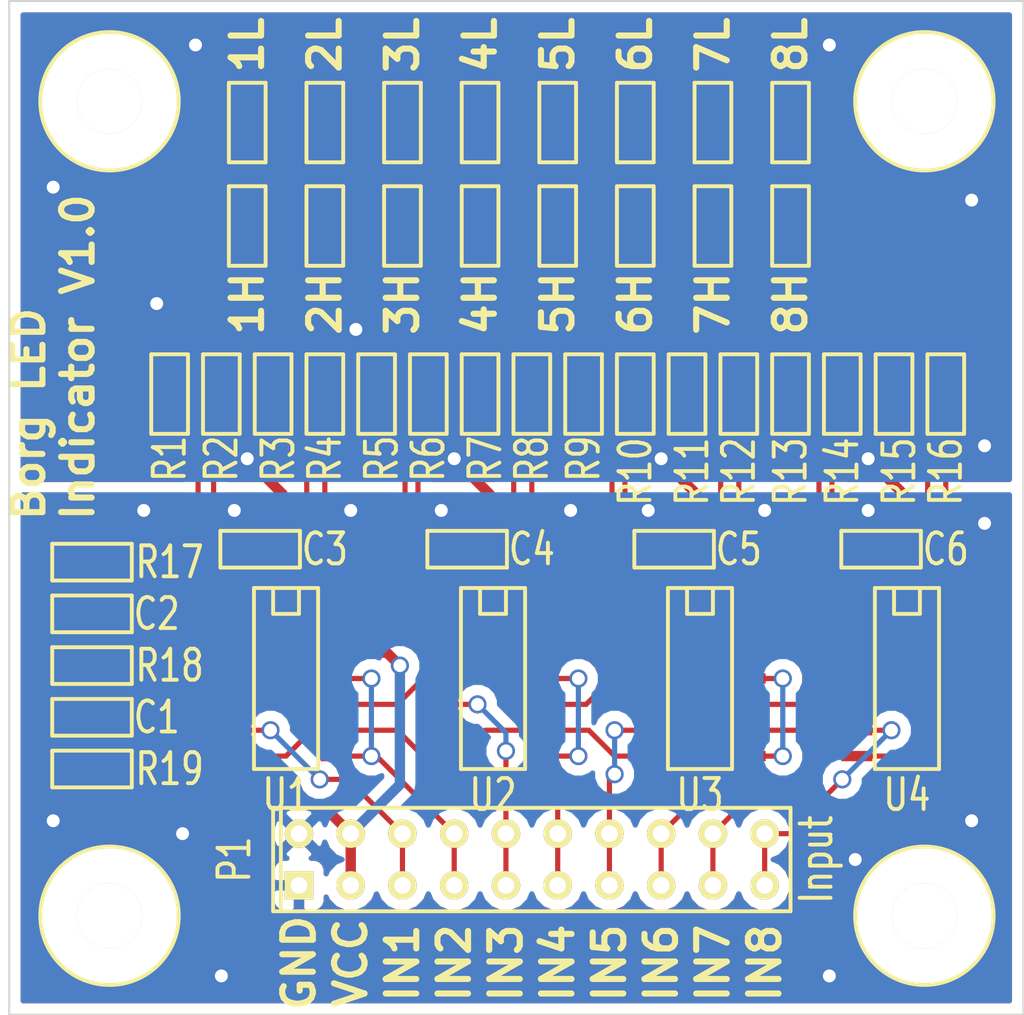
<source format=kicad_pcb>
(kicad_pcb (version 3) (host pcbnew "(25-Oct-2014 BZR 4029)-stable")

  (general
    (links 140)
    (no_connects 0)
    (area 100.025999 100.025999 150.077666 150.181)
    (thickness 1.6)
    (drawings 31)
    (tracks 282)
    (zones 0)
    (modules 76)
    (nets 45)
  )

  (page A3)
  (title_block 
    (title "LED Indicator")
    (rev 1.0)
    (company "Borg Empire")
  )

  (layers
    (15 F.Cu signal)
    (0 B.Cu signal)
    (16 B.Adhes user)
    (17 F.Adhes user)
    (18 B.Paste user)
    (19 F.Paste user)
    (20 B.SilkS user)
    (21 F.SilkS user)
    (22 B.Mask user)
    (23 F.Mask user)
    (24 Dwgs.User user)
    (25 Cmts.User user)
    (26 Eco1.User user)
    (27 Eco2.User user)
    (28 Edge.Cuts user)
  )

  (setup
    (last_trace_width 0.254)
    (trace_clearance 0.254)
    (zone_clearance 0.508)
    (zone_45_only no)
    (trace_min 0.254)
    (segment_width 0.2)
    (edge_width 0.1)
    (via_size 0.889)
    (via_drill 0.635)
    (via_min_size 0.889)
    (via_min_drill 0.508)
    (uvia_size 0.508)
    (uvia_drill 0.127)
    (uvias_allowed no)
    (uvia_min_size 0.508)
    (uvia_min_drill 0.127)
    (pcb_text_width 0.3)
    (pcb_text_size 1.5 1.5)
    (mod_edge_width 0.15)
    (mod_text_size 1 1)
    (mod_text_width 0.15)
    (pad_size 3.19786 3.19786)
    (pad_drill 3.19786)
    (pad_to_mask_clearance 0)
    (aux_axis_origin 0 0)
    (visible_elements 7FFFFFFF)
    (pcbplotparams
      (layerselection 284983297)
      (usegerberextensions true)
      (excludeedgelayer true)
      (linewidth 0.150000)
      (plotframeref false)
      (viasonmask false)
      (mode 1)
      (useauxorigin false)
      (hpglpennumber 1)
      (hpglpenspeed 20)
      (hpglpendiameter 15)
      (hpglpenoverlay 2)
      (psnegative false)
      (psa4output false)
      (plotreference true)
      (plotvalue true)
      (plotothertext true)
      (plotinvisibletext false)
      (padsonsilk false)
      (subtractmaskfromsilk false)
      (outputformat 1)
      (mirror false)
      (drillshape 0)
      (scaleselection 1)
      (outputdirectory production))
  )

  (net 0 "")
  (net 1 /L0)
  (net 2 /L1)
  (net 3 /L2)
  (net 4 /L3)
  (net 5 /L4)
  (net 6 /L5)
  (net 7 /L6)
  (net 8 /L7)
  (net 9 /U0)
  (net 10 /U1)
  (net 11 /U2)
  (net 12 /U3)
  (net 13 /U4)
  (net 14 /U5)
  (net 15 /U6)
  (net 16 /U7)
  (net 17 GND)
  (net 18 HIGH)
  (net 19 IN0)
  (net 20 IN1)
  (net 21 IN2)
  (net 22 IN3)
  (net 23 IN4)
  (net 24 IN5)
  (net 25 IN6)
  (net 26 IN7)
  (net 27 LOW)
  (net 28 N-000001)
  (net 29 N-0000019)
  (net 30 N-000002)
  (net 31 N-0000020)
  (net 32 N-0000021)
  (net 33 N-0000022)
  (net 34 N-0000023)
  (net 35 N-0000024)
  (net 36 N-0000025)
  (net 37 N-0000026)
  (net 38 N-0000028)
  (net 39 N-0000029)
  (net 40 N-0000030)
  (net 41 N-0000031)
  (net 42 N-0000032)
  (net 43 N-0000033)
  (net 44 VCC)

  (net_class Default "This is the default net class."
    (clearance 0.254)
    (trace_width 0.254)
    (via_dia 0.889)
    (via_drill 0.635)
    (uvia_dia 0.508)
    (uvia_drill 0.127)
    (add_net "")
    (add_net /L0)
    (add_net /L1)
    (add_net /L2)
    (add_net /L3)
    (add_net /L4)
    (add_net /L5)
    (add_net /L6)
    (add_net /L7)
    (add_net /U0)
    (add_net /U1)
    (add_net /U2)
    (add_net /U3)
    (add_net /U4)
    (add_net /U5)
    (add_net /U6)
    (add_net /U7)
    (add_net HIGH)
    (add_net IN0)
    (add_net IN1)
    (add_net IN2)
    (add_net IN3)
    (add_net IN4)
    (add_net IN5)
    (add_net IN6)
    (add_net IN7)
    (add_net LOW)
    (add_net N-000001)
    (add_net N-0000019)
    (add_net N-000002)
    (add_net N-0000020)
    (add_net N-0000021)
    (add_net N-0000022)
    (add_net N-0000023)
    (add_net N-0000024)
    (add_net N-0000025)
    (add_net N-0000026)
    (add_net N-0000028)
    (add_net N-0000029)
    (add_net N-0000030)
    (add_net N-0000031)
    (add_net N-0000032)
    (add_net N-0000033)
  )

  (net_class Power ""
    (clearance 0.254)
    (trace_width 0.508)
    (via_dia 0.889)
    (via_drill 0.635)
    (uvia_dia 0.508)
    (uvia_drill 0.127)
    (add_net GND)
    (add_net VCC)
  )

  (module U_14_SO14 (layer F.Cu) (tedit 566AD513) (tstamp 566AB0B5)
    (at 144.145 133.35 270)
    (descr "Module SO14, 14 Pins")
    (tags SO14)
    (path /566749BD)
    (fp_text reference U4 (at 5.715 0 360) (layer F.SilkS)
      (effects (font (size 1.524 1.143) (thickness 0.1905)))
    )
    (fp_text value LMV339 (at 2.6035 0 270) (layer F.SilkS) hide
      (effects (font (size 1.524 1.143) (thickness 0.1905)))
    )
    (fp_line (start -4.445 -1.5748) (end 4.445 -1.5748) (layer F.SilkS) (width 0.1905))
    (fp_line (start 4.445 -1.5748) (end 4.445 1.5748) (layer F.SilkS) (width 0.1905))
    (fp_line (start 4.445 1.5748) (end -4.445 1.5748) (layer F.SilkS) (width 0.1905))
    (fp_line (start -4.445 1.5748) (end -4.445 -1.5748) (layer F.SilkS) (width 0.1905))
    (fp_line (start -4.445 -0.635) (end -3.175 -0.635) (layer F.SilkS) (width 0.1905))
    (fp_line (start -3.175 -0.635) (end -3.175 0.635) (layer F.SilkS) (width 0.1905))
    (fp_line (start -3.175 0.635) (end -4.445 0.635) (layer F.SilkS) (width 0.1905))
    (pad 1 smd rect (at -3.81 2.4638 270) (size 0.508 1.524)
      (layers F.Cu F.Paste F.Mask)
      (net 42 N-0000032)
    )
    (pad 2 smd rect (at -2.54 2.4638 270) (size 0.508 1.524)
      (layers F.Cu F.Paste F.Mask)
      (net 36 N-0000025)
    )
    (pad 3 smd rect (at -1.27 2.4638 270) (size 0.508 1.524)
      (layers F.Cu F.Paste F.Mask)
      (net 17 GND)
    )
    (pad 4 smd rect (at 0 2.4638 270) (size 0.508 1.524)
      (layers F.Cu F.Paste F.Mask)
      (net 27 LOW)
    )
    (pad 5 smd rect (at 1.27 2.4638 270) (size 0.508 1.524)
      (layers F.Cu F.Paste F.Mask)
      (net 25 IN6)
    )
    (pad 6 smd rect (at 2.54 2.4638 270) (size 0.508 1.524)
      (layers F.Cu F.Paste F.Mask)
      (net 25 IN6)
    )
    (pad 7 smd rect (at 3.81 2.4638 270) (size 0.508 1.524)
      (layers F.Cu F.Paste F.Mask)
      (net 18 HIGH)
    )
    (pad 8 smd rect (at 3.81 -2.4638 270) (size 0.508 1.524)
      (layers F.Cu F.Paste F.Mask)
      (net 26 IN7)
    )
    (pad 9 smd rect (at 2.54 -2.4638 270) (size 0.508 1.524)
      (layers F.Cu F.Paste F.Mask)
      (net 18 HIGH)
    )
    (pad 10 smd rect (at 1.27 -2.4638 270) (size 0.508 1.524)
      (layers F.Cu F.Paste F.Mask)
      (net 27 LOW)
    )
    (pad 11 smd rect (at 0 -2.4638 270) (size 0.508 1.524)
      (layers F.Cu F.Paste F.Mask)
      (net 26 IN7)
    )
    (pad 12 smd rect (at -1.27 -2.4638 270) (size 0.508 1.524)
      (layers F.Cu F.Paste F.Mask)
      (net 44 VCC)
    )
    (pad 13 smd rect (at -2.54 -2.4638 270) (size 0.508 1.524)
      (layers F.Cu F.Paste F.Mask)
      (net 37 N-0000026)
    )
    (pad 14 smd rect (at -3.81 -2.4638 270) (size 0.508 1.524)
      (layers F.Cu F.Paste F.Mask)
      (net 43 N-0000033)
    )
  )

  (module U_14_SO14 (layer F.Cu) (tedit 566AD50B) (tstamp 566AB0CE)
    (at 113.665 133.35 270)
    (descr "Module SO14, 14 Pins")
    (tags SO14)
    (path /566516A2)
    (fp_text reference U1 (at 5.715 0 360) (layer F.SilkS)
      (effects (font (size 1.524 1.143) (thickness 0.1905)))
    )
    (fp_text value LMV339 (at 2.6035 0 270) (layer F.SilkS) hide
      (effects (font (size 1.524 1.143) (thickness 0.1905)))
    )
    (fp_line (start -4.445 -1.5748) (end 4.445 -1.5748) (layer F.SilkS) (width 0.1905))
    (fp_line (start 4.445 -1.5748) (end 4.445 1.5748) (layer F.SilkS) (width 0.1905))
    (fp_line (start 4.445 1.5748) (end -4.445 1.5748) (layer F.SilkS) (width 0.1905))
    (fp_line (start -4.445 1.5748) (end -4.445 -1.5748) (layer F.SilkS) (width 0.1905))
    (fp_line (start -4.445 -0.635) (end -3.175 -0.635) (layer F.SilkS) (width 0.1905))
    (fp_line (start -3.175 -0.635) (end -3.175 0.635) (layer F.SilkS) (width 0.1905))
    (fp_line (start -3.175 0.635) (end -4.445 0.635) (layer F.SilkS) (width 0.1905))
    (pad 1 smd rect (at -3.81 2.4638 270) (size 0.508 1.524)
      (layers F.Cu F.Paste F.Mask)
      (net 39 N-0000029)
    )
    (pad 2 smd rect (at -2.54 2.4638 270) (size 0.508 1.524)
      (layers F.Cu F.Paste F.Mask)
      (net 29 N-0000019)
    )
    (pad 3 smd rect (at -1.27 2.4638 270) (size 0.508 1.524)
      (layers F.Cu F.Paste F.Mask)
      (net 17 GND)
    )
    (pad 4 smd rect (at 0 2.4638 270) (size 0.508 1.524)
      (layers F.Cu F.Paste F.Mask)
      (net 27 LOW)
    )
    (pad 5 smd rect (at 1.27 2.4638 270) (size 0.508 1.524)
      (layers F.Cu F.Paste F.Mask)
      (net 19 IN0)
    )
    (pad 6 smd rect (at 2.54 2.4638 270) (size 0.508 1.524)
      (layers F.Cu F.Paste F.Mask)
      (net 19 IN0)
    )
    (pad 7 smd rect (at 3.81 2.4638 270) (size 0.508 1.524)
      (layers F.Cu F.Paste F.Mask)
      (net 18 HIGH)
    )
    (pad 8 smd rect (at 3.81 -2.4638 270) (size 0.508 1.524)
      (layers F.Cu F.Paste F.Mask)
      (net 20 IN1)
    )
    (pad 9 smd rect (at 2.54 -2.4638 270) (size 0.508 1.524)
      (layers F.Cu F.Paste F.Mask)
      (net 18 HIGH)
    )
    (pad 10 smd rect (at 1.27 -2.4638 270) (size 0.508 1.524)
      (layers F.Cu F.Paste F.Mask)
      (net 27 LOW)
    )
    (pad 11 smd rect (at 0 -2.4638 270) (size 0.508 1.524)
      (layers F.Cu F.Paste F.Mask)
      (net 20 IN1)
    )
    (pad 12 smd rect (at -1.27 -2.4638 270) (size 0.508 1.524)
      (layers F.Cu F.Paste F.Mask)
      (net 44 VCC)
    )
    (pad 13 smd rect (at -2.54 -2.4638 270) (size 0.508 1.524)
      (layers F.Cu F.Paste F.Mask)
      (net 31 N-0000020)
    )
    (pad 14 smd rect (at -3.81 -2.4638 270) (size 0.508 1.524)
      (layers F.Cu F.Paste F.Mask)
      (net 40 N-0000030)
    )
  )

  (module R_SMT0805 (layer F.Cu) (tedit 566AD4A9) (tstamp 566AB0D8)
    (at 107.95 119.38 90)
    (descr "Module R_SMT0805, length 3400 pad length 1200 width 1300")
    (path /566AB7C1)
    (fp_text reference R1 (at -3.175 0 90) (layer F.SilkS)
      (effects (font (size 1.524 1.143) (thickness 0.1905)))
    )
    (fp_text value R (at 0 -2.1717 90) (layer F.SilkS) hide
      (effects (font (size 1.524 1.143) (thickness 0.1905)))
    )
    (fp_line (start -1.95326 0.9017) (end 1.95326 0.9017) (layer F.SilkS) (width 0.1905))
    (fp_line (start 1.95326 0.9017) (end 1.95326 -0.9017) (layer F.SilkS) (width 0.1905))
    (fp_line (start 1.95326 -0.9017) (end -1.95326 -0.9017) (layer F.SilkS) (width 0.1905))
    (fp_line (start -1.95326 -0.9017) (end -1.95326 0.9017) (layer F.SilkS) (width 0.1905))
    (pad 1 smd rect (at -1.09982 0 90) (size 1.19888 1.29794)
      (layers F.Cu F.Paste F.Mask)
      (net 29 N-0000019)
    )
    (pad 2 smd rect (at 1.09982 0 90) (size 1.19888 1.29794)
      (layers F.Cu F.Paste F.Mask)
      (net 1 /L0)
    )
  )

  (module R_SMT0805 (layer F.Cu) (tedit 566AE9B3) (tstamp 566AB182)
    (at 113.03 119.38 90)
    (descr "Module R_SMT0805, length 3400 pad length 1200 width 1300")
    (path /566AB7D1)
    (fp_text reference R3 (at -3.175 0.254 90) (layer F.SilkS)
      (effects (font (size 1.524 1.143) (thickness 0.1905)))
    )
    (fp_text value R (at 0 -2.1717 90) (layer F.SilkS) hide
      (effects (font (size 1.524 1.143) (thickness 0.1905)))
    )
    (fp_line (start -1.95326 0.9017) (end 1.95326 0.9017) (layer F.SilkS) (width 0.1905))
    (fp_line (start 1.95326 0.9017) (end 1.95326 -0.9017) (layer F.SilkS) (width 0.1905))
    (fp_line (start 1.95326 -0.9017) (end -1.95326 -0.9017) (layer F.SilkS) (width 0.1905))
    (fp_line (start -1.95326 -0.9017) (end -1.95326 0.9017) (layer F.SilkS) (width 0.1905))
    (pad 1 smd rect (at -1.09982 0 90) (size 1.19888 1.29794)
      (layers F.Cu F.Paste F.Mask)
      (net 31 N-0000020)
    )
    (pad 2 smd rect (at 1.09982 0 90) (size 1.19888 1.29794)
      (layers F.Cu F.Paste F.Mask)
      (net 2 /L1)
    )
  )

  (module R_SMT0805 (layer F.Cu) (tedit 566AD4AC) (tstamp 566AB18C)
    (at 110.49 119.38 90)
    (descr "Module R_SMT0805, length 3400 pad length 1200 width 1300")
    (path /566ABDD0)
    (fp_text reference R2 (at -3.175 0 90) (layer F.SilkS)
      (effects (font (size 1.524 1.143) (thickness 0.1905)))
    )
    (fp_text value R (at 0 -2.1717 90) (layer F.SilkS) hide
      (effects (font (size 1.524 1.143) (thickness 0.1905)))
    )
    (fp_line (start -1.95326 0.9017) (end 1.95326 0.9017) (layer F.SilkS) (width 0.1905))
    (fp_line (start 1.95326 0.9017) (end 1.95326 -0.9017) (layer F.SilkS) (width 0.1905))
    (fp_line (start 1.95326 -0.9017) (end -1.95326 -0.9017) (layer F.SilkS) (width 0.1905))
    (fp_line (start -1.95326 -0.9017) (end -1.95326 0.9017) (layer F.SilkS) (width 0.1905))
    (pad 1 smd rect (at -1.09982 0 90) (size 1.19888 1.29794)
      (layers F.Cu F.Paste F.Mask)
      (net 39 N-0000029)
    )
    (pad 2 smd rect (at 1.09982 0 90) (size 1.19888 1.29794)
      (layers F.Cu F.Paste F.Mask)
      (net 9 /U0)
    )
  )

  (module P_20_PIN2_100 (layer F.Cu) (tedit 566AF28F) (tstamp 566AB1CD)
    (at 125.73 142.24)
    (descr "Module P_20_PIN2_100, 20 pins two rows 100")
    (path /566AAE8C)
    (fp_text reference P1 (at -14.605 0 90) (layer F.SilkS)
      (effects (font (size 1.524 1.143) (thickness 0.1905)))
    )
    (fp_text value Input (at 13.97 0 90) (layer F.SilkS)
      (effects (font (size 1.524 1.143) (thickness 0.1905)))
    )
    (fp_line (start -12.7 2.54) (end 12.7 2.54) (layer F.SilkS) (width 0.1905))
    (fp_line (start 12.7 2.54) (end 12.7 -2.54) (layer F.SilkS) (width 0.1905))
    (fp_line (start 12.7 -2.54) (end -12.7 -2.54) (layer F.SilkS) (width 0.1905))
    (fp_line (start -12.7 -2.54) (end -12.7 2.54) (layer F.SilkS) (width 0.1905))
    (fp_line (start -12.319 2.54) (end -12.319 -2.54) (layer F.SilkS) (width 0.1905))
    (pad 1 thru_hole rect (at -11.43 1.27) (size 1.397 1.397) (drill 0.8128)
      (layers *.Cu *.Mask F.SilkS)
      (net 17 GND)
    )
    (pad 3 thru_hole circle (at -8.89 1.27) (size 1.397 1.397) (drill 0.8128)
      (layers *.Cu *.Mask F.SilkS)
      (net 44 VCC)
    )
    (pad 5 thru_hole circle (at -6.35 1.27) (size 1.397 1.397) (drill 0.8128)
      (layers *.Cu *.Mask F.SilkS)
      (net 19 IN0)
    )
    (pad 7 thru_hole circle (at -3.81 1.27) (size 1.397 1.397) (drill 0.8128)
      (layers *.Cu *.Mask F.SilkS)
      (net 20 IN1)
    )
    (pad 9 thru_hole circle (at -1.27 1.27) (size 1.397 1.397) (drill 0.8128)
      (layers *.Cu *.Mask F.SilkS)
      (net 21 IN2)
    )
    (pad 11 thru_hole circle (at 1.27 1.27) (size 1.397 1.397) (drill 0.8128)
      (layers *.Cu *.Mask F.SilkS)
      (net 22 IN3)
    )
    (pad 13 thru_hole circle (at 3.81 1.27) (size 1.397 1.397) (drill 0.8128)
      (layers *.Cu *.Mask F.SilkS)
      (net 23 IN4)
    )
    (pad 15 thru_hole circle (at 6.35 1.27) (size 1.397 1.397) (drill 0.8128)
      (layers *.Cu *.Mask F.SilkS)
      (net 24 IN5)
    )
    (pad 17 thru_hole circle (at 8.89 1.27) (size 1.397 1.397) (drill 0.8128)
      (layers *.Cu *.Mask F.SilkS)
      (net 25 IN6)
    )
    (pad 19 thru_hole circle (at 11.43 1.27) (size 1.397 1.397) (drill 0.8128)
      (layers *.Cu *.Mask F.SilkS)
      (net 26 IN7)
    )
    (pad 2 thru_hole circle (at -11.43 -1.27) (size 1.397 1.397) (drill 0.8128)
      (layers *.Cu *.Mask F.SilkS)
      (net 17 GND)
    )
    (pad 4 thru_hole circle (at -8.89 -1.27) (size 1.397 1.397) (drill 0.8128)
      (layers *.Cu *.Mask F.SilkS)
      (net 44 VCC)
    )
    (pad 6 thru_hole circle (at -6.35 -1.27) (size 1.397 1.397) (drill 0.8128)
      (layers *.Cu *.Mask F.SilkS)
      (net 19 IN0)
    )
    (pad 8 thru_hole circle (at -3.81 -1.27) (size 1.397 1.397) (drill 0.8128)
      (layers *.Cu *.Mask F.SilkS)
      (net 20 IN1)
    )
    (pad 10 thru_hole circle (at -1.27 -1.27) (size 1.397 1.397) (drill 0.8128)
      (layers *.Cu *.Mask F.SilkS)
      (net 21 IN2)
    )
    (pad 12 thru_hole circle (at 1.27 -1.27) (size 1.397 1.397) (drill 0.8128)
      (layers *.Cu *.Mask F.SilkS)
      (net 22 IN3)
    )
    (pad 14 thru_hole circle (at 3.81 -1.27) (size 1.397 1.397) (drill 0.8128)
      (layers *.Cu *.Mask F.SilkS)
      (net 23 IN4)
    )
    (pad 16 thru_hole circle (at 6.35 -1.27) (size 1.397 1.397) (drill 0.8128)
      (layers *.Cu *.Mask F.SilkS)
      (net 24 IN5)
    )
    (pad 18 thru_hole circle (at 8.89 -1.27) (size 1.397 1.397) (drill 0.8128)
      (layers *.Cu *.Mask F.SilkS)
      (net 25 IN6)
    )
    (pad 20 thru_hole circle (at 11.43 -1.27) (size 1.397 1.397) (drill 0.8128)
      (layers *.Cu *.Mask F.SilkS)
      (net 26 IN7)
    )
  )

  (module C_SMT0805 (layer F.Cu) (tedit 566ADD7B) (tstamp 566AB1D7)
    (at 104.14 130.175)
    (descr "Module C_SMT0805, length 3400 pad length 1200 width 1300")
    (path /566463C5)
    (fp_text reference C2 (at 3.175 0) (layer F.SilkS)
      (effects (font (size 1.524 1.143) (thickness 0.1905)))
    )
    (fp_text value 1u (at 0 -2.1717) (layer F.SilkS) hide
      (effects (font (size 1.524 1.143) (thickness 0.1905)))
    )
    (fp_line (start -1.95326 0.9017) (end 1.95326 0.9017) (layer F.SilkS) (width 0.1905))
    (fp_line (start 1.95326 0.9017) (end 1.95326 -0.9017) (layer F.SilkS) (width 0.1905))
    (fp_line (start 1.95326 -0.9017) (end -1.95326 -0.9017) (layer F.SilkS) (width 0.1905))
    (fp_line (start -1.95326 -0.9017) (end -1.95326 0.9017) (layer F.SilkS) (width 0.1905))
    (pad 1 smd rect (at -1.09982 0) (size 1.19888 1.29794)
      (layers F.Cu F.Paste F.Mask)
      (net 17 GND)
    )
    (pad 2 smd rect (at 1.09982 0) (size 1.19888 1.29794)
      (layers F.Cu F.Paste F.Mask)
      (net 27 LOW)
    )
  )

  (module C_SMT0805 (layer F.Cu) (tedit 566ADD78) (tstamp 566AB1E1)
    (at 104.14 135.255)
    (descr "Module C_SMT0805, length 3400 pad length 1200 width 1300")
    (path /566463B8)
    (fp_text reference C1 (at 3.175 0) (layer F.SilkS)
      (effects (font (size 1.524 1.143) (thickness 0.1905)))
    )
    (fp_text value 1u (at 0 -2.1717) (layer F.SilkS) hide
      (effects (font (size 1.524 1.143) (thickness 0.1905)))
    )
    (fp_line (start -1.95326 0.9017) (end 1.95326 0.9017) (layer F.SilkS) (width 0.1905))
    (fp_line (start 1.95326 0.9017) (end 1.95326 -0.9017) (layer F.SilkS) (width 0.1905))
    (fp_line (start 1.95326 -0.9017) (end -1.95326 -0.9017) (layer F.SilkS) (width 0.1905))
    (fp_line (start -1.95326 -0.9017) (end -1.95326 0.9017) (layer F.SilkS) (width 0.1905))
    (pad 1 smd rect (at -1.09982 0) (size 1.19888 1.29794)
      (layers F.Cu F.Paste F.Mask)
      (net 17 GND)
    )
    (pad 2 smd rect (at 1.09982 0) (size 1.19888 1.29794)
      (layers F.Cu F.Paste F.Mask)
      (net 18 HIGH)
    )
  )

  (module HOLE_3_2MM_6_8 (layer F.Cu) (tedit 566AED43) (tstamp 566AB5C8)
    (at 105 145)
    (descr "Module HOLE_3_2MM_6_8, hole 3.200000MM, space 6.800000")
    (path /566AB377)
    (fp_text reference M1 (at 0 -3.81) (layer F.SilkS) hide
      (effects (font (size 1.524 1.143) (thickness 0.1905)))
    )
    (fp_text value HOLE (at 0 0) (layer F.SilkS) hide
      (effects (font (size 1.524 1.524) (thickness 0.15)))
    )
    (fp_circle (center 0 0) (end 3.39852 0) (layer F.SilkS) (width 0.1905))
    (pad "" np_thru_hole circle (at 0 0) (size 3.19786 3.19786) (drill 3.19786)
      (layers *.Cu *.SilkS *.Mask)
      (clearance 1.8)
    )
  )

  (module HOLE_3_2MM_6_8 (layer F.Cu) (tedit 566AED29) (tstamp 566AB5CE)
    (at 105 105)
    (descr "Module HOLE_3_2MM_6_8, hole 3.200000MM, space 6.800000")
    (path /566AB384)
    (fp_text reference M2 (at 0 -3.81) (layer F.SilkS) hide
      (effects (font (size 1.524 1.143) (thickness 0.1905)))
    )
    (fp_text value HOLE (at 0 0) (layer F.SilkS) hide
      (effects (font (size 1.524 1.524) (thickness 0.15)))
    )
    (fp_circle (center 0 0) (end 3.39852 0) (layer F.SilkS) (width 0.1905))
    (pad "" np_thru_hole circle (at 0 0) (size 3.19786 3.19786) (drill 3.19786)
      (layers *.Cu *.SilkS *.Mask)
      (clearance 1.8)
    )
  )

  (module HOLE_3_2MM_6_8 (layer F.Cu) (tedit 566AED35) (tstamp 566AB5D4)
    (at 145 105)
    (descr "Module HOLE_3_2MM_6_8, hole 3.200000MM, space 6.800000")
    (path /566AB38A)
    (fp_text reference M3 (at 0 -3.81) (layer F.SilkS) hide
      (effects (font (size 1.524 1.143) (thickness 0.1905)))
    )
    (fp_text value HOLE (at 0 0) (layer F.SilkS) hide
      (effects (font (size 1.524 1.524) (thickness 0.15)))
    )
    (fp_circle (center 0 0) (end 3.39852 0) (layer F.SilkS) (width 0.1905))
    (pad "" np_thru_hole circle (at 0 0) (size 3.19786 3.19786) (drill 3.19786)
      (layers *.Cu *.SilkS *.Mask)
      (clearance 1.8)
    )
  )

  (module HOLE_3_2MM_6_8 (layer F.Cu) (tedit 566AED3C) (tstamp 566AB5DA)
    (at 145 145)
    (descr "Module HOLE_3_2MM_6_8, hole 3.200000MM, space 6.800000")
    (path /566AB390)
    (fp_text reference M4 (at 0 -3.81) (layer F.SilkS) hide
      (effects (font (size 1.524 1.143) (thickness 0.1905)))
    )
    (fp_text value HOLE (at 0 0) (layer F.SilkS) hide
      (effects (font (size 1.524 1.524) (thickness 0.15)))
    )
    (fp_circle (center 0 0) (end 3.39852 0) (layer F.SilkS) (width 0.1905))
    (pad "" np_thru_hole circle (at 0 0) (size 3.19786 3.19786) (drill 3.19786)
      (layers *.Cu *.SilkS *.Mask)
      (clearance 1.8)
    )
  )

  (module R_SMT0805 (layer F.Cu) (tedit 566ADD7A) (tstamp 566AD340)
    (at 104.14 132.715 180)
    (descr "Module R_SMT0805, length 3400 pad length 1200 width 1300")
    (path /56645D49)
    (fp_text reference R18 (at -3.81 0 180) (layer F.SilkS)
      (effects (font (size 1.524 1.143) (thickness 0.1905)))
    )
    (fp_text value 220 (at 0 -2.1717 180) (layer F.SilkS) hide
      (effects (font (size 1.524 1.143) (thickness 0.1905)))
    )
    (fp_line (start -1.95326 0.9017) (end 1.95326 0.9017) (layer F.SilkS) (width 0.1905))
    (fp_line (start 1.95326 0.9017) (end 1.95326 -0.9017) (layer F.SilkS) (width 0.1905))
    (fp_line (start 1.95326 -0.9017) (end -1.95326 -0.9017) (layer F.SilkS) (width 0.1905))
    (fp_line (start -1.95326 -0.9017) (end -1.95326 0.9017) (layer F.SilkS) (width 0.1905))
    (pad 1 smd rect (at -1.09982 0 180) (size 1.19888 1.29794)
      (layers F.Cu F.Paste F.Mask)
      (net 18 HIGH)
    )
    (pad 2 smd rect (at 1.09982 0 180) (size 1.19888 1.29794)
      (layers F.Cu F.Paste F.Mask)
      (net 27 LOW)
    )
  )

  (module R_SMT0805 (layer F.Cu) (tedit 566ADD76) (tstamp 566AD34A)
    (at 104.14 137.795)
    (descr "Module R_SMT0805, length 3400 pad length 1200 width 1300")
    (path /56645D4F)
    (fp_text reference R19 (at 3.81 0) (layer F.SilkS)
      (effects (font (size 1.524 1.143) (thickness 0.1905)))
    )
    (fp_text value 150 (at 0 -2.1717) (layer F.SilkS) hide
      (effects (font (size 1.524 1.143) (thickness 0.1905)))
    )
    (fp_line (start -1.95326 0.9017) (end 1.95326 0.9017) (layer F.SilkS) (width 0.1905))
    (fp_line (start 1.95326 0.9017) (end 1.95326 -0.9017) (layer F.SilkS) (width 0.1905))
    (fp_line (start 1.95326 -0.9017) (end -1.95326 -0.9017) (layer F.SilkS) (width 0.1905))
    (fp_line (start -1.95326 -0.9017) (end -1.95326 0.9017) (layer F.SilkS) (width 0.1905))
    (pad 1 smd rect (at -1.09982 0) (size 1.19888 1.29794)
      (layers F.Cu F.Paste F.Mask)
      (net 44 VCC)
    )
    (pad 2 smd rect (at 1.09982 0) (size 1.19888 1.29794)
      (layers F.Cu F.Paste F.Mask)
      (net 18 HIGH)
    )
  )

  (module R_SMT0805 (layer F.Cu) (tedit 566ADD7D) (tstamp 566AD354)
    (at 104.14 127.635 180)
    (descr "Module R_SMT0805, length 3400 pad length 1200 width 1300")
    (path /56645D61)
    (fp_text reference R17 (at -3.81 0 180) (layer F.SilkS)
      (effects (font (size 1.524 1.143) (thickness 0.1905)))
    )
    (fp_text value 150 (at 0 -2.1717 180) (layer F.SilkS) hide
      (effects (font (size 1.524 1.143) (thickness 0.1905)))
    )
    (fp_line (start -1.95326 0.9017) (end 1.95326 0.9017) (layer F.SilkS) (width 0.1905))
    (fp_line (start 1.95326 0.9017) (end 1.95326 -0.9017) (layer F.SilkS) (width 0.1905))
    (fp_line (start 1.95326 -0.9017) (end -1.95326 -0.9017) (layer F.SilkS) (width 0.1905))
    (fp_line (start -1.95326 -0.9017) (end -1.95326 0.9017) (layer F.SilkS) (width 0.1905))
    (pad 1 smd rect (at -1.09982 0 180) (size 1.19888 1.29794)
      (layers F.Cu F.Paste F.Mask)
      (net 27 LOW)
    )
    (pad 2 smd rect (at 1.09982 0 180) (size 1.19888 1.29794)
      (layers F.Cu F.Paste F.Mask)
      (net 17 GND)
    )
  )

  (module R_SMT0805 (layer F.Cu) (tedit 566AE9AE) (tstamp 566AD35E)
    (at 118.11 119.38 90)
    (descr "Module R_SMT0805, length 3400 pad length 1200 width 1300")
    (path /566AB7D7)
    (fp_text reference R5 (at -3.175 0.254 90) (layer F.SilkS)
      (effects (font (size 1.524 1.143) (thickness 0.1905)))
    )
    (fp_text value R (at 0 -2.1717 90) (layer F.SilkS) hide
      (effects (font (size 1.524 1.143) (thickness 0.1905)))
    )
    (fp_line (start -1.95326 0.9017) (end 1.95326 0.9017) (layer F.SilkS) (width 0.1905))
    (fp_line (start 1.95326 0.9017) (end 1.95326 -0.9017) (layer F.SilkS) (width 0.1905))
    (fp_line (start 1.95326 -0.9017) (end -1.95326 -0.9017) (layer F.SilkS) (width 0.1905))
    (fp_line (start -1.95326 -0.9017) (end -1.95326 0.9017) (layer F.SilkS) (width 0.1905))
    (pad 1 smd rect (at -1.09982 0 90) (size 1.19888 1.29794)
      (layers F.Cu F.Paste F.Mask)
      (net 32 N-0000021)
    )
    (pad 2 smd rect (at 1.09982 0 90) (size 1.19888 1.29794)
      (layers F.Cu F.Paste F.Mask)
      (net 3 /L2)
    )
  )

  (module R_SMT0805 (layer F.Cu) (tedit 566AE9AA) (tstamp 566AD368)
    (at 123.19 119.38 90)
    (descr "Module R_SMT0805, length 3400 pad length 1200 width 1300")
    (path /566AB7DD)
    (fp_text reference R7 (at -3.175 0.254 90) (layer F.SilkS)
      (effects (font (size 1.524 1.143) (thickness 0.1905)))
    )
    (fp_text value R (at 0 -2.1717 90) (layer F.SilkS) hide
      (effects (font (size 1.524 1.143) (thickness 0.1905)))
    )
    (fp_line (start -1.95326 0.9017) (end 1.95326 0.9017) (layer F.SilkS) (width 0.1905))
    (fp_line (start 1.95326 0.9017) (end 1.95326 -0.9017) (layer F.SilkS) (width 0.1905))
    (fp_line (start 1.95326 -0.9017) (end -1.95326 -0.9017) (layer F.SilkS) (width 0.1905))
    (fp_line (start -1.95326 -0.9017) (end -1.95326 0.9017) (layer F.SilkS) (width 0.1905))
    (pad 1 smd rect (at -1.09982 0 90) (size 1.19888 1.29794)
      (layers F.Cu F.Paste F.Mask)
      (net 33 N-0000022)
    )
    (pad 2 smd rect (at 1.09982 0 90) (size 1.19888 1.29794)
      (layers F.Cu F.Paste F.Mask)
      (net 4 /L3)
    )
  )

  (module R_SMT0805 (layer F.Cu) (tedit 566ADDAC) (tstamp 566AD372)
    (at 128.27 119.38 90)
    (descr "Module R_SMT0805, length 3400 pad length 1200 width 1300")
    (path /566AB7E3)
    (fp_text reference R9 (at -3.175 0 90) (layer F.SilkS)
      (effects (font (size 1.524 1.143) (thickness 0.1905)))
    )
    (fp_text value R (at 0 -2.1717 90) (layer F.SilkS) hide
      (effects (font (size 1.524 1.143) (thickness 0.1905)))
    )
    (fp_line (start -1.95326 0.9017) (end 1.95326 0.9017) (layer F.SilkS) (width 0.1905))
    (fp_line (start 1.95326 0.9017) (end 1.95326 -0.9017) (layer F.SilkS) (width 0.1905))
    (fp_line (start 1.95326 -0.9017) (end -1.95326 -0.9017) (layer F.SilkS) (width 0.1905))
    (fp_line (start -1.95326 -0.9017) (end -1.95326 0.9017) (layer F.SilkS) (width 0.1905))
    (pad 1 smd rect (at -1.09982 0 90) (size 1.19888 1.29794)
      (layers F.Cu F.Paste F.Mask)
      (net 34 N-0000023)
    )
    (pad 2 smd rect (at 1.09982 0 90) (size 1.19888 1.29794)
      (layers F.Cu F.Paste F.Mask)
      (net 5 /L4)
    )
  )

  (module R_SMT0805 (layer F.Cu) (tedit 566AE9BD) (tstamp 566AD37C)
    (at 133.35 119.38 90)
    (descr "Module R_SMT0805, length 3400 pad length 1200 width 1300")
    (path /566AB7E9)
    (fp_text reference R11 (at -3.81 0.254 90) (layer F.SilkS)
      (effects (font (size 1.524 1.143) (thickness 0.1905)))
    )
    (fp_text value R (at 0 -2.1717 90) (layer F.SilkS) hide
      (effects (font (size 1.524 1.143) (thickness 0.1905)))
    )
    (fp_line (start -1.95326 0.9017) (end 1.95326 0.9017) (layer F.SilkS) (width 0.1905))
    (fp_line (start 1.95326 0.9017) (end 1.95326 -0.9017) (layer F.SilkS) (width 0.1905))
    (fp_line (start 1.95326 -0.9017) (end -1.95326 -0.9017) (layer F.SilkS) (width 0.1905))
    (fp_line (start -1.95326 -0.9017) (end -1.95326 0.9017) (layer F.SilkS) (width 0.1905))
    (pad 1 smd rect (at -1.09982 0 90) (size 1.19888 1.29794)
      (layers F.Cu F.Paste F.Mask)
      (net 35 N-0000024)
    )
    (pad 2 smd rect (at 1.09982 0 90) (size 1.19888 1.29794)
      (layers F.Cu F.Paste F.Mask)
      (net 6 /L5)
    )
  )

  (module R_SMT0805 (layer F.Cu) (tedit 566AD4ED) (tstamp 566AD386)
    (at 138.43 119.38 90)
    (descr "Module R_SMT0805, length 3400 pad length 1200 width 1300")
    (path /566AB7EF)
    (fp_text reference R13 (at -3.81 0 90) (layer F.SilkS)
      (effects (font (size 1.524 1.143) (thickness 0.1905)))
    )
    (fp_text value R (at 0 -2.1717 90) (layer F.SilkS) hide
      (effects (font (size 1.524 1.143) (thickness 0.1905)))
    )
    (fp_line (start -1.95326 0.9017) (end 1.95326 0.9017) (layer F.SilkS) (width 0.1905))
    (fp_line (start 1.95326 0.9017) (end 1.95326 -0.9017) (layer F.SilkS) (width 0.1905))
    (fp_line (start 1.95326 -0.9017) (end -1.95326 -0.9017) (layer F.SilkS) (width 0.1905))
    (fp_line (start -1.95326 -0.9017) (end -1.95326 0.9017) (layer F.SilkS) (width 0.1905))
    (pad 1 smd rect (at -1.09982 0 90) (size 1.19888 1.29794)
      (layers F.Cu F.Paste F.Mask)
      (net 36 N-0000025)
    )
    (pad 2 smd rect (at 1.09982 0 90) (size 1.19888 1.29794)
      (layers F.Cu F.Paste F.Mask)
      (net 7 /L6)
    )
  )

  (module R_SMT0805 (layer F.Cu) (tedit 566AE996) (tstamp 566AD390)
    (at 143.51 119.38 90)
    (descr "Module R_SMT0805, length 3400 pad length 1200 width 1300")
    (path /566AB7F5)
    (fp_text reference R15 (at -3.81 0.254 90) (layer F.SilkS)
      (effects (font (size 1.524 1.143) (thickness 0.1905)))
    )
    (fp_text value R (at 0 -2.1717 90) (layer F.SilkS) hide
      (effects (font (size 1.524 1.143) (thickness 0.1905)))
    )
    (fp_line (start -1.95326 0.9017) (end 1.95326 0.9017) (layer F.SilkS) (width 0.1905))
    (fp_line (start 1.95326 0.9017) (end 1.95326 -0.9017) (layer F.SilkS) (width 0.1905))
    (fp_line (start 1.95326 -0.9017) (end -1.95326 -0.9017) (layer F.SilkS) (width 0.1905))
    (fp_line (start -1.95326 -0.9017) (end -1.95326 0.9017) (layer F.SilkS) (width 0.1905))
    (pad 1 smd rect (at -1.09982 0 90) (size 1.19888 1.29794)
      (layers F.Cu F.Paste F.Mask)
      (net 37 N-0000026)
    )
    (pad 2 smd rect (at 1.09982 0 90) (size 1.19888 1.29794)
      (layers F.Cu F.Paste F.Mask)
      (net 8 /L7)
    )
  )

  (module R_SMT0805 (layer F.Cu) (tedit 566AD4BE) (tstamp 566AD39A)
    (at 115.57 119.38 90)
    (descr "Module R_SMT0805, length 3400 pad length 1200 width 1300")
    (path /566ABDD6)
    (fp_text reference R4 (at -3.175 0 90) (layer F.SilkS)
      (effects (font (size 1.524 1.143) (thickness 0.1905)))
    )
    (fp_text value R (at 0 -2.1717 90) (layer F.SilkS) hide
      (effects (font (size 1.524 1.143) (thickness 0.1905)))
    )
    (fp_line (start -1.95326 0.9017) (end 1.95326 0.9017) (layer F.SilkS) (width 0.1905))
    (fp_line (start 1.95326 0.9017) (end 1.95326 -0.9017) (layer F.SilkS) (width 0.1905))
    (fp_line (start 1.95326 -0.9017) (end -1.95326 -0.9017) (layer F.SilkS) (width 0.1905))
    (fp_line (start -1.95326 -0.9017) (end -1.95326 0.9017) (layer F.SilkS) (width 0.1905))
    (pad 1 smd rect (at -1.09982 0 90) (size 1.19888 1.29794)
      (layers F.Cu F.Paste F.Mask)
      (net 40 N-0000030)
    )
    (pad 2 smd rect (at 1.09982 0 90) (size 1.19888 1.29794)
      (layers F.Cu F.Paste F.Mask)
      (net 10 /U1)
    )
  )

  (module R_SMT0805 (layer F.Cu) (tedit 566AD52E) (tstamp 566AD3A4)
    (at 120.65 119.38 90)
    (descr "Module R_SMT0805, length 3400 pad length 1200 width 1300")
    (path /566ABDDC)
    (fp_text reference R6 (at -3.175 0 90) (layer F.SilkS)
      (effects (font (size 1.524 1.143) (thickness 0.1905)))
    )
    (fp_text value R (at 0 -2.1717 90) (layer F.SilkS) hide
      (effects (font (size 1.524 1.143) (thickness 0.1905)))
    )
    (fp_line (start -1.95326 0.9017) (end 1.95326 0.9017) (layer F.SilkS) (width 0.1905))
    (fp_line (start 1.95326 0.9017) (end 1.95326 -0.9017) (layer F.SilkS) (width 0.1905))
    (fp_line (start 1.95326 -0.9017) (end -1.95326 -0.9017) (layer F.SilkS) (width 0.1905))
    (fp_line (start -1.95326 -0.9017) (end -1.95326 0.9017) (layer F.SilkS) (width 0.1905))
    (pad 1 smd rect (at -1.09982 0 90) (size 1.19888 1.29794)
      (layers F.Cu F.Paste F.Mask)
      (net 30 N-000002)
    )
    (pad 2 smd rect (at 1.09982 0 90) (size 1.19888 1.29794)
      (layers F.Cu F.Paste F.Mask)
      (net 11 /U2)
    )
  )

  (module R_SMT0805 (layer F.Cu) (tedit 566AD4F6) (tstamp 566AD3AE)
    (at 125.73 119.38 90)
    (descr "Module R_SMT0805, length 3400 pad length 1200 width 1300")
    (path /566ABDE2)
    (fp_text reference R8 (at -3.175 0 90) (layer F.SilkS)
      (effects (font (size 1.524 1.143) (thickness 0.1905)))
    )
    (fp_text value R (at 0 -2.1717 90) (layer F.SilkS) hide
      (effects (font (size 1.524 1.143) (thickness 0.1905)))
    )
    (fp_line (start -1.95326 0.9017) (end 1.95326 0.9017) (layer F.SilkS) (width 0.1905))
    (fp_line (start 1.95326 0.9017) (end 1.95326 -0.9017) (layer F.SilkS) (width 0.1905))
    (fp_line (start 1.95326 -0.9017) (end -1.95326 -0.9017) (layer F.SilkS) (width 0.1905))
    (fp_line (start -1.95326 -0.9017) (end -1.95326 0.9017) (layer F.SilkS) (width 0.1905))
    (pad 1 smd rect (at -1.09982 0 90) (size 1.19888 1.29794)
      (layers F.Cu F.Paste F.Mask)
      (net 28 N-000001)
    )
    (pad 2 smd rect (at 1.09982 0 90) (size 1.19888 1.29794)
      (layers F.Cu F.Paste F.Mask)
      (net 12 /U3)
    )
  )

  (module R_SMT0805 (layer F.Cu) (tedit 566AD4D4) (tstamp 566AD3B8)
    (at 130.81 119.38 90)
    (descr "Module R_SMT0805, length 3400 pad length 1200 width 1300")
    (path /566ABDE8)
    (fp_text reference R10 (at -3.81 0 90) (layer F.SilkS)
      (effects (font (size 1.524 1.143) (thickness 0.1905)))
    )
    (fp_text value R (at 0 -2.1717 90) (layer F.SilkS) hide
      (effects (font (size 1.524 1.143) (thickness 0.1905)))
    )
    (fp_line (start -1.95326 0.9017) (end 1.95326 0.9017) (layer F.SilkS) (width 0.1905))
    (fp_line (start 1.95326 0.9017) (end 1.95326 -0.9017) (layer F.SilkS) (width 0.1905))
    (fp_line (start 1.95326 -0.9017) (end -1.95326 -0.9017) (layer F.SilkS) (width 0.1905))
    (fp_line (start -1.95326 -0.9017) (end -1.95326 0.9017) (layer F.SilkS) (width 0.1905))
    (pad 1 smd rect (at -1.09982 0 90) (size 1.19888 1.29794)
      (layers F.Cu F.Paste F.Mask)
      (net 38 N-0000028)
    )
    (pad 2 smd rect (at 1.09982 0 90) (size 1.19888 1.29794)
      (layers F.Cu F.Paste F.Mask)
      (net 13 /U4)
    )
  )

  (module R_SMT0805 (layer F.Cu) (tedit 566AD4D9) (tstamp 566AD3C2)
    (at 135.89 119.38 90)
    (descr "Module R_SMT0805, length 3400 pad length 1200 width 1300")
    (path /566ABDEE)
    (fp_text reference R12 (at -3.81 0 90) (layer F.SilkS)
      (effects (font (size 1.524 1.143) (thickness 0.1905)))
    )
    (fp_text value R (at 0 -2.1717 90) (layer F.SilkS) hide
      (effects (font (size 1.524 1.143) (thickness 0.1905)))
    )
    (fp_line (start -1.95326 0.9017) (end 1.95326 0.9017) (layer F.SilkS) (width 0.1905))
    (fp_line (start 1.95326 0.9017) (end 1.95326 -0.9017) (layer F.SilkS) (width 0.1905))
    (fp_line (start 1.95326 -0.9017) (end -1.95326 -0.9017) (layer F.SilkS) (width 0.1905))
    (fp_line (start -1.95326 -0.9017) (end -1.95326 0.9017) (layer F.SilkS) (width 0.1905))
    (pad 1 smd rect (at -1.09982 0 90) (size 1.19888 1.29794)
      (layers F.Cu F.Paste F.Mask)
      (net 41 N-0000031)
    )
    (pad 2 smd rect (at 1.09982 0 90) (size 1.19888 1.29794)
      (layers F.Cu F.Paste F.Mask)
      (net 14 /U5)
    )
  )

  (module R_SMT0805 (layer F.Cu) (tedit 566AD4DA) (tstamp 566AD3CC)
    (at 140.97 119.38 90)
    (descr "Module R_SMT0805, length 3400 pad length 1200 width 1300")
    (path /566ABDF4)
    (fp_text reference R14 (at -3.81 0 90) (layer F.SilkS)
      (effects (font (size 1.524 1.143) (thickness 0.1905)))
    )
    (fp_text value R (at 0 -2.1717 90) (layer F.SilkS) hide
      (effects (font (size 1.524 1.143) (thickness 0.1905)))
    )
    (fp_line (start -1.95326 0.9017) (end 1.95326 0.9017) (layer F.SilkS) (width 0.1905))
    (fp_line (start 1.95326 0.9017) (end 1.95326 -0.9017) (layer F.SilkS) (width 0.1905))
    (fp_line (start 1.95326 -0.9017) (end -1.95326 -0.9017) (layer F.SilkS) (width 0.1905))
    (fp_line (start -1.95326 -0.9017) (end -1.95326 0.9017) (layer F.SilkS) (width 0.1905))
    (pad 1 smd rect (at -1.09982 0 90) (size 1.19888 1.29794)
      (layers F.Cu F.Paste F.Mask)
      (net 42 N-0000032)
    )
    (pad 2 smd rect (at 1.09982 0 90) (size 1.19888 1.29794)
      (layers F.Cu F.Paste F.Mask)
      (net 15 /U6)
    )
  )

  (module R_SMT0805 (layer F.Cu) (tedit 566ADDA3) (tstamp 566AD3D6)
    (at 146.05 119.38 90)
    (descr "Module R_SMT0805, length 3400 pad length 1200 width 1300")
    (path /566ABDFA)
    (fp_text reference R16 (at -3.81 0 90) (layer F.SilkS)
      (effects (font (size 1.524 1.143) (thickness 0.1905)))
    )
    (fp_text value R (at 0 -2.1717 90) (layer F.SilkS) hide
      (effects (font (size 1.524 1.143) (thickness 0.1905)))
    )
    (fp_line (start -1.95326 0.9017) (end 1.95326 0.9017) (layer F.SilkS) (width 0.1905))
    (fp_line (start 1.95326 0.9017) (end 1.95326 -0.9017) (layer F.SilkS) (width 0.1905))
    (fp_line (start 1.95326 -0.9017) (end -1.95326 -0.9017) (layer F.SilkS) (width 0.1905))
    (fp_line (start -1.95326 -0.9017) (end -1.95326 0.9017) (layer F.SilkS) (width 0.1905))
    (pad 1 smd rect (at -1.09982 0 90) (size 1.19888 1.29794)
      (layers F.Cu F.Paste F.Mask)
      (net 43 N-0000033)
    )
    (pad 2 smd rect (at 1.09982 0 90) (size 1.19888 1.29794)
      (layers F.Cu F.Paste F.Mask)
      (net 16 /U7)
    )
  )

  (module R_SMT0805 (layer F.Cu) (tedit 566AD54A) (tstamp 566AB0E2)
    (at 111.76 106.045 270)
    (descr "Module R_SMT0805, length 3400 pad length 1200 width 1300")
    (path /56674A07)
    (fp_text reference D1 (at 0 2.1717 270) (layer F.SilkS) hide
      (effects (font (size 1.524 1.143) (thickness 0.1905)))
    )
    (fp_text value LED_L (at 0 -2.1717 270) (layer F.SilkS) hide
      (effects (font (size 1.524 1.143) (thickness 0.1905)))
    )
    (fp_line (start -1.95326 0.9017) (end 1.95326 0.9017) (layer F.SilkS) (width 0.1905))
    (fp_line (start 1.95326 0.9017) (end 1.95326 -0.9017) (layer F.SilkS) (width 0.1905))
    (fp_line (start 1.95326 -0.9017) (end -1.95326 -0.9017) (layer F.SilkS) (width 0.1905))
    (fp_line (start -1.95326 -0.9017) (end -1.95326 0.9017) (layer F.SilkS) (width 0.1905))
    (pad 1 smd rect (at -1.09982 0 270) (size 1.19888 1.29794)
      (layers F.Cu F.Paste F.Mask)
      (net 44 VCC)
    )
    (pad 2 smd rect (at 1.09982 0 270) (size 1.19888 1.29794)
      (layers F.Cu F.Paste F.Mask)
      (net 1 /L0)
    )
  )

  (module R_SMT0805 (layer F.Cu) (tedit 566AD551) (tstamp 566AB0EC)
    (at 119.38 106.045 270)
    (descr "Module R_SMT0805, length 3400 pad length 1200 width 1300")
    (path /56674A05)
    (fp_text reference D5 (at 0 2.1717 270) (layer F.SilkS) hide
      (effects (font (size 1.524 1.143) (thickness 0.1905)))
    )
    (fp_text value LED_L (at 0 -2.1717 270) (layer F.SilkS) hide
      (effects (font (size 1.524 1.143) (thickness 0.1905)))
    )
    (fp_line (start -1.95326 0.9017) (end 1.95326 0.9017) (layer F.SilkS) (width 0.1905))
    (fp_line (start 1.95326 0.9017) (end 1.95326 -0.9017) (layer F.SilkS) (width 0.1905))
    (fp_line (start 1.95326 -0.9017) (end -1.95326 -0.9017) (layer F.SilkS) (width 0.1905))
    (fp_line (start -1.95326 -0.9017) (end -1.95326 0.9017) (layer F.SilkS) (width 0.1905))
    (pad 1 smd rect (at -1.09982 0 270) (size 1.19888 1.29794)
      (layers F.Cu F.Paste F.Mask)
      (net 44 VCC)
    )
    (pad 2 smd rect (at 1.09982 0 270) (size 1.19888 1.29794)
      (layers F.Cu F.Paste F.Mask)
      (net 3 /L2)
    )
  )

  (module R_SMT0805 (layer F.Cu) (tedit 566AD556) (tstamp 566AB0F6)
    (at 127 106.045 270)
    (descr "Module R_SMT0805, length 3400 pad length 1200 width 1300")
    (path /56674A03)
    (fp_text reference D9 (at 0 2.1717 270) (layer F.SilkS) hide
      (effects (font (size 1.524 1.143) (thickness 0.1905)))
    )
    (fp_text value LED_L (at 0 -2.1717 270) (layer F.SilkS) hide
      (effects (font (size 1.524 1.143) (thickness 0.1905)))
    )
    (fp_line (start -1.95326 0.9017) (end 1.95326 0.9017) (layer F.SilkS) (width 0.1905))
    (fp_line (start 1.95326 0.9017) (end 1.95326 -0.9017) (layer F.SilkS) (width 0.1905))
    (fp_line (start 1.95326 -0.9017) (end -1.95326 -0.9017) (layer F.SilkS) (width 0.1905))
    (fp_line (start -1.95326 -0.9017) (end -1.95326 0.9017) (layer F.SilkS) (width 0.1905))
    (pad 1 smd rect (at -1.09982 0 270) (size 1.19888 1.29794)
      (layers F.Cu F.Paste F.Mask)
      (net 44 VCC)
    )
    (pad 2 smd rect (at 1.09982 0 270) (size 1.19888 1.29794)
      (layers F.Cu F.Paste F.Mask)
      (net 5 /L4)
    )
  )

  (module R_SMT0805 (layer F.Cu) (tedit 566AD55C) (tstamp 566AB100)
    (at 134.62 106.045 270)
    (descr "Module R_SMT0805, length 3400 pad length 1200 width 1300")
    (path /56674A00)
    (fp_text reference D13 (at 0 2.1717 270) (layer F.SilkS) hide
      (effects (font (size 1.524 1.143) (thickness 0.1905)))
    )
    (fp_text value LED_L (at 0 -2.1717 270) (layer F.SilkS) hide
      (effects (font (size 1.524 1.143) (thickness 0.1905)))
    )
    (fp_line (start -1.95326 0.9017) (end 1.95326 0.9017) (layer F.SilkS) (width 0.1905))
    (fp_line (start 1.95326 0.9017) (end 1.95326 -0.9017) (layer F.SilkS) (width 0.1905))
    (fp_line (start 1.95326 -0.9017) (end -1.95326 -0.9017) (layer F.SilkS) (width 0.1905))
    (fp_line (start -1.95326 -0.9017) (end -1.95326 0.9017) (layer F.SilkS) (width 0.1905))
    (pad 1 smd rect (at -1.09982 0 270) (size 1.19888 1.29794)
      (layers F.Cu F.Paste F.Mask)
      (net 44 VCC)
    )
    (pad 2 smd rect (at 1.09982 0 270) (size 1.19888 1.29794)
      (layers F.Cu F.Paste F.Mask)
      (net 7 /L6)
    )
  )

  (module R_SMT0805 (layer F.Cu) (tedit 566AD539) (tstamp 566AB10A)
    (at 115.57 111.125 270)
    (descr "Module R_SMT0805, length 3400 pad length 1200 width 1300")
    (path /566ABDB2)
    (fp_text reference D4 (at 0 2.1717 270) (layer F.SilkS) hide
      (effects (font (size 1.524 1.143) (thickness 0.1905)))
    )
    (fp_text value LED_L (at 0 -2.1717 270) (layer F.SilkS) hide
      (effects (font (size 1.524 1.143) (thickness 0.1905)))
    )
    (fp_line (start -1.95326 0.9017) (end 1.95326 0.9017) (layer F.SilkS) (width 0.1905))
    (fp_line (start 1.95326 0.9017) (end 1.95326 -0.9017) (layer F.SilkS) (width 0.1905))
    (fp_line (start 1.95326 -0.9017) (end -1.95326 -0.9017) (layer F.SilkS) (width 0.1905))
    (fp_line (start -1.95326 -0.9017) (end -1.95326 0.9017) (layer F.SilkS) (width 0.1905))
    (pad 1 smd rect (at -1.09982 0 270) (size 1.19888 1.29794)
      (layers F.Cu F.Paste F.Mask)
      (net 44 VCC)
    )
    (pad 2 smd rect (at 1.09982 0 270) (size 1.19888 1.29794)
      (layers F.Cu F.Paste F.Mask)
      (net 10 /U1)
    )
  )

  (module R_SMT0805 (layer F.Cu) (tedit 566AD53D) (tstamp 566AB114)
    (at 123.19 111.125 270)
    (descr "Module R_SMT0805, length 3400 pad length 1200 width 1300")
    (path /566ABDAC)
    (fp_text reference D8 (at 0 2.1717 270) (layer F.SilkS) hide
      (effects (font (size 1.524 1.143) (thickness 0.1905)))
    )
    (fp_text value LED_L (at 0 -2.1717 270) (layer F.SilkS) hide
      (effects (font (size 1.524 1.143) (thickness 0.1905)))
    )
    (fp_line (start -1.95326 0.9017) (end 1.95326 0.9017) (layer F.SilkS) (width 0.1905))
    (fp_line (start 1.95326 0.9017) (end 1.95326 -0.9017) (layer F.SilkS) (width 0.1905))
    (fp_line (start 1.95326 -0.9017) (end -1.95326 -0.9017) (layer F.SilkS) (width 0.1905))
    (fp_line (start -1.95326 -0.9017) (end -1.95326 0.9017) (layer F.SilkS) (width 0.1905))
    (pad 1 smd rect (at -1.09982 0 270) (size 1.19888 1.29794)
      (layers F.Cu F.Paste F.Mask)
      (net 44 VCC)
    )
    (pad 2 smd rect (at 1.09982 0 270) (size 1.19888 1.29794)
      (layers F.Cu F.Paste F.Mask)
      (net 12 /U3)
    )
  )

  (module R_SMT0805 (layer F.Cu) (tedit 566AD544) (tstamp 566AB11E)
    (at 130.81 111.125 270)
    (descr "Module R_SMT0805, length 3400 pad length 1200 width 1300")
    (path /566ABDA6)
    (fp_text reference D12 (at 0 2.1717 270) (layer F.SilkS) hide
      (effects (font (size 1.524 1.143) (thickness 0.1905)))
    )
    (fp_text value LED_L (at 0 -2.1717 270) (layer F.SilkS) hide
      (effects (font (size 1.524 1.143) (thickness 0.1905)))
    )
    (fp_line (start -1.95326 0.9017) (end 1.95326 0.9017) (layer F.SilkS) (width 0.1905))
    (fp_line (start 1.95326 0.9017) (end 1.95326 -0.9017) (layer F.SilkS) (width 0.1905))
    (fp_line (start 1.95326 -0.9017) (end -1.95326 -0.9017) (layer F.SilkS) (width 0.1905))
    (fp_line (start -1.95326 -0.9017) (end -1.95326 0.9017) (layer F.SilkS) (width 0.1905))
    (pad 1 smd rect (at -1.09982 0 270) (size 1.19888 1.29794)
      (layers F.Cu F.Paste F.Mask)
      (net 44 VCC)
    )
    (pad 2 smd rect (at 1.09982 0 270) (size 1.19888 1.29794)
      (layers F.Cu F.Paste F.Mask)
      (net 14 /U5)
    )
  )

  (module R_SMT0805 (layer F.Cu) (tedit 566AD562) (tstamp 566AB128)
    (at 138.43 111.125 270)
    (descr "Module R_SMT0805, length 3400 pad length 1200 width 1300")
    (path /566ABDA0)
    (fp_text reference D16 (at 0 2.1717 270) (layer F.SilkS) hide
      (effects (font (size 1.524 1.143) (thickness 0.1905)))
    )
    (fp_text value LED_L (at 0 -2.1717 270) (layer F.SilkS) hide
      (effects (font (size 1.524 1.143) (thickness 0.1905)))
    )
    (fp_line (start -1.95326 0.9017) (end 1.95326 0.9017) (layer F.SilkS) (width 0.1905))
    (fp_line (start 1.95326 0.9017) (end 1.95326 -0.9017) (layer F.SilkS) (width 0.1905))
    (fp_line (start 1.95326 -0.9017) (end -1.95326 -0.9017) (layer F.SilkS) (width 0.1905))
    (fp_line (start -1.95326 -0.9017) (end -1.95326 0.9017) (layer F.SilkS) (width 0.1905))
    (pad 1 smd rect (at -1.09982 0 270) (size 1.19888 1.29794)
      (layers F.Cu F.Paste F.Mask)
      (net 44 VCC)
    )
    (pad 2 smd rect (at 1.09982 0 270) (size 1.19888 1.29794)
      (layers F.Cu F.Paste F.Mask)
      (net 16 /U7)
    )
  )

  (module R_SMT0805 (layer F.Cu) (tedit 566AD536) (tstamp 566AB132)
    (at 111.76 111.125 270)
    (descr "Module R_SMT0805, length 3400 pad length 1200 width 1300")
    (path /566ABDCA)
    (fp_text reference D2 (at 0 2.1717 270) (layer F.SilkS) hide
      (effects (font (size 1.524 1.143) (thickness 0.1905)))
    )
    (fp_text value LED_L (at 0 -2.1717 270) (layer F.SilkS) hide
      (effects (font (size 1.524 1.143) (thickness 0.1905)))
    )
    (fp_line (start -1.95326 0.9017) (end 1.95326 0.9017) (layer F.SilkS) (width 0.1905))
    (fp_line (start 1.95326 0.9017) (end 1.95326 -0.9017) (layer F.SilkS) (width 0.1905))
    (fp_line (start 1.95326 -0.9017) (end -1.95326 -0.9017) (layer F.SilkS) (width 0.1905))
    (fp_line (start -1.95326 -0.9017) (end -1.95326 0.9017) (layer F.SilkS) (width 0.1905))
    (pad 1 smd rect (at -1.09982 0 270) (size 1.19888 1.29794)
      (layers F.Cu F.Paste F.Mask)
      (net 44 VCC)
    )
    (pad 2 smd rect (at 1.09982 0 270) (size 1.19888 1.29794)
      (layers F.Cu F.Paste F.Mask)
      (net 9 /U0)
    )
  )

  (module R_SMT0805 (layer F.Cu) (tedit 566AD53B) (tstamp 566AB13C)
    (at 119.38 111.125 270)
    (descr "Module R_SMT0805, length 3400 pad length 1200 width 1300")
    (path /566ABDC4)
    (fp_text reference D6 (at 0 2.1717 270) (layer F.SilkS) hide
      (effects (font (size 1.524 1.143) (thickness 0.1905)))
    )
    (fp_text value LED_L (at 0 -2.1717 270) (layer F.SilkS) hide
      (effects (font (size 1.524 1.143) (thickness 0.1905)))
    )
    (fp_line (start -1.95326 0.9017) (end 1.95326 0.9017) (layer F.SilkS) (width 0.1905))
    (fp_line (start 1.95326 0.9017) (end 1.95326 -0.9017) (layer F.SilkS) (width 0.1905))
    (fp_line (start 1.95326 -0.9017) (end -1.95326 -0.9017) (layer F.SilkS) (width 0.1905))
    (fp_line (start -1.95326 -0.9017) (end -1.95326 0.9017) (layer F.SilkS) (width 0.1905))
    (pad 1 smd rect (at -1.09982 0 270) (size 1.19888 1.29794)
      (layers F.Cu F.Paste F.Mask)
      (net 44 VCC)
    )
    (pad 2 smd rect (at 1.09982 0 270) (size 1.19888 1.29794)
      (layers F.Cu F.Paste F.Mask)
      (net 11 /U2)
    )
  )

  (module R_SMT0805 (layer F.Cu) (tedit 566AD540) (tstamp 566AB146)
    (at 127 111.125 270)
    (descr "Module R_SMT0805, length 3400 pad length 1200 width 1300")
    (path /566ABDBE)
    (fp_text reference D10 (at 0 2.1717 270) (layer F.SilkS) hide
      (effects (font (size 1.524 1.143) (thickness 0.1905)))
    )
    (fp_text value LED_L (at 0 -2.1717 270) (layer F.SilkS) hide
      (effects (font (size 1.524 1.143) (thickness 0.1905)))
    )
    (fp_line (start -1.95326 0.9017) (end 1.95326 0.9017) (layer F.SilkS) (width 0.1905))
    (fp_line (start 1.95326 0.9017) (end 1.95326 -0.9017) (layer F.SilkS) (width 0.1905))
    (fp_line (start 1.95326 -0.9017) (end -1.95326 -0.9017) (layer F.SilkS) (width 0.1905))
    (fp_line (start -1.95326 -0.9017) (end -1.95326 0.9017) (layer F.SilkS) (width 0.1905))
    (pad 1 smd rect (at -1.09982 0 270) (size 1.19888 1.29794)
      (layers F.Cu F.Paste F.Mask)
      (net 44 VCC)
    )
    (pad 2 smd rect (at 1.09982 0 270) (size 1.19888 1.29794)
      (layers F.Cu F.Paste F.Mask)
      (net 13 /U4)
    )
  )

  (module R_SMT0805 (layer F.Cu) (tedit 566AD547) (tstamp 566AB150)
    (at 134.62 111.125 270)
    (descr "Module R_SMT0805, length 3400 pad length 1200 width 1300")
    (path /566ABDB8)
    (fp_text reference D14 (at 0 2.1717 270) (layer F.SilkS) hide
      (effects (font (size 1.524 1.143) (thickness 0.1905)))
    )
    (fp_text value LED_L (at 0 -2.1717 270) (layer F.SilkS) hide
      (effects (font (size 1.524 1.143) (thickness 0.1905)))
    )
    (fp_line (start -1.95326 0.9017) (end 1.95326 0.9017) (layer F.SilkS) (width 0.1905))
    (fp_line (start 1.95326 0.9017) (end 1.95326 -0.9017) (layer F.SilkS) (width 0.1905))
    (fp_line (start 1.95326 -0.9017) (end -1.95326 -0.9017) (layer F.SilkS) (width 0.1905))
    (fp_line (start -1.95326 -0.9017) (end -1.95326 0.9017) (layer F.SilkS) (width 0.1905))
    (pad 1 smd rect (at -1.09982 0 270) (size 1.19888 1.29794)
      (layers F.Cu F.Paste F.Mask)
      (net 44 VCC)
    )
    (pad 2 smd rect (at 1.09982 0 270) (size 1.19888 1.29794)
      (layers F.Cu F.Paste F.Mask)
      (net 15 /U6)
    )
  )

  (module R_SMT0805 (layer F.Cu) (tedit 566AD54E) (tstamp 566AB15A)
    (at 115.57 106.045 270)
    (descr "Module R_SMT0805, length 3400 pad length 1200 width 1300")
    (path /5665335C)
    (fp_text reference D3 (at 0 2.1717 270) (layer F.SilkS) hide
      (effects (font (size 1.524 1.143) (thickness 0.1905)))
    )
    (fp_text value LED_L (at 0 -2.1717 270) (layer F.SilkS) hide
      (effects (font (size 1.524 1.143) (thickness 0.1905)))
    )
    (fp_line (start -1.95326 0.9017) (end 1.95326 0.9017) (layer F.SilkS) (width 0.1905))
    (fp_line (start 1.95326 0.9017) (end 1.95326 -0.9017) (layer F.SilkS) (width 0.1905))
    (fp_line (start 1.95326 -0.9017) (end -1.95326 -0.9017) (layer F.SilkS) (width 0.1905))
    (fp_line (start -1.95326 -0.9017) (end -1.95326 0.9017) (layer F.SilkS) (width 0.1905))
    (pad 1 smd rect (at -1.09982 0 270) (size 1.19888 1.29794)
      (layers F.Cu F.Paste F.Mask)
      (net 44 VCC)
    )
    (pad 2 smd rect (at 1.09982 0 270) (size 1.19888 1.29794)
      (layers F.Cu F.Paste F.Mask)
      (net 2 /L1)
    )
  )

  (module R_SMT0805 (layer F.Cu) (tedit 566AD553) (tstamp 566AB164)
    (at 123.19 106.045 270)
    (descr "Module R_SMT0805, length 3400 pad length 1200 width 1300")
    (path /56653356)
    (fp_text reference D7 (at 0 2.1717 270) (layer F.SilkS) hide
      (effects (font (size 1.524 1.143) (thickness 0.1905)))
    )
    (fp_text value LED_L (at 0 -2.1717 270) (layer F.SilkS) hide
      (effects (font (size 1.524 1.143) (thickness 0.1905)))
    )
    (fp_line (start -1.95326 0.9017) (end 1.95326 0.9017) (layer F.SilkS) (width 0.1905))
    (fp_line (start 1.95326 0.9017) (end 1.95326 -0.9017) (layer F.SilkS) (width 0.1905))
    (fp_line (start 1.95326 -0.9017) (end -1.95326 -0.9017) (layer F.SilkS) (width 0.1905))
    (fp_line (start -1.95326 -0.9017) (end -1.95326 0.9017) (layer F.SilkS) (width 0.1905))
    (pad 1 smd rect (at -1.09982 0 270) (size 1.19888 1.29794)
      (layers F.Cu F.Paste F.Mask)
      (net 44 VCC)
    )
    (pad 2 smd rect (at 1.09982 0 270) (size 1.19888 1.29794)
      (layers F.Cu F.Paste F.Mask)
      (net 4 /L3)
    )
  )

  (module R_SMT0805 (layer F.Cu) (tedit 566AD559) (tstamp 566AB16E)
    (at 130.81 106.045 270)
    (descr "Module R_SMT0805, length 3400 pad length 1200 width 1300")
    (path /566749EB)
    (fp_text reference D11 (at 0 2.1717 270) (layer F.SilkS) hide
      (effects (font (size 1.524 1.143) (thickness 0.1905)))
    )
    (fp_text value LED_L (at 0 -2.1717 270) (layer F.SilkS) hide
      (effects (font (size 1.524 1.143) (thickness 0.1905)))
    )
    (fp_line (start -1.95326 0.9017) (end 1.95326 0.9017) (layer F.SilkS) (width 0.1905))
    (fp_line (start 1.95326 0.9017) (end 1.95326 -0.9017) (layer F.SilkS) (width 0.1905))
    (fp_line (start 1.95326 -0.9017) (end -1.95326 -0.9017) (layer F.SilkS) (width 0.1905))
    (fp_line (start -1.95326 -0.9017) (end -1.95326 0.9017) (layer F.SilkS) (width 0.1905))
    (pad 1 smd rect (at -1.09982 0 270) (size 1.19888 1.29794)
      (layers F.Cu F.Paste F.Mask)
      (net 44 VCC)
    )
    (pad 2 smd rect (at 1.09982 0 270) (size 1.19888 1.29794)
      (layers F.Cu F.Paste F.Mask)
      (net 6 /L5)
    )
  )

  (module R_SMT0805 (layer F.Cu) (tedit 566AD565) (tstamp 566AB178)
    (at 138.43 106.045 270)
    (descr "Module R_SMT0805, length 3400 pad length 1200 width 1300")
    (path /566749E8)
    (fp_text reference D15 (at 0 2.1717 270) (layer F.SilkS) hide
      (effects (font (size 1.524 1.143) (thickness 0.1905)))
    )
    (fp_text value LED_L (at 0 -2.1717 270) (layer F.SilkS) hide
      (effects (font (size 1.524 1.143) (thickness 0.1905)))
    )
    (fp_line (start -1.95326 0.9017) (end 1.95326 0.9017) (layer F.SilkS) (width 0.1905))
    (fp_line (start 1.95326 0.9017) (end 1.95326 -0.9017) (layer F.SilkS) (width 0.1905))
    (fp_line (start 1.95326 -0.9017) (end -1.95326 -0.9017) (layer F.SilkS) (width 0.1905))
    (fp_line (start -1.95326 -0.9017) (end -1.95326 0.9017) (layer F.SilkS) (width 0.1905))
    (pad 1 smd rect (at -1.09982 0 270) (size 1.19888 1.29794)
      (layers F.Cu F.Paste F.Mask)
      (net 44 VCC)
    )
    (pad 2 smd rect (at 1.09982 0 270) (size 1.19888 1.29794)
      (layers F.Cu F.Paste F.Mask)
      (net 8 /L7)
    )
  )

  (module U_14_SO14 (layer F.Cu) (tedit 566AD50E) (tstamp 566AB19E)
    (at 123.825 133.35 270)
    (descr "Module SO14, 14 Pins")
    (tags SO14)
    (path /566749C5)
    (fp_text reference U2 (at 5.715 0 360) (layer F.SilkS)
      (effects (font (size 1.524 1.143) (thickness 0.1905)))
    )
    (fp_text value LMV339 (at 2.6035 0 270) (layer F.SilkS) hide
      (effects (font (size 1.524 1.143) (thickness 0.1905)))
    )
    (fp_line (start -4.445 -1.5748) (end 4.445 -1.5748) (layer F.SilkS) (width 0.1905))
    (fp_line (start 4.445 -1.5748) (end 4.445 1.5748) (layer F.SilkS) (width 0.1905))
    (fp_line (start 4.445 1.5748) (end -4.445 1.5748) (layer F.SilkS) (width 0.1905))
    (fp_line (start -4.445 1.5748) (end -4.445 -1.5748) (layer F.SilkS) (width 0.1905))
    (fp_line (start -4.445 -0.635) (end -3.175 -0.635) (layer F.SilkS) (width 0.1905))
    (fp_line (start -3.175 -0.635) (end -3.175 0.635) (layer F.SilkS) (width 0.1905))
    (fp_line (start -3.175 0.635) (end -4.445 0.635) (layer F.SilkS) (width 0.1905))
    (pad 1 smd rect (at -3.81 2.4638 270) (size 0.508 1.524)
      (layers F.Cu F.Paste F.Mask)
      (net 30 N-000002)
    )
    (pad 2 smd rect (at -2.54 2.4638 270) (size 0.508 1.524)
      (layers F.Cu F.Paste F.Mask)
      (net 32 N-0000021)
    )
    (pad 3 smd rect (at -1.27 2.4638 270) (size 0.508 1.524)
      (layers F.Cu F.Paste F.Mask)
      (net 17 GND)
    )
    (pad 4 smd rect (at 0 2.4638 270) (size 0.508 1.524)
      (layers F.Cu F.Paste F.Mask)
      (net 27 LOW)
    )
    (pad 5 smd rect (at 1.27 2.4638 270) (size 0.508 1.524)
      (layers F.Cu F.Paste F.Mask)
      (net 21 IN2)
    )
    (pad 6 smd rect (at 2.54 2.4638 270) (size 0.508 1.524)
      (layers F.Cu F.Paste F.Mask)
      (net 21 IN2)
    )
    (pad 7 smd rect (at 3.81 2.4638 270) (size 0.508 1.524)
      (layers F.Cu F.Paste F.Mask)
      (net 18 HIGH)
    )
    (pad 8 smd rect (at 3.81 -2.4638 270) (size 0.508 1.524)
      (layers F.Cu F.Paste F.Mask)
      (net 22 IN3)
    )
    (pad 9 smd rect (at 2.54 -2.4638 270) (size 0.508 1.524)
      (layers F.Cu F.Paste F.Mask)
      (net 18 HIGH)
    )
    (pad 10 smd rect (at 1.27 -2.4638 270) (size 0.508 1.524)
      (layers F.Cu F.Paste F.Mask)
      (net 27 LOW)
    )
    (pad 11 smd rect (at 0 -2.4638 270) (size 0.508 1.524)
      (layers F.Cu F.Paste F.Mask)
      (net 22 IN3)
    )
    (pad 12 smd rect (at -1.27 -2.4638 270) (size 0.508 1.524)
      (layers F.Cu F.Paste F.Mask)
      (net 44 VCC)
    )
    (pad 13 smd rect (at -2.54 -2.4638 270) (size 0.508 1.524)
      (layers F.Cu F.Paste F.Mask)
      (net 33 N-0000022)
    )
    (pad 14 smd rect (at -3.81 -2.4638 270) (size 0.508 1.524)
      (layers F.Cu F.Paste F.Mask)
      (net 28 N-000001)
    )
  )

  (module U_14_SO14 (layer F.Cu) (tedit 566AD511) (tstamp 566AB1B0)
    (at 133.985 133.35 270)
    (descr "Module SO14, 14 Pins")
    (tags SO14)
    (path /566749C0)
    (fp_text reference U3 (at 5.715 0 360) (layer F.SilkS)
      (effects (font (size 1.524 1.143) (thickness 0.1905)))
    )
    (fp_text value LMV339 (at 2.6035 0 270) (layer F.SilkS) hide
      (effects (font (size 1.524 1.143) (thickness 0.1905)))
    )
    (fp_line (start -4.445 -1.5748) (end 4.445 -1.5748) (layer F.SilkS) (width 0.1905))
    (fp_line (start 4.445 -1.5748) (end 4.445 1.5748) (layer F.SilkS) (width 0.1905))
    (fp_line (start 4.445 1.5748) (end -4.445 1.5748) (layer F.SilkS) (width 0.1905))
    (fp_line (start -4.445 1.5748) (end -4.445 -1.5748) (layer F.SilkS) (width 0.1905))
    (fp_line (start -4.445 -0.635) (end -3.175 -0.635) (layer F.SilkS) (width 0.1905))
    (fp_line (start -3.175 -0.635) (end -3.175 0.635) (layer F.SilkS) (width 0.1905))
    (fp_line (start -3.175 0.635) (end -4.445 0.635) (layer F.SilkS) (width 0.1905))
    (pad 1 smd rect (at -3.81 2.4638 270) (size 0.508 1.524)
      (layers F.Cu F.Paste F.Mask)
      (net 38 N-0000028)
    )
    (pad 2 smd rect (at -2.54 2.4638 270) (size 0.508 1.524)
      (layers F.Cu F.Paste F.Mask)
      (net 34 N-0000023)
    )
    (pad 3 smd rect (at -1.27 2.4638 270) (size 0.508 1.524)
      (layers F.Cu F.Paste F.Mask)
      (net 17 GND)
    )
    (pad 4 smd rect (at 0 2.4638 270) (size 0.508 1.524)
      (layers F.Cu F.Paste F.Mask)
      (net 27 LOW)
    )
    (pad 5 smd rect (at 1.27 2.4638 270) (size 0.508 1.524)
      (layers F.Cu F.Paste F.Mask)
      (net 23 IN4)
    )
    (pad 6 smd rect (at 2.54 2.4638 270) (size 0.508 1.524)
      (layers F.Cu F.Paste F.Mask)
      (net 23 IN4)
    )
    (pad 7 smd rect (at 3.81 2.4638 270) (size 0.508 1.524)
      (layers F.Cu F.Paste F.Mask)
      (net 18 HIGH)
    )
    (pad 8 smd rect (at 3.81 -2.4638 270) (size 0.508 1.524)
      (layers F.Cu F.Paste F.Mask)
      (net 24 IN5)
    )
    (pad 9 smd rect (at 2.54 -2.4638 270) (size 0.508 1.524)
      (layers F.Cu F.Paste F.Mask)
      (net 18 HIGH)
    )
    (pad 10 smd rect (at 1.27 -2.4638 270) (size 0.508 1.524)
      (layers F.Cu F.Paste F.Mask)
      (net 27 LOW)
    )
    (pad 11 smd rect (at 0 -2.4638 270) (size 0.508 1.524)
      (layers F.Cu F.Paste F.Mask)
      (net 24 IN5)
    )
    (pad 12 smd rect (at -1.27 -2.4638 270) (size 0.508 1.524)
      (layers F.Cu F.Paste F.Mask)
      (net 44 VCC)
    )
    (pad 13 smd rect (at -2.54 -2.4638 270) (size 0.508 1.524)
      (layers F.Cu F.Paste F.Mask)
      (net 35 N-0000024)
    )
    (pad 14 smd rect (at -3.81 -2.4638 270) (size 0.508 1.524)
      (layers F.Cu F.Paste F.Mask)
      (net 41 N-0000031)
    )
  )

  (module C_SMT0805 (layer F.Cu) (tedit 566ADD9F) (tstamp 566ADD94)
    (at 142.875 127)
    (descr "Module C_SMT0805, length 3400 pad length 1200 width 1300")
    (path /566ADB39)
    (fp_text reference C6 (at 3.175 0) (layer F.SilkS)
      (effects (font (size 1.524 1.143) (thickness 0.1905)))
    )
    (fp_text value 100n (at 0 -2.1717) (layer F.SilkS) hide
      (effects (font (size 1.524 1.143) (thickness 0.1905)))
    )
    (fp_line (start -1.95326 0.9017) (end 1.95326 0.9017) (layer F.SilkS) (width 0.1905))
    (fp_line (start 1.95326 0.9017) (end 1.95326 -0.9017) (layer F.SilkS) (width 0.1905))
    (fp_line (start 1.95326 -0.9017) (end -1.95326 -0.9017) (layer F.SilkS) (width 0.1905))
    (fp_line (start -1.95326 -0.9017) (end -1.95326 0.9017) (layer F.SilkS) (width 0.1905))
    (pad 1 smd rect (at -1.09982 0) (size 1.19888 1.29794)
      (layers F.Cu F.Paste F.Mask)
      (net 17 GND)
    )
    (pad 2 smd rect (at 1.09982 0) (size 1.19888 1.29794)
      (layers F.Cu F.Paste F.Mask)
      (net 44 VCC)
    )
  )

  (module C_SMT0805 (layer F.Cu) (tedit 566ADD88) (tstamp 566ADD9E)
    (at 122.555 127)
    (descr "Module C_SMT0805, length 3400 pad length 1200 width 1300")
    (path /566ADE46)
    (fp_text reference C4 (at 3.175 0) (layer F.SilkS)
      (effects (font (size 1.524 1.143) (thickness 0.1905)))
    )
    (fp_text value 100n (at 0 -2.1717) (layer F.SilkS) hide
      (effects (font (size 1.524 1.143) (thickness 0.1905)))
    )
    (fp_line (start -1.95326 0.9017) (end 1.95326 0.9017) (layer F.SilkS) (width 0.1905))
    (fp_line (start 1.95326 0.9017) (end 1.95326 -0.9017) (layer F.SilkS) (width 0.1905))
    (fp_line (start 1.95326 -0.9017) (end -1.95326 -0.9017) (layer F.SilkS) (width 0.1905))
    (fp_line (start -1.95326 -0.9017) (end -1.95326 0.9017) (layer F.SilkS) (width 0.1905))
    (pad 1 smd rect (at -1.09982 0) (size 1.19888 1.29794)
      (layers F.Cu F.Paste F.Mask)
      (net 17 GND)
    )
    (pad 2 smd rect (at 1.09982 0) (size 1.19888 1.29794)
      (layers F.Cu F.Paste F.Mask)
      (net 44 VCC)
    )
  )

  (module C_SMT0805 (layer F.Cu) (tedit 566ADD84) (tstamp 566ADDA8)
    (at 132.715 127)
    (descr "Module C_SMT0805, length 3400 pad length 1200 width 1300")
    (path /566ADE60)
    (fp_text reference C5 (at 3.175 0) (layer F.SilkS)
      (effects (font (size 1.524 1.143) (thickness 0.1905)))
    )
    (fp_text value 100n (at 0 -2.1717) (layer F.SilkS) hide
      (effects (font (size 1.524 1.143) (thickness 0.1905)))
    )
    (fp_line (start -1.95326 0.9017) (end 1.95326 0.9017) (layer F.SilkS) (width 0.1905))
    (fp_line (start 1.95326 0.9017) (end 1.95326 -0.9017) (layer F.SilkS) (width 0.1905))
    (fp_line (start 1.95326 -0.9017) (end -1.95326 -0.9017) (layer F.SilkS) (width 0.1905))
    (fp_line (start -1.95326 -0.9017) (end -1.95326 0.9017) (layer F.SilkS) (width 0.1905))
    (pad 1 smd rect (at -1.09982 0) (size 1.19888 1.29794)
      (layers F.Cu F.Paste F.Mask)
      (net 17 GND)
    )
    (pad 2 smd rect (at 1.09982 0) (size 1.19888 1.29794)
      (layers F.Cu F.Paste F.Mask)
      (net 44 VCC)
    )
  )

  (module C_SMT0805 (layer F.Cu) (tedit 566ADD80) (tstamp 566ADDB2)
    (at 112.395 127)
    (descr "Module C_SMT0805, length 3400 pad length 1200 width 1300")
    (path /566ADE7A)
    (fp_text reference C3 (at 3.175 0) (layer F.SilkS)
      (effects (font (size 1.524 1.143) (thickness 0.1905)))
    )
    (fp_text value 100n (at 0 -2.1717) (layer F.SilkS) hide
      (effects (font (size 1.524 1.143) (thickness 0.1905)))
    )
    (fp_line (start -1.95326 0.9017) (end 1.95326 0.9017) (layer F.SilkS) (width 0.1905))
    (fp_line (start 1.95326 0.9017) (end 1.95326 -0.9017) (layer F.SilkS) (width 0.1905))
    (fp_line (start 1.95326 -0.9017) (end -1.95326 -0.9017) (layer F.SilkS) (width 0.1905))
    (fp_line (start -1.95326 -0.9017) (end -1.95326 0.9017) (layer F.SilkS) (width 0.1905))
    (pad 1 smd rect (at -1.09982 0) (size 1.19888 1.29794)
      (layers F.Cu F.Paste F.Mask)
      (net 17 GND)
    )
    (pad 2 smd rect (at 1.09982 0) (size 1.19888 1.29794)
      (layers F.Cu F.Paste F.Mask)
      (net 44 VCC)
    )
  )

  (module VIA25MIL (layer F.Cu) (tedit 566AE81A) (tstamp 566AE8DF)
    (at 147.955 121.92)
    (path /566AE774)
    (fp_text reference V7 (at 0.127 -1.27) (layer F.SilkS) hide
      (effects (font (size 1 1) (thickness 0.15)))
    )
    (fp_text value VIA (at 0 1.397) (layer F.SilkS) hide
      (effects (font (size 1 1) (thickness 0.15)))
    )
    (pad 0 thru_hole circle (at 0 0) (size 0.889 0.889) (drill 0.635)
      (layers *.Cu)
      (net 44 VCC)
      (zone_connect 2)
    )
  )

  (module VIA25MIL (layer F.Cu) (tedit 566AE81A) (tstamp 566AE8E4)
    (at 140.335 147.955)
    (path /566AE7B6)
    (fp_text reference V24 (at 0.127 -1.27) (layer F.SilkS) hide
      (effects (font (size 1 1) (thickness 0.15)))
    )
    (fp_text value VIA (at 0 1.397) (layer F.SilkS) hide
      (effects (font (size 1 1) (thickness 0.15)))
    )
    (pad 0 thru_hole circle (at 0 0) (size 0.889 0.889) (drill 0.635)
      (layers *.Cu)
      (net 17 GND)
      (zone_connect 2)
    )
  )

  (module VIA25MIL (layer F.Cu) (tedit 566AE81A) (tstamp 566AE8E9)
    (at 116.84 125.095)
    (path /566AEB82)
    (fp_text reference V12 (at 0.127 -1.27) (layer F.SilkS) hide
      (effects (font (size 1 1) (thickness 0.15)))
    )
    (fp_text value VIA (at 0 1.397) (layer F.SilkS) hide
      (effects (font (size 1 1) (thickness 0.15)))
    )
    (pad 0 thru_hole circle (at 0 0) (size 0.889 0.889) (drill 0.635)
      (layers *.Cu)
      (net 17 GND)
      (zone_connect 2)
    )
  )

  (module VIA25MIL (layer F.Cu) (tedit 566AE81A) (tstamp 566AE8EE)
    (at 147.32 140.335)
    (path /566AE7AA)
    (fp_text reference V23 (at 0.127 -1.27) (layer F.SilkS) hide
      (effects (font (size 1 1) (thickness 0.15)))
    )
    (fp_text value VIA (at 0 1.397) (layer F.SilkS) hide
      (effects (font (size 1 1) (thickness 0.15)))
    )
    (pad 0 thru_hole circle (at 0 0) (size 0.889 0.889) (drill 0.635)
      (layers *.Cu)
      (net 17 GND)
      (zone_connect 2)
    )
  )

  (module VIA25MIL (layer F.Cu) (tedit 566AE81A) (tstamp 566AE8F3)
    (at 142.24 122.555)
    (path /566AE7A4)
    (fp_text reference V11 (at 0.127 -1.27) (layer F.SilkS) hide
      (effects (font (size 1 1) (thickness 0.15)))
    )
    (fp_text value VIA (at 0 1.397) (layer F.SilkS) hide
      (effects (font (size 1 1) (thickness 0.15)))
    )
    (pad 0 thru_hole circle (at 0 0) (size 0.889 0.889) (drill 0.635)
      (layers *.Cu)
      (net 44 VCC)
      (zone_connect 2)
    )
  )

  (module VIA25MIL (layer F.Cu) (tedit 566AE81A) (tstamp 566AE8F8)
    (at 142.24 125.095)
    (path /566AE79E)
    (fp_text reference V22 (at 0.127 -1.27) (layer F.SilkS) hide
      (effects (font (size 1 1) (thickness 0.15)))
    )
    (fp_text value VIA (at 0 1.397) (layer F.SilkS) hide
      (effects (font (size 1 1) (thickness 0.15)))
    )
    (pad 0 thru_hole circle (at 0 0) (size 0.889 0.889) (drill 0.635)
      (layers *.Cu)
      (net 17 GND)
      (zone_connect 2)
    )
  )

  (module VIA25MIL (layer F.Cu) (tedit 566AE81A) (tstamp 566AE8FD)
    (at 132.08 122.555)
    (path /566AE798)
    (fp_text reference V10 (at 0.127 -1.27) (layer F.SilkS) hide
      (effects (font (size 1 1) (thickness 0.15)))
    )
    (fp_text value VIA (at 0 1.397) (layer F.SilkS) hide
      (effects (font (size 1 1) (thickness 0.15)))
    )
    (pad 0 thru_hole circle (at 0 0) (size 0.889 0.889) (drill 0.635)
      (layers *.Cu)
      (net 44 VCC)
      (zone_connect 2)
    )
  )

  (module VIA25MIL (layer F.Cu) (tedit 566AE81A) (tstamp 566AE902)
    (at 111.125 125.095)
    (path /566AE792)
    (fp_text reference V21 (at 0.127 -1.27) (layer F.SilkS) hide
      (effects (font (size 1 1) (thickness 0.15)))
    )
    (fp_text value VIA (at 0 1.397) (layer F.SilkS) hide
      (effects (font (size 1 1) (thickness 0.15)))
    )
    (pad 0 thru_hole circle (at 0 0) (size 0.889 0.889) (drill 0.635)
      (layers *.Cu)
      (net 17 GND)
      (zone_connect 2)
    )
  )

  (module VIA25MIL (layer F.Cu) (tedit 566AE81A) (tstamp 566AE907)
    (at 121.92 122.555)
    (path /566AE78C)
    (fp_text reference V9 (at 0.127 -1.27) (layer F.SilkS) hide
      (effects (font (size 1 1) (thickness 0.15)))
    )
    (fp_text value VIA (at 0 1.397) (layer F.SilkS) hide
      (effects (font (size 1 1) (thickness 0.15)))
    )
    (pad 0 thru_hole circle (at 0 0) (size 0.889 0.889) (drill 0.635)
      (layers *.Cu)
      (net 44 VCC)
      (zone_connect 2)
    )
  )

  (module VIA25MIL (layer F.Cu) (tedit 566AE81A) (tstamp 566AE90C)
    (at 131.445 125.095)
    (path /566AE786)
    (fp_text reference V20 (at 0.127 -1.27) (layer F.SilkS) hide
      (effects (font (size 1 1) (thickness 0.15)))
    )
    (fp_text value VIA (at 0 1.397) (layer F.SilkS) hide
      (effects (font (size 1 1) (thickness 0.15)))
    )
    (pad 0 thru_hole circle (at 0 0) (size 0.889 0.889) (drill 0.635)
      (layers *.Cu)
      (net 17 GND)
      (zone_connect 2)
    )
  )

  (module VIA25MIL (layer F.Cu) (tedit 566AE81A) (tstamp 566AE911)
    (at 111.76 122.555)
    (path /566AE780)
    (fp_text reference V8 (at 0.127 -1.27) (layer F.SilkS) hide
      (effects (font (size 1 1) (thickness 0.15)))
    )
    (fp_text value VIA (at 0 1.397) (layer F.SilkS) hide
      (effects (font (size 1 1) (thickness 0.15)))
    )
    (pad 0 thru_hole circle (at 0 0) (size 0.889 0.889) (drill 0.635)
      (layers *.Cu)
      (net 44 VCC)
      (zone_connect 2)
    )
  )

  (module VIA25MIL (layer F.Cu) (tedit 566AE81A) (tstamp 566AE916)
    (at 147.955 125.73)
    (path /566AE77A)
    (fp_text reference V19 (at 0.127 -1.27) (layer F.SilkS) hide
      (effects (font (size 1 1) (thickness 0.15)))
    )
    (fp_text value VIA (at 0 1.397) (layer F.SilkS) hide
      (effects (font (size 1 1) (thickness 0.15)))
    )
    (pad 0 thru_hole circle (at 0 0) (size 0.889 0.889) (drill 0.635)
      (layers *.Cu)
      (net 17 GND)
      (zone_connect 2)
    )
  )

  (module VIA25MIL (layer F.Cu) (tedit 566AE81A) (tstamp 566AE91B)
    (at 147.32 109.855)
    (path /566AE71B)
    (fp_text reference V1 (at 0.127 -1.27) (layer F.SilkS) hide
      (effects (font (size 1 1) (thickness 0.15)))
    )
    (fp_text value VIA (at 0 1.397) (layer F.SilkS) hide
      (effects (font (size 1 1) (thickness 0.15)))
    )
    (pad 0 thru_hole circle (at 0 0) (size 0.889 0.889) (drill 0.635)
      (layers *.Cu)
      (net 44 VCC)
      (zone_connect 2)
    )
  )

  (module VIA25MIL (layer F.Cu) (tedit 566AE81A) (tstamp 566AE920)
    (at 102.235 140.335)
    (path /566AE76E)
    (fp_text reference V18 (at 0.127 -1.27) (layer F.SilkS) hide
      (effects (font (size 1 1) (thickness 0.15)))
    )
    (fp_text value VIA (at 0 1.397) (layer F.SilkS) hide
      (effects (font (size 1 1) (thickness 0.15)))
    )
    (pad 0 thru_hole circle (at 0 0) (size 0.889 0.889) (drill 0.635)
      (layers *.Cu)
      (net 17 GND)
      (zone_connect 2)
    )
  )

  (module VIA25MIL (layer F.Cu) (tedit 566AE81A) (tstamp 566AE925)
    (at 102.235 109.22)
    (path /566AE768)
    (fp_text reference V6 (at 0.127 -1.27) (layer F.SilkS) hide
      (effects (font (size 1 1) (thickness 0.15)))
    )
    (fp_text value VIA (at 0 1.397) (layer F.SilkS) hide
      (effects (font (size 1 1) (thickness 0.15)))
    )
    (pad 0 thru_hole circle (at 0 0) (size 0.889 0.889) (drill 0.635)
      (layers *.Cu)
      (net 44 VCC)
      (zone_connect 2)
    )
  )

  (module VIA25MIL (layer F.Cu) (tedit 566AE81A) (tstamp 566AE92A)
    (at 141.605 142.24)
    (path /566AE762)
    (fp_text reference V17 (at 0.127 -1.27) (layer F.SilkS) hide
      (effects (font (size 1 1) (thickness 0.15)))
    )
    (fp_text value VIA (at 0 1.397) (layer F.SilkS) hide
      (effects (font (size 1 1) (thickness 0.15)))
    )
    (pad 0 thru_hole circle (at 0 0) (size 0.889 0.889) (drill 0.635)
      (layers *.Cu)
      (net 17 GND)
      (zone_connect 2)
    )
  )

  (module VIA25MIL (layer F.Cu) (tedit 566AE81A) (tstamp 566AE92F)
    (at 140.335 102.235)
    (path /566AE75C)
    (fp_text reference V5 (at 0.127 -1.27) (layer F.SilkS) hide
      (effects (font (size 1 1) (thickness 0.15)))
    )
    (fp_text value VIA (at 0 1.397) (layer F.SilkS) hide
      (effects (font (size 1 1) (thickness 0.15)))
    )
    (pad 0 thru_hole circle (at 0 0) (size 0.889 0.889) (drill 0.635)
      (layers *.Cu)
      (net 44 VCC)
      (zone_connect 2)
    )
  )

  (module VIA25MIL (layer F.Cu) (tedit 566AE81A) (tstamp 566AE934)
    (at 106.68 125.095)
    (path /566AE756)
    (fp_text reference V16 (at 0.127 -1.27) (layer F.SilkS) hide
      (effects (font (size 1 1) (thickness 0.15)))
    )
    (fp_text value VIA (at 0 1.397) (layer F.SilkS) hide
      (effects (font (size 1 1) (thickness 0.15)))
    )
    (pad 0 thru_hole circle (at 0 0) (size 0.889 0.889) (drill 0.635)
      (layers *.Cu)
      (net 17 GND)
      (zone_connect 2)
    )
  )

  (module VIA25MIL (layer F.Cu) (tedit 566AE81A) (tstamp 566AE939)
    (at 109.22 102.235)
    (path /566AE750)
    (fp_text reference V4 (at 0.127 -1.27) (layer F.SilkS) hide
      (effects (font (size 1 1) (thickness 0.15)))
    )
    (fp_text value VIA (at 0 1.397) (layer F.SilkS) hide
      (effects (font (size 1 1) (thickness 0.15)))
    )
    (pad 0 thru_hole circle (at 0 0) (size 0.889 0.889) (drill 0.635)
      (layers *.Cu)
      (net 44 VCC)
      (zone_connect 2)
    )
  )

  (module VIA25MIL (layer F.Cu) (tedit 566AE81A) (tstamp 566AE93E)
    (at 108.585 140.97)
    (path /566AE74A)
    (fp_text reference V15 (at 0.127 -1.27) (layer F.SilkS) hide
      (effects (font (size 1 1) (thickness 0.15)))
    )
    (fp_text value VIA (at 0 1.397) (layer F.SilkS) hide
      (effects (font (size 1 1) (thickness 0.15)))
    )
    (pad 0 thru_hole circle (at 0 0) (size 0.889 0.889) (drill 0.635)
      (layers *.Cu)
      (net 17 GND)
      (zone_connect 2)
    )
  )

  (module VIA25MIL (layer F.Cu) (tedit 566AE81A) (tstamp 566AE943)
    (at 117.094 116.205)
    (path /566AE744)
    (fp_text reference V3 (at 0.127 -1.27) (layer F.SilkS) hide
      (effects (font (size 1 1) (thickness 0.15)))
    )
    (fp_text value VIA (at 0 1.397) (layer F.SilkS) hide
      (effects (font (size 1 1) (thickness 0.15)))
    )
    (pad 0 thru_hole circle (at 0 0) (size 0.889 0.889) (drill 0.635)
      (layers *.Cu)
      (net 44 VCC)
      (zone_connect 2)
    )
  )

  (module VIA25MIL (layer F.Cu) (tedit 566AE81A) (tstamp 566AE948)
    (at 121.285 125.095)
    (path /566AE73E)
    (fp_text reference V14 (at 0.127 -1.27) (layer F.SilkS) hide
      (effects (font (size 1 1) (thickness 0.15)))
    )
    (fp_text value VIA (at 0 1.397) (layer F.SilkS) hide
      (effects (font (size 1 1) (thickness 0.15)))
    )
    (pad 0 thru_hole circle (at 0 0) (size 0.889 0.889) (drill 0.635)
      (layers *.Cu)
      (net 17 GND)
      (zone_connect 2)
    )
  )

  (module VIA25MIL (layer F.Cu) (tedit 566AE81A) (tstamp 566AE94D)
    (at 107.315 114.935)
    (path /566AE738)
    (fp_text reference V2 (at 0.127 -1.27) (layer F.SilkS) hide
      (effects (font (size 1 1) (thickness 0.15)))
    )
    (fp_text value VIA (at 0 1.397) (layer F.SilkS) hide
      (effects (font (size 1 1) (thickness 0.15)))
    )
    (pad 0 thru_hole circle (at 0 0) (size 0.889 0.889) (drill 0.635)
      (layers *.Cu)
      (net 44 VCC)
      (zone_connect 2)
    )
  )

  (module VIA25MIL (layer F.Cu) (tedit 566AE81A) (tstamp 566AE952)
    (at 110.49 147.955)
    (path /566AE732)
    (fp_text reference V13 (at 0.127 -1.27) (layer F.SilkS) hide
      (effects (font (size 1 1) (thickness 0.15)))
    )
    (fp_text value VIA (at 0 1.397) (layer F.SilkS) hide
      (effects (font (size 1 1) (thickness 0.15)))
    )
    (pad 0 thru_hole circle (at 0 0) (size 0.889 0.889) (drill 0.635)
      (layers *.Cu)
      (net 17 GND)
      (zone_connect 2)
    )
  )

  (module VIA25MIL (layer F.Cu) (tedit 566AE81A) (tstamp 566AEADC)
    (at 127.635 125.095)
    (path /566AEB69)
    (fp_text reference V25 (at 0.127 -1.27) (layer F.SilkS) hide
      (effects (font (size 1 1) (thickness 0.15)))
    )
    (fp_text value VIA (at 0 1.397) (layer F.SilkS) hide
      (effects (font (size 1 1) (thickness 0.15)))
    )
    (pad 0 thru_hole circle (at 0 0) (size 0.889 0.889) (drill 0.635)
      (layers *.Cu)
      (net 17 GND)
      (zone_connect 2)
    )
  )

  (module VIA25MIL (layer F.Cu) (tedit 566AE81A) (tstamp 566AEAE1)
    (at 137.16 125.095)
    (path /566AEB7B)
    (fp_text reference V26 (at 0.127 -1.27) (layer F.SilkS) hide
      (effects (font (size 1 1) (thickness 0.15)))
    )
    (fp_text value VIA (at 0 1.397) (layer F.SilkS) hide
      (effects (font (size 1 1) (thickness 0.15)))
    )
    (pad 0 thru_hole circle (at 0 0) (size 0.889 0.889) (drill 0.635)
      (layers *.Cu)
      (net 17 GND)
      (zone_connect 2)
    )
  )

  (gr_text "Borg LED\nIndicator V1.0" (at 102.235 125.73 90) (layer F.SilkS)
    (effects (font (size 1.5 1.5) (thickness 0.3)) (justify left))
  )
  (gr_line (start 100.076 149.86) (end 100.076 100.076) (angle 90) (layer Edge.Cuts) (width 0.1))
  (gr_line (start 149.86 149.86) (end 100.076 149.86) (angle 90) (layer Edge.Cuts) (width 0.1))
  (gr_line (start 149.86 100.076) (end 149.86 149.86) (angle 90) (layer Edge.Cuts) (width 0.1))
  (gr_line (start 100.076 100.076) (end 149.86 100.076) (angle 90) (layer Edge.Cuts) (width 0.1))
  (gr_text GND (at 114.3 147.32 90) (layer F.SilkS) (tstamp 566ADB9F)
    (effects (font (size 1.5 1.5) (thickness 0.3)))
  )
  (gr_text VCC (at 116.84 147.32 90) (layer F.SilkS) (tstamp 566ADB9E)
    (effects (font (size 1.5 1.5) (thickness 0.3)))
  )
  (gr_text IN5 (at 129.54 147.32 90) (layer F.SilkS) (tstamp 566ADB94)
    (effects (font (size 1.5 1.5) (thickness 0.3)))
  )
  (gr_text IN6 (at 132.08 147.32 90) (layer F.SilkS) (tstamp 566ADB93)
    (effects (font (size 1.5 1.5) (thickness 0.3)))
  )
  (gr_text IN8 (at 137.16 147.32 90) (layer F.SilkS) (tstamp 566ADB92)
    (effects (font (size 1.5 1.5) (thickness 0.3)))
  )
  (gr_text IN7 (at 134.62 147.32 90) (layer F.SilkS) (tstamp 566ADB91)
    (effects (font (size 1.5 1.5) (thickness 0.3)))
  )
  (gr_text IN3 (at 124.46 147.32 90) (layer F.SilkS) (tstamp 566ADB90)
    (effects (font (size 1.5 1.5) (thickness 0.3)))
  )
  (gr_text IN4 (at 127 147.32 90) (layer F.SilkS) (tstamp 566ADB8F)
    (effects (font (size 1.5 1.5) (thickness 0.3)))
  )
  (gr_text IN2 (at 121.92 147.32 90) (layer F.SilkS) (tstamp 566ADB8E)
    (effects (font (size 1.5 1.5) (thickness 0.3)))
  )
  (gr_text IN1 (at 119.38 147.32 90) (layer F.SilkS) (tstamp 566ADB8D)
    (effects (font (size 1.5 1.5) (thickness 0.3)))
  )
  (gr_text 1L (at 111.76 102.235 90) (layer F.SilkS) (tstamp 566ADA70)
    (effects (font (size 1.5 1.5) (thickness 0.3)))
  )
  (gr_text 2L (at 115.57 102.235 90) (layer F.SilkS) (tstamp 566ADA6F)
    (effects (font (size 1.5 1.5) (thickness 0.3)))
  )
  (gr_text 4L (at 123.19 102.235 90) (layer F.SilkS) (tstamp 566ADA6E)
    (effects (font (size 1.5 1.5) (thickness 0.3)))
  )
  (gr_text 3L (at 119.38 102.235 90) (layer F.SilkS) (tstamp 566ADA6D)
    (effects (font (size 1.5 1.5) (thickness 0.3)))
  )
  (gr_text 7L (at 134.62 102.235 90) (layer F.SilkS) (tstamp 566ADA6C)
    (effects (font (size 1.5 1.5) (thickness 0.3)))
  )
  (gr_text 8L (at 138.43 102.235 90) (layer F.SilkS) (tstamp 566ADA6B)
    (effects (font (size 1.5 1.5) (thickness 0.3)))
  )
  (gr_text 6L (at 130.81 102.235 90) (layer F.SilkS) (tstamp 566ADA6A)
    (effects (font (size 1.5 1.5) (thickness 0.3)))
  )
  (gr_text 5L (at 127 102.235 90) (layer F.SilkS) (tstamp 566ADA69)
    (effects (font (size 1.5 1.5) (thickness 0.3)))
  )
  (gr_text 5H (at 127 114.935 90) (layer F.SilkS) (tstamp 566ADA52)
    (effects (font (size 1.5 1.5) (thickness 0.3)))
  )
  (gr_text 6H (at 130.81 114.935 90) (layer F.SilkS) (tstamp 566ADA51)
    (effects (font (size 1.5 1.5) (thickness 0.3)))
  )
  (gr_text 8H (at 138.43 114.935 90) (layer F.SilkS) (tstamp 566ADA50)
    (effects (font (size 1.5 1.5) (thickness 0.3)))
  )
  (gr_text 7H (at 134.62 114.935 90) (layer F.SilkS) (tstamp 566ADA4F)
    (effects (font (size 1.5 1.5) (thickness 0.3)))
  )
  (gr_text 3H (at 119.38 114.935 90) (layer F.SilkS) (tstamp 566ADA4E)
    (effects (font (size 1.5 1.5) (thickness 0.3)))
  )
  (gr_text 4H (at 123.19 114.935 90) (layer F.SilkS) (tstamp 566ADA4D)
    (effects (font (size 1.5 1.5) (thickness 0.3)))
  )
  (gr_text 2H (at 115.57 114.935 90) (layer F.SilkS) (tstamp 566ADA4C)
    (effects (font (size 1.5 1.5) (thickness 0.3)))
  )
  (gr_text 1H (at 111.76 114.935 90) (layer F.SilkS)
    (effects (font (size 1.5 1.5) (thickness 0.3)))
  )

  (segment (start 107.95 118.28018) (end 107.95 116.586) (width 0.254) (layer F.Cu) (net 1))
  (segment (start 110.49 108.41482) (end 111.76 107.14482) (width 0.254) (layer F.Cu) (net 1) (tstamp 566AE196))
  (segment (start 110.49 114.046) (end 110.49 108.41482) (width 0.254) (layer F.Cu) (net 1) (tstamp 566AE194))
  (segment (start 107.95 116.586) (end 110.49 114.046) (width 0.254) (layer F.Cu) (net 1) (tstamp 566AE192))
  (segment (start 113.03 118.28018) (end 113.03 116.459) (width 0.254) (layer F.Cu) (net 2))
  (segment (start 114.3 108.41482) (end 115.57 107.14482) (width 0.254) (layer F.Cu) (net 2) (tstamp 566AE1A0))
  (segment (start 114.3 115.189) (end 114.3 108.41482) (width 0.254) (layer F.Cu) (net 2) (tstamp 566AE19E))
  (segment (start 113.03 116.459) (end 114.3 115.189) (width 0.254) (layer F.Cu) (net 2) (tstamp 566AE19C))
  (segment (start 118.11 118.28018) (end 118.11 108.41482) (width 0.254) (layer F.Cu) (net 3))
  (segment (start 118.11 108.41482) (end 119.38 107.14482) (width 0.254) (layer F.Cu) (net 3) (tstamp 566AE1A4))
  (segment (start 123.19 118.28018) (end 123.19 116.078) (width 0.254) (layer F.Cu) (net 4))
  (segment (start 121.92 108.41482) (end 123.19 107.14482) (width 0.254) (layer F.Cu) (net 4) (tstamp 566AE1B2))
  (segment (start 121.92 114.808) (end 121.92 108.41482) (width 0.254) (layer F.Cu) (net 4) (tstamp 566AE1B0))
  (segment (start 123.19 116.078) (end 121.92 114.808) (width 0.254) (layer F.Cu) (net 4) (tstamp 566AE1AE))
  (segment (start 128.27 118.28018) (end 128.27 116.586) (width 0.254) (layer F.Cu) (net 5))
  (segment (start 125.73 108.41482) (end 127 107.14482) (width 0.254) (layer F.Cu) (net 5) (tstamp 566AE1C0))
  (segment (start 125.73 114.046) (end 125.73 108.41482) (width 0.254) (layer F.Cu) (net 5) (tstamp 566AE1BE))
  (segment (start 128.27 116.586) (end 125.73 114.046) (width 0.254) (layer F.Cu) (net 5) (tstamp 566AE1BC))
  (segment (start 133.35 118.28018) (end 133.35 117.221) (width 0.254) (layer F.Cu) (net 6))
  (segment (start 129.54 108.41482) (end 130.81 107.14482) (width 0.254) (layer F.Cu) (net 6) (tstamp 566AE1CD))
  (segment (start 129.54 113.411) (end 129.54 108.41482) (width 0.254) (layer F.Cu) (net 6) (tstamp 566AE1CB))
  (segment (start 133.35 117.221) (end 129.54 113.411) (width 0.254) (layer F.Cu) (net 6) (tstamp 566AE1C9))
  (segment (start 138.43 118.28018) (end 133.35 113.20018) (width 0.254) (layer F.Cu) (net 7))
  (segment (start 133.35 108.41482) (end 134.62 107.14482) (width 0.254) (layer F.Cu) (net 7) (tstamp 566AE1D6))
  (segment (start 133.35 113.20018) (end 133.35 108.41482) (width 0.254) (layer F.Cu) (net 7) (tstamp 566AE1D4))
  (segment (start 137.16 113.411) (end 137.668 113.919) (width 0.254) (layer F.Cu) (net 8))
  (segment (start 137.16 113.411) (end 137.16 108.41482) (width 0.254) (layer F.Cu) (net 8) (tstamp 566AE1E1))
  (segment (start 138.43 107.14482) (end 137.16 108.41482) (width 0.254) (layer F.Cu) (net 8) (tstamp 566AE1E3))
  (segment (start 139.14882 113.919) (end 143.51 118.28018) (width 0.254) (layer F.Cu) (net 8) (tstamp 566AE1F0))
  (segment (start 137.668 113.919) (end 139.14882 113.919) (width 0.254) (layer F.Cu) (net 8) (tstamp 566AE1EF))
  (segment (start 110.49 118.28018) (end 110.49 115.824) (width 0.254) (layer F.Cu) (net 9))
  (segment (start 111.76 114.554) (end 111.76 112.22482) (width 0.254) (layer F.Cu) (net 9) (tstamp 566AE18E))
  (segment (start 110.49 115.824) (end 111.76 114.554) (width 0.254) (layer F.Cu) (net 9) (tstamp 566AE18C))
  (segment (start 115.57 118.28018) (end 115.57 112.22482) (width 0.254) (layer F.Cu) (net 10))
  (segment (start 120.65 118.28018) (end 120.65 116.332) (width 0.254) (layer F.Cu) (net 11))
  (segment (start 119.38 115.062) (end 119.38 112.22482) (width 0.254) (layer F.Cu) (net 11) (tstamp 566AE1AA))
  (segment (start 120.65 116.332) (end 119.38 115.062) (width 0.254) (layer F.Cu) (net 11) (tstamp 566AE1A8))
  (segment (start 125.73 118.28018) (end 125.73 116.713) (width 0.254) (layer F.Cu) (net 12))
  (segment (start 123.19 114.173) (end 123.19 112.22482) (width 0.254) (layer F.Cu) (net 12) (tstamp 566AE1B8))
  (segment (start 125.73 116.713) (end 123.19 114.173) (width 0.254) (layer F.Cu) (net 12) (tstamp 566AE1B6))
  (segment (start 130.81 118.28018) (end 130.81 117.475) (width 0.254) (layer F.Cu) (net 13))
  (segment (start 127 113.665) (end 127 112.22482) (width 0.254) (layer F.Cu) (net 13) (tstamp 566AE1C5))
  (segment (start 130.81 117.475) (end 127 113.665) (width 0.254) (layer F.Cu) (net 13) (tstamp 566AE1C4))
  (segment (start 135.89 118.28018) (end 130.81 113.20018) (width 0.254) (layer F.Cu) (net 14))
  (segment (start 130.81 113.20018) (end 130.81 112.22482) (width 0.254) (layer F.Cu) (net 14) (tstamp 566AE1D1))
  (segment (start 140.97 118.28018) (end 140.67536 118.28018) (width 0.254) (layer F.Cu) (net 15))
  (segment (start 140.67536 118.28018) (end 134.62 112.22482) (width 0.254) (layer F.Cu) (net 15) (tstamp 566AE1DA))
  (segment (start 146.05 118.28018) (end 144.35582 116.586) (width 0.254) (layer F.Cu) (net 16))
  (segment (start 142.79118 116.586) (end 138.43 112.22482) (width 0.254) (layer F.Cu) (net 16) (tstamp 566AE1E9))
  (segment (start 144.35582 116.586) (end 142.79118 116.586) (width 0.254) (layer F.Cu) (net 16) (tstamp 566AE1E7))
  (segment (start 141.77518 127) (end 143.129 128.35382) (width 0.508) (layer F.Cu) (net 17))
  (segment (start 142.748 132.08) (end 141.6812 132.08) (width 0.508) (layer F.Cu) (net 17) (tstamp 566AE4AA))
  (segment (start 143.129 131.699) (end 142.748 132.08) (width 0.508) (layer F.Cu) (net 17) (tstamp 566AE4A7))
  (segment (start 143.129 128.35382) (end 143.129 131.699) (width 0.508) (layer F.Cu) (net 17) (tstamp 566AE4A3))
  (segment (start 131.61518 127) (end 132.969 128.35382) (width 0.508) (layer F.Cu) (net 17))
  (segment (start 132.588 132.08) (end 131.5212 132.08) (width 0.508) (layer F.Cu) (net 17) (tstamp 566AE49D))
  (segment (start 132.969 131.699) (end 132.588 132.08) (width 0.508) (layer F.Cu) (net 17) (tstamp 566AE49A))
  (segment (start 132.969 128.35382) (end 132.969 131.699) (width 0.508) (layer F.Cu) (net 17) (tstamp 566AE499))
  (segment (start 121.45518 127) (end 122.936 128.48082) (width 0.508) (layer F.Cu) (net 17))
  (segment (start 122.301 132.08) (end 121.3612 132.08) (width 0.508) (layer F.Cu) (net 17) (tstamp 566AE482))
  (segment (start 122.936 131.445) (end 122.301 132.08) (width 0.508) (layer F.Cu) (net 17) (tstamp 566AE47F))
  (segment (start 122.936 128.48082) (end 122.936 131.445) (width 0.508) (layer F.Cu) (net 17) (tstamp 566AE47C))
  (segment (start 111.29518 127) (end 112.776 128.48082) (width 0.508) (layer F.Cu) (net 17))
  (segment (start 112.268 132.08) (end 111.2012 132.08) (width 0.508) (layer F.Cu) (net 17) (tstamp 566AE475))
  (segment (start 112.776 131.572) (end 112.268 132.08) (width 0.508) (layer F.Cu) (net 17) (tstamp 566AE474))
  (segment (start 112.776 128.48082) (end 112.776 131.572) (width 0.508) (layer F.Cu) (net 17) (tstamp 566AE46A))
  (segment (start 126.2888 135.89) (end 128.524 135.89) (width 0.254) (layer F.Cu) (net 18))
  (segment (start 129.794 137.16) (end 131.5212 137.16) (width 0.254) (layer F.Cu) (net 18) (tstamp 566AE2B2))
  (segment (start 128.524 135.89) (end 129.794 137.16) (width 0.254) (layer F.Cu) (net 18) (tstamp 566AE2B1))
  (segment (start 121.3612 137.16) (end 122.174 137.16) (width 0.254) (layer F.Cu) (net 18))
  (segment (start 123.444 135.89) (end 126.2888 135.89) (width 0.254) (layer F.Cu) (net 18) (tstamp 566AE293))
  (segment (start 122.174 137.16) (end 123.444 135.89) (width 0.254) (layer F.Cu) (net 18) (tstamp 566AE292))
  (segment (start 141.6812 137.16) (end 144.272 137.16) (width 0.254) (layer F.Cu) (net 18))
  (segment (start 145.542 135.89) (end 146.6088 135.89) (width 0.254) (layer F.Cu) (net 18) (tstamp 566AE228))
  (segment (start 144.272 137.16) (end 145.542 135.89) (width 0.254) (layer F.Cu) (net 18) (tstamp 566AE226))
  (segment (start 131.5212 137.16) (end 134.112 137.16) (width 0.254) (layer F.Cu) (net 18))
  (segment (start 134.112 137.16) (end 135.382 135.89) (width 0.254) (layer F.Cu) (net 18) (tstamp 566AE21E))
  (segment (start 135.382 135.89) (end 136.4488 135.89) (width 0.254) (layer F.Cu) (net 18) (tstamp 566AE220))
  (segment (start 111.2012 137.16) (end 113.665 137.16) (width 0.254) (layer F.Cu) (net 18))
  (segment (start 114.935 135.89) (end 116.1288 135.89) (width 0.254) (layer F.Cu) (net 18) (tstamp 566AE1FE))
  (segment (start 113.665 137.16) (end 114.935 135.89) (width 0.254) (layer F.Cu) (net 18) (tstamp 566AE1FC))
  (segment (start 136.4488 135.89) (end 139.446 135.89) (width 0.254) (layer F.Cu) (net 18))
  (segment (start 139.446 135.89) (end 140.716 137.16) (width 0.254) (layer F.Cu) (net 18) (tstamp 566AE11F))
  (segment (start 140.716 137.16) (end 141.6812 137.16) (width 0.254) (layer F.Cu) (net 18) (tstamp 566AE121))
  (segment (start 116.1288 135.89) (end 119.126 135.89) (width 0.254) (layer F.Cu) (net 18))
  (segment (start 119.126 135.89) (end 120.396 137.16) (width 0.254) (layer F.Cu) (net 18) (tstamp 566AE10B))
  (segment (start 120.396 137.16) (end 121.3612 137.16) (width 0.254) (layer F.Cu) (net 18) (tstamp 566AE10D))
  (segment (start 111.2012 137.16) (end 108.458 137.16) (width 0.254) (layer F.Cu) (net 18))
  (segment (start 106.553 135.255) (end 105.23982 135.255) (width 0.254) (layer F.Cu) (net 18) (tstamp 566AE102))
  (segment (start 108.458 137.16) (end 106.553 135.255) (width 0.254) (layer F.Cu) (net 18) (tstamp 566AE100))
  (segment (start 105.23982 135.255) (end 105.23982 137.795) (width 0.254) (layer F.Cu) (net 18))
  (segment (start 105.23982 135.255) (end 105.23982 132.715) (width 0.254) (layer F.Cu) (net 18))
  (segment (start 111.2012 135.89) (end 112.903 135.89) (width 0.254) (layer F.Cu) (net 19))
  (segment (start 116.713 138.303) (end 119.38 140.97) (width 0.254) (layer F.Cu) (net 19) (tstamp 566AE288))
  (segment (start 115.316 138.303) (end 116.713 138.303) (width 0.254) (layer F.Cu) (net 19) (tstamp 566AE287))
  (via (at 115.316 138.303) (size 0.889) (layers F.Cu B.Cu) (net 19))
  (segment (start 112.903 135.89) (end 115.316 138.303) (width 0.254) (layer B.Cu) (net 19) (tstamp 566AE284))
  (via (at 112.903 135.89) (size 0.889) (layers F.Cu B.Cu) (net 19))
  (segment (start 119.38 143.51) (end 119.38 140.97) (width 0.254) (layer F.Cu) (net 19))
  (segment (start 111.2012 134.62) (end 111.2012 135.89) (width 0.254) (layer F.Cu) (net 19))
  (segment (start 117.856 137.16) (end 118.11 137.16) (width 0.254) (layer F.Cu) (net 20))
  (segment (start 118.11 137.16) (end 121.92 140.97) (width 0.254) (layer F.Cu) (net 20) (tstamp 566AE27F))
  (segment (start 116.1288 133.35) (end 117.856 133.35) (width 0.254) (layer F.Cu) (net 20))
  (segment (start 117.856 137.16) (end 116.1288 137.16) (width 0.254) (layer F.Cu) (net 20) (tstamp 566AE27C))
  (via (at 117.856 137.16) (size 0.889) (layers F.Cu B.Cu) (net 20))
  (segment (start 117.856 133.35) (end 117.856 137.16) (width 0.254) (layer B.Cu) (net 20) (tstamp 566AE279))
  (via (at 117.856 133.35) (size 0.889) (layers F.Cu B.Cu) (net 20))
  (segment (start 121.92 140.97) (end 121.92 143.51) (width 0.254) (layer F.Cu) (net 20))
  (segment (start 123.063 134.62) (end 124.46 136.017) (width 0.254) (layer B.Cu) (net 21))
  (via (at 123.063 134.62) (size 0.889) (layers F.Cu B.Cu) (net 21))
  (segment (start 121.3612 134.62) (end 123.063 134.62) (width 0.254) (layer F.Cu) (net 21))
  (segment (start 124.46 136.906) (end 124.46 140.97) (width 0.254) (layer F.Cu) (net 21) (tstamp 566AE2A6))
  (via (at 124.46 136.906) (size 0.889) (layers F.Cu B.Cu) (net 21))
  (segment (start 124.46 136.017) (end 124.46 136.906) (width 0.254) (layer B.Cu) (net 21) (tstamp 566AE2A2))
  (segment (start 121.3612 134.62) (end 121.3612 135.89) (width 0.254) (layer F.Cu) (net 21))
  (segment (start 124.46 143.51) (end 124.46 140.97) (width 0.254) (layer F.Cu) (net 21))
  (segment (start 127 140.97) (end 127 137.8712) (width 0.254) (layer F.Cu) (net 22))
  (segment (start 127 137.8712) (end 126.2888 137.16) (width 0.254) (layer F.Cu) (net 22) (tstamp 566AE26A))
  (segment (start 126.2888 133.35) (end 128.016 133.35) (width 0.254) (layer F.Cu) (net 22))
  (via (at 128.016 133.35) (size 0.889) (layers F.Cu B.Cu) (net 22))
  (segment (start 128.016 133.35) (end 128.016 137.16) (width 0.254) (layer B.Cu) (net 22) (tstamp 566AE264))
  (via (at 128.016 137.16) (size 0.889) (layers F.Cu B.Cu) (net 22))
  (segment (start 128.016 137.16) (end 126.2888 137.16) (width 0.254) (layer F.Cu) (net 22) (tstamp 566AE267))
  (segment (start 127 143.51) (end 127 140.97) (width 0.254) (layer F.Cu) (net 22))
  (segment (start 131.5212 135.89) (end 129.794 135.89) (width 0.254) (layer F.Cu) (net 23))
  (segment (start 129.54 138.303) (end 129.54 140.97) (width 0.254) (layer F.Cu) (net 23) (tstamp 566AE2BC))
  (segment (start 129.794 138.049) (end 129.54 138.303) (width 0.254) (layer F.Cu) (net 23) (tstamp 566AE2BB))
  (via (at 129.794 138.049) (size 0.889) (layers F.Cu B.Cu) (net 23))
  (segment (start 129.794 135.89) (end 129.794 138.049) (width 0.254) (layer B.Cu) (net 23) (tstamp 566AE2B8))
  (via (at 129.794 135.89) (size 0.889) (layers F.Cu B.Cu) (net 23))
  (segment (start 131.5212 134.62) (end 131.5212 135.89) (width 0.254) (layer F.Cu) (net 23))
  (segment (start 129.54 143.51) (end 129.54 140.97) (width 0.254) (layer F.Cu) (net 23))
  (segment (start 136.4488 137.16) (end 135.89 137.16) (width 0.254) (layer F.Cu) (net 24))
  (segment (start 135.89 137.16) (end 132.08 140.97) (width 0.254) (layer F.Cu) (net 24) (tstamp 566AE255))
  (segment (start 136.4488 133.35) (end 138.049 133.35) (width 0.254) (layer F.Cu) (net 24))
  (segment (start 138.049 137.16) (end 136.4488 137.16) (width 0.254) (layer F.Cu) (net 24) (tstamp 566AE252))
  (via (at 138.049 137.16) (size 0.889) (layers F.Cu B.Cu) (net 24))
  (segment (start 138.049 133.35) (end 138.049 137.16) (width 0.254) (layer B.Cu) (net 24) (tstamp 566AE24F))
  (via (at 138.049 133.35) (size 0.889) (layers F.Cu B.Cu) (net 24))
  (segment (start 132.08 143.51) (end 132.08 140.97) (width 0.254) (layer F.Cu) (net 24))
  (segment (start 141.6812 135.89) (end 143.383 135.89) (width 0.254) (layer F.Cu) (net 25))
  (segment (start 136.144 139.446) (end 134.62 140.97) (width 0.254) (layer F.Cu) (net 25) (tstamp 566AE249))
  (segment (start 139.827 139.446) (end 136.144 139.446) (width 0.254) (layer F.Cu) (net 25) (tstamp 566AE247))
  (segment (start 140.97 138.303) (end 139.827 139.446) (width 0.254) (layer F.Cu) (net 25) (tstamp 566AE246))
  (via (at 140.97 138.303) (size 0.889) (layers F.Cu B.Cu) (net 25))
  (segment (start 143.383 135.89) (end 140.97 138.303) (width 0.254) (layer B.Cu) (net 25) (tstamp 566AE243))
  (via (at 143.383 135.89) (size 0.889) (layers F.Cu B.Cu) (net 25))
  (segment (start 141.6812 134.62) (end 141.6812 135.89) (width 0.254) (layer F.Cu) (net 25))
  (segment (start 134.62 140.97) (end 134.62 143.51) (width 0.254) (layer F.Cu) (net 25))
  (segment (start 137.16 140.97) (end 141.605 140.97) (width 0.254) (layer F.Cu) (net 26))
  (segment (start 145.415 137.16) (end 146.6088 137.16) (width 0.254) (layer F.Cu) (net 26) (tstamp 566AE23A))
  (segment (start 141.605 140.97) (end 145.415 137.16) (width 0.254) (layer F.Cu) (net 26) (tstamp 566AE238))
  (segment (start 146.6088 137.16) (end 147.32 137.16) (width 0.254) (layer F.Cu) (net 26))
  (segment (start 147.32 137.16) (end 147.955 136.525) (width 0.254) (layer F.Cu) (net 26) (tstamp 566AE232))
  (segment (start 147.955 136.525) (end 147.955 133.985) (width 0.254) (layer F.Cu) (net 26) (tstamp 566AE233))
  (segment (start 147.955 133.985) (end 147.32 133.35) (width 0.254) (layer F.Cu) (net 26) (tstamp 566AE234))
  (segment (start 147.32 133.35) (end 146.6088 133.35) (width 0.254) (layer F.Cu) (net 26) (tstamp 566AE235))
  (segment (start 137.16 143.51) (end 137.16 140.97) (width 0.254) (layer F.Cu) (net 26))
  (segment (start 126.2888 134.62) (end 128.397 134.62) (width 0.254) (layer F.Cu) (net 27))
  (segment (start 129.667 133.35) (end 131.5212 133.35) (width 0.254) (layer F.Cu) (net 27) (tstamp 566AE2AD))
  (segment (start 128.397 134.62) (end 129.667 133.35) (width 0.254) (layer F.Cu) (net 27) (tstamp 566AE2AC))
  (segment (start 141.6812 133.35) (end 144.272 133.35) (width 0.254) (layer F.Cu) (net 27))
  (segment (start 145.542 134.62) (end 146.6088 134.62) (width 0.254) (layer F.Cu) (net 27) (tstamp 566AE22E))
  (segment (start 144.272 133.35) (end 145.542 134.62) (width 0.254) (layer F.Cu) (net 27) (tstamp 566AE22C))
  (segment (start 131.5212 133.35) (end 134.112 133.35) (width 0.254) (layer F.Cu) (net 27))
  (segment (start 134.112 133.35) (end 135.382 134.62) (width 0.254) (layer F.Cu) (net 27) (tstamp 566AE218))
  (segment (start 135.382 134.62) (end 136.4488 134.62) (width 0.254) (layer F.Cu) (net 27) (tstamp 566AE21A))
  (segment (start 121.3612 133.35) (end 123.952 133.35) (width 0.254) (layer F.Cu) (net 27))
  (segment (start 125.222 134.62) (end 126.2888 134.62) (width 0.254) (layer F.Cu) (net 27) (tstamp 566AE212))
  (segment (start 123.952 133.35) (end 125.222 134.62) (width 0.254) (layer F.Cu) (net 27) (tstamp 566AE210))
  (segment (start 111.2012 133.35) (end 113.665 133.35) (width 0.254) (layer F.Cu) (net 27))
  (segment (start 114.935 134.62) (end 116.1288 134.62) (width 0.254) (layer F.Cu) (net 27) (tstamp 566AE204))
  (segment (start 113.665 133.35) (end 114.935 134.62) (width 0.254) (layer F.Cu) (net 27) (tstamp 566AE202))
  (segment (start 136.4488 134.62) (end 139.446 134.62) (width 0.254) (layer F.Cu) (net 27))
  (segment (start 139.446 134.62) (end 140.716 133.35) (width 0.254) (layer F.Cu) (net 27) (tstamp 566AE11A))
  (segment (start 140.716 133.35) (end 141.6812 133.35) (width 0.254) (layer F.Cu) (net 27) (tstamp 566AE11C))
  (segment (start 116.1288 134.62) (end 119.126 134.62) (width 0.254) (layer F.Cu) (net 27))
  (segment (start 119.126 134.62) (end 120.396 133.35) (width 0.254) (layer F.Cu) (net 27) (tstamp 566AE106))
  (segment (start 120.396 133.35) (end 121.3612 133.35) (width 0.254) (layer F.Cu) (net 27) (tstamp 566AE108))
  (segment (start 111.2012 133.35) (end 108.41482 133.35) (width 0.254) (layer F.Cu) (net 27))
  (segment (start 108.41482 133.35) (end 105.23982 130.175) (width 0.254) (layer F.Cu) (net 27) (tstamp 566AE0FC))
  (segment (start 105.23982 130.175) (end 105.23982 130.51536) (width 0.254) (layer F.Cu) (net 27))
  (segment (start 105.23982 130.51536) (end 103.04018 132.715) (width 0.254) (layer F.Cu) (net 27) (tstamp 566ADD42))
  (segment (start 105.23982 127.635) (end 105.23982 130.175) (width 0.254) (layer F.Cu) (net 27))
  (segment (start 126.2888 129.54) (end 125.73 128.9812) (width 0.254) (layer F.Cu) (net 28))
  (segment (start 125.73 128.9812) (end 125.73 120.47982) (width 0.254) (layer F.Cu) (net 28) (tstamp 566AE154))
  (segment (start 111.2012 130.81) (end 110.236 130.81) (width 0.254) (layer F.Cu) (net 29))
  (segment (start 107.95 121.793) (end 107.95 120.47982) (width 0.254) (layer F.Cu) (net 29) (tstamp 566AE12D))
  (segment (start 109.347 123.19) (end 107.95 121.793) (width 0.254) (layer F.Cu) (net 29) (tstamp 566AE12B))
  (segment (start 109.347 129.921) (end 109.347 123.19) (width 0.254) (layer F.Cu) (net 29) (tstamp 566AE12A))
  (segment (start 110.236 130.81) (end 109.347 129.921) (width 0.254) (layer F.Cu) (net 29) (tstamp 566AE129))
  (segment (start 121.3612 129.54) (end 120.142 128.3208) (width 0.254) (layer F.Cu) (net 30))
  (segment (start 120.65 121.666) (end 120.65 120.47982) (width 0.254) (layer F.Cu) (net 30) (tstamp 566AE141))
  (segment (start 120.142 122.174) (end 120.65 121.666) (width 0.254) (layer F.Cu) (net 30) (tstamp 566AE140))
  (segment (start 120.142 128.3208) (end 120.142 122.174) (width 0.254) (layer F.Cu) (net 30) (tstamp 566AE13C))
  (segment (start 116.1288 130.81) (end 115.189 130.81) (width 0.254) (layer F.Cu) (net 31))
  (segment (start 113.03 121.92) (end 113.03 120.47982) (width 0.254) (layer F.Cu) (net 31) (tstamp 566AE135))
  (segment (start 114.681 123.571) (end 113.03 121.92) (width 0.254) (layer F.Cu) (net 31) (tstamp 566AE133))
  (segment (start 114.681 130.302) (end 114.681 123.571) (width 0.254) (layer F.Cu) (net 31) (tstamp 566AE132))
  (segment (start 115.189 130.81) (end 114.681 130.302) (width 0.254) (layer F.Cu) (net 31) (tstamp 566AE131))
  (segment (start 121.3612 130.81) (end 120.396 130.81) (width 0.254) (layer F.Cu) (net 32))
  (segment (start 118.11 121.92) (end 118.11 120.47982) (width 0.254) (layer F.Cu) (net 32) (tstamp 566AE148))
  (segment (start 119.507 123.317) (end 118.11 121.92) (width 0.254) (layer F.Cu) (net 32) (tstamp 566AE146))
  (segment (start 119.507 129.921) (end 119.507 123.317) (width 0.254) (layer F.Cu) (net 32) (tstamp 566AE145))
  (segment (start 120.396 130.81) (end 119.507 129.921) (width 0.254) (layer F.Cu) (net 32) (tstamp 566AE144))
  (segment (start 126.2888 130.81) (end 125.476 130.81) (width 0.254) (layer F.Cu) (net 33))
  (segment (start 123.19 121.793) (end 123.19 120.47982) (width 0.254) (layer F.Cu) (net 33) (tstamp 566AE150))
  (segment (start 124.841 123.444) (end 123.19 121.793) (width 0.254) (layer F.Cu) (net 33) (tstamp 566AE14E))
  (segment (start 124.841 130.175) (end 124.841 123.444) (width 0.254) (layer F.Cu) (net 33) (tstamp 566AE14D))
  (segment (start 125.476 130.81) (end 124.841 130.175) (width 0.254) (layer F.Cu) (net 33) (tstamp 566AE14C))
  (segment (start 131.5212 130.81) (end 130.683 130.81) (width 0.254) (layer F.Cu) (net 34))
  (segment (start 128.27 122.047) (end 128.27 120.47982) (width 0.254) (layer F.Cu) (net 34) (tstamp 566AE162))
  (segment (start 129.667 123.444) (end 128.27 122.047) (width 0.254) (layer F.Cu) (net 34) (tstamp 566AE160))
  (segment (start 129.667 129.794) (end 129.667 123.444) (width 0.254) (layer F.Cu) (net 34) (tstamp 566AE15E))
  (segment (start 130.683 130.81) (end 129.667 129.794) (width 0.254) (layer F.Cu) (net 34) (tstamp 566AE15D))
  (segment (start 136.4488 130.81) (end 135.255 130.81) (width 0.254) (layer F.Cu) (net 35))
  (segment (start 133.35 121.92) (end 133.35 120.47982) (width 0.254) (layer F.Cu) (net 35) (tstamp 566AE16E))
  (segment (start 135.001 123.571) (end 133.35 121.92) (width 0.254) (layer F.Cu) (net 35) (tstamp 566AE16C))
  (segment (start 135.001 130.556) (end 135.001 123.571) (width 0.254) (layer F.Cu) (net 35) (tstamp 566AE16B))
  (segment (start 135.255 130.81) (end 135.001 130.556) (width 0.254) (layer F.Cu) (net 35) (tstamp 566AE16A))
  (segment (start 141.6812 130.81) (end 140.589 130.81) (width 0.254) (layer F.Cu) (net 36))
  (segment (start 138.43 121.92) (end 138.43 120.47982) (width 0.254) (layer F.Cu) (net 36) (tstamp 566AE17C))
  (segment (start 139.827 123.317) (end 138.43 121.92) (width 0.254) (layer F.Cu) (net 36) (tstamp 566AE17A))
  (segment (start 139.827 130.048) (end 139.827 123.317) (width 0.254) (layer F.Cu) (net 36) (tstamp 566AE179))
  (segment (start 140.589 130.81) (end 139.827 130.048) (width 0.254) (layer F.Cu) (net 36) (tstamp 566AE178))
  (segment (start 146.6088 130.81) (end 145.669 130.81) (width 0.254) (layer F.Cu) (net 37))
  (segment (start 143.51 121.793) (end 143.51 120.47982) (width 0.254) (layer F.Cu) (net 37) (tstamp 566AE185))
  (segment (start 145.161 123.444) (end 143.51 121.793) (width 0.254) (layer F.Cu) (net 37) (tstamp 566AE183))
  (segment (start 145.161 130.302) (end 145.161 123.444) (width 0.254) (layer F.Cu) (net 37) (tstamp 566AE182))
  (segment (start 145.669 130.81) (end 145.161 130.302) (width 0.254) (layer F.Cu) (net 37) (tstamp 566AE181))
  (segment (start 131.5212 129.54) (end 130.302 128.3208) (width 0.254) (layer F.Cu) (net 38))
  (segment (start 130.81 121.793) (end 130.81 120.47982) (width 0.254) (layer F.Cu) (net 38) (tstamp 566AE15A))
  (segment (start 130.302 122.301) (end 130.81 121.793) (width 0.254) (layer F.Cu) (net 38) (tstamp 566AE159))
  (segment (start 130.302 128.3208) (end 130.302 122.301) (width 0.254) (layer F.Cu) (net 38) (tstamp 566AE157))
  (segment (start 111.2012 129.54) (end 110.109 128.4478) (width 0.254) (layer F.Cu) (net 39))
  (segment (start 110.109 120.86082) (end 110.49 120.47982) (width 0.254) (layer F.Cu) (net 39) (tstamp 566AE126))
  (segment (start 110.109 128.4478) (end 110.109 120.86082) (width 0.254) (layer F.Cu) (net 39) (tstamp 566AE124))
  (segment (start 116.1288 129.54) (end 115.57 128.9812) (width 0.254) (layer F.Cu) (net 40))
  (segment (start 115.57 128.9812) (end 115.57 120.47982) (width 0.254) (layer F.Cu) (net 40) (tstamp 566AE139))
  (segment (start 136.4488 129.54) (end 135.89 128.9812) (width 0.254) (layer F.Cu) (net 41))
  (segment (start 135.89 128.9812) (end 135.89 120.47982) (width 0.254) (layer F.Cu) (net 41) (tstamp 566AE167))
  (segment (start 141.6812 129.54) (end 140.462 128.3208) (width 0.254) (layer F.Cu) (net 42))
  (segment (start 140.97 121.92) (end 140.97 120.47982) (width 0.254) (layer F.Cu) (net 42) (tstamp 566AE175))
  (segment (start 140.462 122.428) (end 140.97 121.92) (width 0.254) (layer F.Cu) (net 42) (tstamp 566AE174))
  (segment (start 140.462 128.3208) (end 140.462 122.428) (width 0.254) (layer F.Cu) (net 42) (tstamp 566AE172))
  (segment (start 146.6088 129.54) (end 146.05 128.9812) (width 0.254) (layer F.Cu) (net 43))
  (segment (start 146.05 128.9812) (end 146.05 120.47982) (width 0.254) (layer F.Cu) (net 43) (tstamp 566AE189))
  (segment (start 143.97482 127) (end 143.97482 124.28982) (width 0.508) (layer F.Cu) (net 44))
  (segment (start 143.97482 124.28982) (end 142.24 122.555) (width 0.508) (layer F.Cu) (net 44) (tstamp 566AEAA7))
  (segment (start 133.81482 127) (end 133.81482 124.28982) (width 0.508) (layer F.Cu) (net 44))
  (segment (start 133.81482 124.28982) (end 132.08 122.555) (width 0.508) (layer F.Cu) (net 44) (tstamp 566AEAA4))
  (segment (start 123.65482 127) (end 123.65482 124.28982) (width 0.508) (layer F.Cu) (net 44))
  (segment (start 123.65482 124.28982) (end 121.92 122.555) (width 0.508) (layer F.Cu) (net 44) (tstamp 566AEAA1))
  (segment (start 113.49482 127) (end 113.49482 124.28982) (width 0.508) (layer F.Cu) (net 44))
  (segment (start 113.49482 124.28982) (end 111.76 122.555) (width 0.508) (layer F.Cu) (net 44) (tstamp 566AEA9E))
  (segment (start 116.84 140.97) (end 119.253 138.557) (width 0.508) (layer B.Cu) (net 44))
  (segment (start 118.618 132.08) (end 116.1288 132.08) (width 0.508) (layer F.Cu) (net 44) (tstamp 566AE58F))
  (segment (start 119.253 132.715) (end 118.618 132.08) (width 0.508) (layer F.Cu) (net 44) (tstamp 566AE58E))
  (via (at 119.253 132.715) (size 0.889) (layers F.Cu B.Cu) (net 44))
  (segment (start 119.253 138.557) (end 119.253 132.715) (width 0.508) (layer B.Cu) (net 44) (tstamp 566AE576))
  (segment (start 116.84 140.97) (end 116.84 143.51) (width 0.508) (layer F.Cu) (net 44))
  (segment (start 116.84 140.97) (end 115.443 139.573) (width 0.508) (layer F.Cu) (net 44))
  (segment (start 104.43718 139.192) (end 103.04018 137.795) (width 0.508) (layer F.Cu) (net 44) (tstamp 566AE4F2))
  (segment (start 113.792 139.192) (end 104.43718 139.192) (width 0.508) (layer F.Cu) (net 44) (tstamp 566AE4EC))
  (segment (start 114.173 139.573) (end 113.792 139.192) (width 0.508) (layer F.Cu) (net 44) (tstamp 566AE4E6))
  (segment (start 115.443 139.573) (end 114.173 139.573) (width 0.508) (layer F.Cu) (net 44) (tstamp 566AE4E0))
  (segment (start 146.6088 132.08) (end 145.034 132.08) (width 0.508) (layer F.Cu) (net 44))
  (segment (start 144.272 127.29718) (end 143.97482 127) (width 0.508) (layer F.Cu) (net 44) (tstamp 566AE4B3))
  (segment (start 144.272 131.318) (end 144.272 127.29718) (width 0.508) (layer F.Cu) (net 44) (tstamp 566AE4B0))
  (segment (start 145.034 132.08) (end 144.272 131.318) (width 0.508) (layer F.Cu) (net 44) (tstamp 566AE4AE))
  (segment (start 136.4488 132.08) (end 135.001 132.08) (width 0.508) (layer F.Cu) (net 44))
  (segment (start 134.112 127.29718) (end 133.81482 127) (width 0.508) (layer F.Cu) (net 44) (tstamp 566AE496))
  (segment (start 134.112 131.191) (end 134.112 127.29718) (width 0.508) (layer F.Cu) (net 44) (tstamp 566AE493))
  (segment (start 135.001 132.08) (end 134.112 131.191) (width 0.508) (layer F.Cu) (net 44) (tstamp 566AE491))
  (segment (start 126.2888 132.08) (end 124.841 132.08) (width 0.508) (layer F.Cu) (net 44))
  (segment (start 123.952 127.29718) (end 123.65482 127) (width 0.508) (layer F.Cu) (net 44) (tstamp 566AE48C))
  (segment (start 123.952 131.191) (end 123.952 127.29718) (width 0.508) (layer F.Cu) (net 44) (tstamp 566AE489))
  (segment (start 124.841 132.08) (end 123.952 131.191) (width 0.508) (layer F.Cu) (net 44) (tstamp 566AE485))
  (segment (start 113.49482 127) (end 113.919 127.42418) (width 0.508) (layer F.Cu) (net 44))
  (segment (start 113.919 127.42418) (end 113.919 131.191) (width 0.508) (layer F.Cu) (net 44) (tstamp 566AE45D))
  (segment (start 113.919 131.191) (end 114.808 132.08) (width 0.508) (layer F.Cu) (net 44) (tstamp 566AE464))
  (segment (start 114.808 132.08) (end 116.1288 132.08) (width 0.508) (layer F.Cu) (net 44) (tstamp 566AE465))

  (zone (net 44) (net_name VCC) (layer F.Cu) (tstamp 566AE661) (hatch edge 0.508)
    (connect_pads (clearance 0.508))
    (min_thickness 0.254)
    (fill (arc_segments 16) (thermal_gap 0.508) (thermal_bridge_width 0.508))
    (polygon
      (pts
        (xy 100.203 100.203) (xy 149.733 100.203) (xy 149.733 123.698) (xy 100.203 123.698)
      )
    )
    (filled_polygon
      (pts
        (xy 113.603369 123.571) (xy 110.871 123.571) (xy 110.871 121.71437) (xy 111.264725 121.71437) (xy 111.498199 121.617901)
        (xy 111.676983 121.439428) (xy 111.760084 121.239296) (xy 111.842389 121.438489) (xy 112.020862 121.617273) (xy 112.254166 121.714149)
        (xy 112.268 121.714161) (xy 112.268 121.92) (xy 112.326004 122.211605) (xy 112.491185 122.458815) (xy 113.603369 123.571)
      )
    )
    (filled_polygon
      (pts
        (xy 123.890369 123.571) (xy 120.904 123.571) (xy 120.904 122.48963) (xy 121.188815 122.204816) (xy 121.188815 122.204815)
        (xy 121.353996 121.957605) (xy 121.402378 121.71437) (xy 121.424725 121.71437) (xy 121.658199 121.617901) (xy 121.836983 121.439428)
        (xy 121.920084 121.239296) (xy 122.002389 121.438489) (xy 122.180862 121.617273) (xy 122.414166 121.714149) (xy 122.428 121.714161)
        (xy 122.428 121.793) (xy 122.486004 122.084605) (xy 122.651185 122.331815) (xy 123.890369 123.571)
      )
    )
    (filled_polygon
      (pts
        (xy 133.923369 123.571) (xy 131.064 123.571) (xy 131.064 122.61663) (xy 131.348815 122.331816) (xy 131.348815 122.331815)
        (xy 131.513996 122.084605) (xy 131.571999 121.793) (xy 131.572 121.793) (xy 131.572 121.71437) (xy 131.584725 121.71437)
        (xy 131.818199 121.617901) (xy 131.996983 121.439428) (xy 132.080084 121.239296) (xy 132.162389 121.438489) (xy 132.340862 121.617273)
        (xy 132.574166 121.714149) (xy 132.588 121.714161) (xy 132.588 121.92) (xy 132.646004 122.211605) (xy 132.811185 122.458815)
        (xy 133.923369 123.571)
      )
    )
    (filled_polygon
      (pts
        (xy 144.210369 123.571) (xy 141.224 123.571) (xy 141.224 122.74363) (xy 141.508815 122.458816) (xy 141.508815 122.458815)
        (xy 141.673996 122.211605) (xy 141.731999 121.92) (xy 141.732 121.92) (xy 141.732 121.71437) (xy 141.744725 121.71437)
        (xy 141.978199 121.617901) (xy 142.156983 121.439428) (xy 142.240084 121.239296) (xy 142.322389 121.438489) (xy 142.500862 121.617273)
        (xy 142.734166 121.714149) (xy 142.748 121.714161) (xy 142.748 121.793) (xy 142.806004 122.084605) (xy 142.971185 122.331815)
        (xy 144.210369 123.571)
      )
    )
    (filled_polygon
      (pts
        (xy 149.175 123.571) (xy 148.526541 123.571) (xy 148.526541 104.301726) (xy 147.990881 103.00533) (xy 146.999887 102.012605)
        (xy 145.704428 101.474683) (xy 144.301726 101.473459) (xy 143.00533 102.009119) (xy 142.012605 103.000113) (xy 141.474683 104.295572)
        (xy 141.473459 105.698274) (xy 142.009119 106.99467) (xy 143.000113 107.987395) (xy 144.295572 108.525317) (xy 145.698274 108.526541)
        (xy 146.99467 107.990881) (xy 147.987395 106.999887) (xy 148.525317 105.704428) (xy 148.526541 104.301726) (xy 148.526541 123.571)
        (xy 146.812 123.571) (xy 146.812 121.71437) (xy 146.824725 121.71437) (xy 147.058199 121.617901) (xy 147.236983 121.439428)
        (xy 147.333859 121.206124) (xy 147.33408 120.953505) (xy 147.33408 119.754625) (xy 147.237611 119.521151) (xy 147.096616 119.37991)
        (xy 147.236983 119.239788) (xy 147.333859 119.006484) (xy 147.33408 118.753865) (xy 147.33408 117.554985) (xy 147.237611 117.321511)
        (xy 147.059138 117.142727) (xy 146.825834 117.045851) (xy 146.573215 117.04563) (xy 145.89308 117.04563) (xy 144.894635 116.047185)
        (xy 144.647425 115.882004) (xy 144.35582 115.824) (xy 143.10681 115.824) (xy 139.71408 112.431269) (xy 139.71408 111.499625)
        (xy 139.617611 111.266151) (xy 139.476705 111.125) (xy 139.617611 110.983849) (xy 139.71408 110.750375) (xy 139.71408 109.299985)
        (xy 139.617611 109.066511) (xy 139.439138 108.887727) (xy 139.205834 108.790851) (xy 138.953215 108.79063) (xy 138.71575 108.79074)
        (xy 138.557 108.94949) (xy 138.557 109.89818) (xy 139.55522 109.89818) (xy 139.71397 109.73943) (xy 139.71408 109.299985)
        (xy 139.71408 110.750375) (xy 139.71397 110.31093) (xy 139.55522 110.15218) (xy 138.557 110.15218) (xy 138.557 110.17218)
        (xy 138.303 110.17218) (xy 138.303 110.15218) (xy 138.283 110.15218) (xy 138.283 109.89818) (xy 138.303 109.89818)
        (xy 138.303 108.94949) (xy 138.14425 108.79074) (xy 137.922 108.790637) (xy 137.922 108.73045) (xy 138.27308 108.37937)
        (xy 139.204725 108.37937) (xy 139.438199 108.282901) (xy 139.616983 108.104428) (xy 139.713859 107.871124) (xy 139.71408 107.618505)
        (xy 139.71408 106.419625) (xy 139.617611 106.186151) (xy 139.476705 106.045) (xy 139.617611 105.903849) (xy 139.71408 105.670375)
        (xy 139.71408 104.219985) (xy 139.617611 103.986511) (xy 139.439138 103.807727) (xy 139.205834 103.710851) (xy 138.953215 103.71063)
        (xy 138.71575 103.71074) (xy 138.557 103.86949) (xy 138.557 104.81818) (xy 139.55522 104.81818) (xy 139.71397 104.65943)
        (xy 139.71408 104.219985) (xy 139.71408 105.670375) (xy 139.71397 105.23093) (xy 139.55522 105.07218) (xy 138.557 105.07218)
        (xy 138.557 105.09218) (xy 138.303 105.09218) (xy 138.303 105.07218) (xy 138.303 104.81818) (xy 138.303 103.86949)
        (xy 138.14425 103.71074) (xy 137.906785 103.71063) (xy 137.654166 103.710851) (xy 137.420862 103.807727) (xy 137.242389 103.986511)
        (xy 137.14592 104.219985) (xy 137.14603 104.65943) (xy 137.30478 104.81818) (xy 138.303 104.81818) (xy 138.303 105.07218)
        (xy 137.30478 105.07218) (xy 137.14603 105.23093) (xy 137.14592 105.670375) (xy 137.242389 105.903849) (xy 137.383383 106.045089)
        (xy 137.243017 106.185212) (xy 137.146141 106.418516) (xy 137.14592 106.671135) (xy 137.14592 107.351269) (xy 136.621185 107.876005)
        (xy 136.456004 108.123215) (xy 136.398 108.41482) (xy 136.398 112.925189) (xy 135.90408 112.431269) (xy 135.90408 111.499625)
        (xy 135.807611 111.266151) (xy 135.666705 111.125) (xy 135.807611 110.983849) (xy 135.90408 110.750375) (xy 135.90408 109.299985)
        (xy 135.807611 109.066511) (xy 135.629138 108.887727) (xy 135.395834 108.790851) (xy 135.143215 108.79063) (xy 134.90575 108.79074)
        (xy 134.747 108.94949) (xy 134.747 109.89818) (xy 135.74522 109.89818) (xy 135.90397 109.73943) (xy 135.90408 109.299985)
        (xy 135.90408 110.750375) (xy 135.90397 110.31093) (xy 135.74522 110.15218) (xy 134.747 110.15218) (xy 134.747 110.17218)
        (xy 134.493 110.17218) (xy 134.493 110.15218) (xy 134.473 110.15218) (xy 134.473 109.89818) (xy 134.493 109.89818)
        (xy 134.493 108.94949) (xy 134.33425 108.79074) (xy 134.112 108.790637) (xy 134.112 108.73045) (xy 134.46308 108.37937)
        (xy 135.394725 108.37937) (xy 135.628199 108.282901) (xy 135.806983 108.104428) (xy 135.903859 107.871124) (xy 135.90408 107.618505)
        (xy 135.90408 106.419625) (xy 135.807611 106.186151) (xy 135.666705 106.045) (xy 135.807611 105.903849) (xy 135.90408 105.670375)
        (xy 135.90408 104.219985) (xy 135.807611 103.986511) (xy 135.629138 103.807727) (xy 135.395834 103.710851) (xy 135.143215 103.71063)
        (xy 134.90575 103.71074) (xy 134.747 103.86949) (xy 134.747 104.81818) (xy 135.74522 104.81818) (xy 135.90397 104.65943)
        (xy 135.90408 104.219985) (xy 135.90408 105.670375) (xy 135.90397 105.23093) (xy 135.74522 105.07218) (xy 134.747 105.07218)
        (xy 134.747 105.09218) (xy 134.493 105.09218) (xy 134.493 105.07218) (xy 134.493 104.81818) (xy 134.493 103.86949)
        (xy 134.33425 103.71074) (xy 134.096785 103.71063) (xy 133.844166 103.710851) (xy 133.610862 103.807727) (xy 133.432389 103.986511)
        (xy 133.33592 104.219985) (xy 133.33603 104.65943) (xy 133.49478 104.81818) (xy 134.493 104.81818) (xy 134.493 105.07218)
        (xy 133.49478 105.07218) (xy 133.33603 105.23093) (xy 133.33592 105.670375) (xy 133.432389 105.903849) (xy 133.573383 106.045089)
        (xy 133.433017 106.185212) (xy 133.336141 106.418516) (xy 133.33592 106.671135) (xy 133.33592 107.351269) (xy 132.811185 107.876005)
        (xy 132.646004 108.123215) (xy 132.588 108.41482) (xy 132.588 113.20018) (xy 132.646004 113.491785) (xy 132.811185 113.738995)
        (xy 136.117819 117.04563) (xy 135.73308 117.04563) (xy 131.934376 113.246925) (xy 131.996983 113.184428) (xy 132.093859 112.951124)
        (xy 132.09408 112.698505) (xy 132.09408 111.499625) (xy 131.997611 111.266151) (xy 131.856705 111.125) (xy 131.997611 110.983849)
        (xy 132.09408 110.750375) (xy 132.09408 109.299985) (xy 131.997611 109.066511) (xy 131.819138 108.887727) (xy 131.585834 108.790851)
        (xy 131.333215 108.79063) (xy 131.09575 108.79074) (xy 130.937 108.94949) (xy 130.937 109.89818) (xy 131.93522 109.89818)
        (xy 132.09397 109.73943) (xy 132.09408 109.299985) (xy 132.09408 110.750375) (xy 132.09397 110.31093) (xy 131.93522 110.15218)
        (xy 130.937 110.15218) (xy 130.937 110.17218) (xy 130.683 110.17218) (xy 130.683 110.15218) (xy 130.663 110.15218)
        (xy 130.663 109.89818) (xy 130.683 109.89818) (xy 130.683 108.94949) (xy 130.52425 108.79074) (xy 130.302 108.790637)
        (xy 130.302 108.73045) (xy 130.65308 108.37937) (xy 131.584725 108.37937) (xy 131.818199 108.282901) (xy 131.996983 108.104428)
        (xy 132.093859 107.871124) (xy 132.09408 107.618505) (xy 132.09408 106.419625) (xy 131.997611 106.186151) (xy 131.856705 106.045)
        (xy 131.997611 105.903849) (xy 132.09408 105.670375) (xy 132.09408 104.219985) (xy 131.997611 103.986511) (xy 131.819138 103.807727)
        (xy 131.585834 103.710851) (xy 131.333215 103.71063) (xy 131.09575 103.71074) (xy 130.937 103.86949) (xy 130.937 104.81818)
        (xy 131.93522 104.81818) (xy 132.09397 104.65943) (xy 132.09408 104.219985) (xy 132.09408 105.670375) (xy 132.09397 105.23093)
        (xy 131.93522 105.07218) (xy 130.937 105.07218) (xy 130.937 105.09218) (xy 130.683 105.09218) (xy 130.683 105.07218)
        (xy 130.683 104.81818) (xy 130.683 103.86949) (xy 130.52425 103.71074) (xy 130.286785 103.71063) (xy 130.034166 103.710851)
        (xy 129.800862 103.807727) (xy 129.622389 103.986511) (xy 129.52592 104.219985) (xy 129.52603 104.65943) (xy 129.68478 104.81818)
        (xy 130.683 104.81818) (xy 130.683 105.07218) (xy 129.68478 105.07218) (xy 129.52603 105.23093) (xy 129.52592 105.670375)
        (xy 129.622389 105.903849) (xy 129.763383 106.045089) (xy 129.623017 106.185212) (xy 129.526141 106.418516) (xy 129.52592 106.671135)
        (xy 129.52592 107.351269) (xy 129.001185 107.876005) (xy 128.836004 108.123215) (xy 128.778 108.41482) (xy 128.778 113.411)
        (xy 128.836004 113.702605) (xy 129.001185 113.949815) (xy 132.26757 117.2162) (xy 132.163017 117.320572) (xy 132.079915 117.520703)
        (xy 131.997611 117.321511) (xy 131.819138 117.142727) (xy 131.585834 117.045851) (xy 131.421996 117.045707) (xy 131.421995 117.045707)
        (xy 131.348815 116.936185) (xy 131.348815 116.936184) (xy 127.843558 113.430928) (xy 128.008199 113.362901) (xy 128.186983 113.184428)
        (xy 128.283859 112.951124) (xy 128.28408 112.698505) (xy 128.28408 111.499625) (xy 128.187611 111.266151) (xy 128.046705 111.125)
        (xy 128.187611 110.983849) (xy 128.28408 110.750375) (xy 128.28408 109.299985) (xy 128.187611 109.066511) (xy 128.009138 108.887727)
        (xy 127.775834 108.790851) (xy 127.523215 108.79063) (xy 127.28575 108.79074) (xy 127.127 108.94949) (xy 127.127 109.89818)
        (xy 128.12522 109.89818) (xy 128.28397 109.73943) (xy 128.28408 109.299985) (xy 128.28408 110.750375) (xy 128.28397 110.31093)
        (xy 128.12522 110.15218) (xy 127.127 110.15218) (xy 127.127 110.17218) (xy 126.873 110.17218) (xy 126.873 110.15218)
        (xy 126.853 110.15218) (xy 126.853 109.89818) (xy 126.873 109.89818) (xy 126.873 108.94949) (xy 126.71425 108.79074)
        (xy 126.492 108.790637) (xy 126.492 108.73045) (xy 126.84308 108.37937) (xy 127.774725 108.37937) (xy 128.008199 108.282901)
        (xy 128.186983 108.104428) (xy 128.283859 107.871124) (xy 128.28408 107.618505) (xy 128.28408 106.419625) (xy 128.187611 106.186151)
        (xy 128.046705 106.045) (xy 128.187611 105.903849) (xy 128.28408 105.670375) (xy 128.28408 104.219985) (xy 128.187611 103.986511)
        (xy 128.009138 103.807727) (xy 127.775834 103.710851) (xy 127.523215 103.71063) (xy 127.28575 103.71074) (xy 127.127 103.86949)
        (xy 127.127 104.81818) (xy 128.12522 104.81818) (xy 128.28397 104.65943) (xy 128.28408 104.219985) (xy 128.28408 105.670375)
        (xy 128.28397 105.23093) (xy 128.12522 105.07218) (xy 127.127 105.07218) (xy 127.127 105.09218) (xy 126.873 105.09218)
        (xy 126.873 105.07218) (xy 126.873 104.81818) (xy 126.873 103.86949) (xy 126.71425 103.71074) (xy 126.476785 103.71063)
        (xy 126.224166 103.710851) (xy 125.990862 103.807727) (xy 125.812389 103.986511) (xy 125.71592 104.219985) (xy 125.71603 104.65943)
        (xy 125.87478 104.81818) (xy 126.873 104.81818) (xy 126.873 105.07218) (xy 125.87478 105.07218) (xy 125.71603 105.23093)
        (xy 125.71592 105.670375) (xy 125.812389 105.903849) (xy 125.953383 106.045089) (xy 125.813017 106.185212) (xy 125.716141 106.418516)
        (xy 125.71592 106.671135) (xy 125.71592 107.351269) (xy 125.191185 107.876005) (xy 125.026004 108.123215) (xy 124.968 108.41482)
        (xy 124.968 114.046) (xy 125.026004 114.337605) (xy 125.191185 114.584815) (xy 127.508 116.90163) (xy 127.508 117.04563)
        (xy 127.495275 117.04563) (xy 127.261801 117.142099) (xy 127.083017 117.320572) (xy 126.999915 117.520703) (xy 126.917611 117.321511)
        (xy 126.739138 117.142727) (xy 126.505834 117.045851) (xy 126.492 117.045838) (xy 126.492 116.713) (xy 126.433996 116.421395)
        (xy 126.268815 116.174185) (xy 126.268815 116.174184) (xy 123.952 113.857369) (xy 123.952 113.45937) (xy 123.964725 113.45937)
        (xy 124.198199 113.362901) (xy 124.376983 113.184428) (xy 124.473859 112.951124) (xy 124.47408 112.698505) (xy 124.47408 111.499625)
        (xy 124.377611 111.266151) (xy 124.236705 111.125) (xy 124.377611 110.983849) (xy 124.47408 110.750375) (xy 124.47408 109.299985)
        (xy 124.377611 109.066511) (xy 124.199138 108.887727) (xy 123.965834 108.790851) (xy 123.713215 108.79063) (xy 123.47575 108.79074)
        (xy 123.317 108.94949) (xy 123.317 109.89818) (xy 124.31522 109.89818) (xy 124.47397 109.73943) (xy 124.47408 109.299985)
        (xy 124.47408 110.750375) (xy 124.47397 110.31093) (xy 124.31522 110.15218) (xy 123.317 110.15218) (xy 123.317 110.17218)
        (xy 123.063 110.17218) (xy 123.063 110.15218) (xy 123.043 110.15218) (xy 123.043 109.89818) (xy 123.063 109.89818)
        (xy 123.063 108.94949) (xy 122.90425 108.79074) (xy 122.682 108.790637) (xy 122.682 108.73045) (xy 123.03308 108.37937)
        (xy 123.964725 108.37937) (xy 124.198199 108.282901) (xy 124.376983 108.104428) (xy 124.473859 107.871124) (xy 124.47408 107.618505)
        (xy 124.47408 106.419625) (xy 124.377611 106.186151) (xy 124.236705 106.045) (xy 124.377611 105.903849) (xy 124.47408 105.670375)
        (xy 124.47408 104.219985) (xy 124.377611 103.986511) (xy 124.199138 103.807727) (xy 123.965834 103.710851) (xy 123.713215 103.71063)
        (xy 123.47575 103.71074) (xy 123.317 103.86949) (xy 123.317 104.81818) (xy 124.31522 104.81818) (xy 124.47397 104.65943)
        (xy 124.47408 104.219985) (xy 124.47408 105.670375) (xy 124.47397 105.23093) (xy 124.31522 105.07218) (xy 123.317 105.07218)
        (xy 123.317 105.09218) (xy 123.063 105.09218) (xy 123.063 105.07218) (xy 123.063 104.81818) (xy 123.063 103.86949)
        (xy 122.90425 103.71074) (xy 122.666785 103.71063) (xy 122.414166 103.710851) (xy 122.180862 103.807727) (xy 122.002389 103.986511)
        (xy 121.90592 104.219985) (xy 121.90603 104.65943) (xy 122.06478 104.81818) (xy 123.063 104.81818) (xy 123.063 105.07218)
        (xy 122.06478 105.07218) (xy 121.90603 105.23093) (xy 121.90592 105.670375) (xy 122.002389 105.903849) (xy 122.143383 106.045089)
        (xy 122.003017 106.185212) (xy 121.906141 106.418516) (xy 121.90592 106.671135) (xy 121.90592 107.351269) (xy 121.381185 107.876005)
        (xy 121.216004 108.123215) (xy 121.158 108.41482) (xy 121.158 114.808) (xy 121.216004 115.099605) (xy 121.381185 115.346815)
        (xy 122.428 116.39363) (xy 122.428 117.04563) (xy 122.415275 117.04563) (xy 122.181801 117.142099) (xy 122.003017 117.320572)
        (xy 121.919915 117.520703) (xy 121.837611 117.321511) (xy 121.659138 117.142727) (xy 121.425834 117.045851) (xy 121.412 117.045838)
        (xy 121.412 116.332) (xy 121.353996 116.040395) (xy 121.188815 115.793185) (xy 121.188815 115.793184) (xy 120.142 114.746369)
        (xy 120.142 113.45937) (xy 120.154725 113.45937) (xy 120.388199 113.362901) (xy 120.566983 113.184428) (xy 120.663859 112.951124)
        (xy 120.66408 112.698505) (xy 120.66408 111.499625) (xy 120.567611 111.266151) (xy 120.426705 111.125) (xy 120.567611 110.983849)
        (xy 120.66408 110.750375) (xy 120.66408 109.299985) (xy 120.567611 109.066511) (xy 120.389138 108.887727) (xy 120.155834 108.790851)
        (xy 119.903215 108.79063) (xy 119.66575 108.79074) (xy 119.507 108.94949) (xy 119.507 109.89818) (xy 120.50522 109.89818)
        (xy 120.66397 109.73943) (xy 120.66408 109.299985) (xy 120.66408 110.750375) (xy 120.66397 110.31093) (xy 120.50522 110.15218)
        (xy 119.507 110.15218) (xy 119.507 110.17218) (xy 119.253 110.17218) (xy 119.253 110.15218) (xy 119.233 110.15218)
        (xy 119.233 109.89818) (xy 119.253 109.89818) (xy 119.253 108.94949) (xy 119.09425 108.79074) (xy 118.872 108.790637)
        (xy 118.872 108.73045) (xy 119.22308 108.37937) (xy 120.154725 108.37937) (xy 120.388199 108.282901) (xy 120.566983 108.104428)
        (xy 120.663859 107.871124) (xy 120.66408 107.618505) (xy 120.66408 106.419625) (xy 120.567611 106.186151) (xy 120.426705 106.045)
        (xy 120.567611 105.903849) (xy 120.66408 105.670375) (xy 120.66408 104.219985) (xy 120.567611 103.986511) (xy 120.389138 103.807727)
        (xy 120.155834 103.710851) (xy 119.903215 103.71063) (xy 119.66575 103.71074) (xy 119.507 103.86949) (xy 119.507 104.81818)
        (xy 120.50522 104.81818) (xy 120.66397 104.65943) (xy 120.66408 104.219985) (xy 120.66408 105.670375) (xy 120.66397 105.23093)
        (xy 120.50522 105.07218) (xy 119.507 105.07218) (xy 119.507 105.09218) (xy 119.253 105.09218) (xy 119.253 105.07218)
        (xy 119.253 104.81818) (xy 119.253 103.86949) (xy 119.09425 103.71074) (xy 118.856785 103.71063) (xy 118.604166 103.710851)
        (xy 118.370862 103.807727) (xy 118.192389 103.986511) (xy 118.09592 104.219985) (xy 118.09603 104.65943) (xy 118.25478 104.81818)
        (xy 119.253 104.81818) (xy 119.253 105.07218) (xy 118.25478 105.07218) (xy 118.09603 105.23093) (xy 118.09592 105.670375)
        (xy 118.192389 105.903849) (xy 118.333383 106.045089) (xy 118.193017 106.185212) (xy 118.096141 106.418516) (xy 118.09592 106.671135)
        (xy 118.09592 107.351269) (xy 117.571185 107.876005) (xy 117.406004 108.123215) (xy 117.348 108.41482) (xy 117.348 117.04563)
        (xy 117.335275 117.04563) (xy 117.101801 117.142099) (xy 116.923017 117.320572) (xy 116.839915 117.520703) (xy 116.757611 117.321511)
        (xy 116.579138 117.142727) (xy 116.345834 117.045851) (xy 116.332 117.045838) (xy 116.332 113.45937) (xy 116.344725 113.45937)
        (xy 116.578199 113.362901) (xy 116.756983 113.184428) (xy 116.853859 112.951124) (xy 116.85408 112.698505) (xy 116.85408 111.499625)
        (xy 116.757611 111.266151) (xy 116.616705 111.125) (xy 116.757611 110.983849) (xy 116.85408 110.750375) (xy 116.85408 109.299985)
        (xy 116.757611 109.066511) (xy 116.579138 108.887727) (xy 116.345834 108.790851) (xy 116.093215 108.79063) (xy 115.85575 108.79074)
        (xy 115.697 108.94949) (xy 115.697 109.89818) (xy 116.69522 109.89818) (xy 116.85397 109.73943) (xy 116.85408 109.299985)
        (xy 116.85408 110.750375) (xy 116.85397 110.31093) (xy 116.69522 110.15218) (xy 115.697 110.15218) (xy 115.697 110.17218)
        (xy 115.443 110.17218) (xy 115.443 110.15218) (xy 115.423 110.15218) (xy 115.423 109.89818) (xy 115.443 109.89818)
        (xy 115.443 108.94949) (xy 115.28425 108.79074) (xy 115.062 108.790637) (xy 115.062 108.73045) (xy 115.41308 108.37937)
        (xy 116.344725 108.37937) (xy 116.578199 108.282901) (xy 116.756983 108.104428) (xy 116.853859 107.871124) (xy 116.85408 107.618505)
        (xy 116.85408 106.419625) (xy 116.757611 106.186151) (xy 116.616705 106.045) (xy 116.757611 105.903849) (xy 116.85408 105.670375)
        (xy 116.85408 104.219985) (xy 116.757611 103.986511) (xy 116.579138 103.807727) (xy 116.345834 103.710851) (xy 116.093215 103.71063)
        (xy 115.85575 103.71074) (xy 115.697 103.86949) (xy 115.697 104.81818) (xy 116.69522 104.81818) (xy 116.85397 104.65943)
        (xy 116.85408 104.219985) (xy 116.85408 105.670375) (xy 116.85397 105.23093) (xy 116.69522 105.07218) (xy 115.697 105.07218)
        (xy 115.697 105.09218) (xy 115.443 105.09218) (xy 115.443 105.07218) (xy 115.443 104.81818) (xy 115.443 103.86949)
        (xy 115.28425 103.71074) (xy 115.046785 103.71063) (xy 114.794166 103.710851) (xy 114.560862 103.807727) (xy 114.382389 103.986511)
        (xy 114.28592 104.219985) (xy 114.28603 104.65943) (xy 114.44478 104.81818) (xy 115.443 104.81818) (xy 115.443 105.07218)
        (xy 114.44478 105.07218) (xy 114.28603 105.23093) (xy 114.28592 105.670375) (xy 114.382389 105.903849) (xy 114.523383 106.045089)
        (xy 114.383017 106.185212) (xy 114.286141 106.418516) (xy 114.28592 106.671135) (xy 114.28592 107.351269) (xy 113.761185 107.876005)
        (xy 113.596004 108.123215) (xy 113.538 108.41482) (xy 113.538 114.873369) (xy 112.491185 115.920185) (xy 112.326004 116.167395)
        (xy 112.268 116.459) (xy 112.268 117.04563) (xy 112.255275 117.04563) (xy 112.021801 117.142099) (xy 111.843017 117.320572)
        (xy 111.759915 117.520703) (xy 111.677611 117.321511) (xy 111.499138 117.142727) (xy 111.265834 117.045851) (xy 111.252 117.045838)
        (xy 111.252 116.13963) (xy 112.298815 115.092816) (xy 112.298815 115.092815) (xy 112.463996 114.845605) (xy 112.521999 114.554)
        (xy 112.522 114.554) (xy 112.522 113.45937) (xy 112.534725 113.45937) (xy 112.768199 113.362901) (xy 112.946983 113.184428)
        (xy 113.043859 112.951124) (xy 113.04408 112.698505) (xy 113.04408 111.499625) (xy 112.947611 111.266151) (xy 112.806705 111.125)
        (xy 112.947611 110.983849) (xy 113.04408 110.750375) (xy 113.04408 109.299985) (xy 112.947611 109.066511) (xy 112.769138 108.887727)
        (xy 112.535834 108.790851) (xy 112.283215 108.79063) (xy 112.04575 108.79074) (xy 111.887 108.94949) (xy 111.887 109.89818)
        (xy 112.88522 109.89818) (xy 113.04397 109.73943) (xy 113.04408 109.299985) (xy 113.04408 110.750375) (xy 113.04397 110.31093)
        (xy 112.88522 110.15218) (xy 111.887 110.15218) (xy 111.887 110.17218) (xy 111.633 110.17218) (xy 111.633 110.15218)
        (xy 111.613 110.15218) (xy 111.613 109.89818) (xy 111.633 109.89818) (xy 111.633 108.94949) (xy 111.47425 108.79074)
        (xy 111.252 108.790637) (xy 111.252 108.73045) (xy 111.60308 108.37937) (xy 112.534725 108.37937) (xy 112.768199 108.282901)
        (xy 112.946983 108.104428) (xy 113.043859 107.871124) (xy 113.04408 107.618505) (xy 113.04408 106.419625) (xy 112.947611 106.186151)
        (xy 112.806705 106.045) (xy 112.947611 105.903849) (xy 113.04408 105.670375) (xy 113.04408 104.219985) (xy 112.947611 103.986511)
        (xy 112.769138 103.807727) (xy 112.535834 103.710851) (xy 112.283215 103.71063) (xy 112.04575 103.71074) (xy 111.887 103.86949)
        (xy 111.887 104.81818) (xy 112.88522 104.81818) (xy 113.04397 104.65943) (xy 113.04408 104.219985) (xy 113.04408 105.670375)
        (xy 113.04397 105.23093) (xy 112.88522 105.07218) (xy 111.887 105.07218) (xy 111.887 105.09218) (xy 111.633 105.09218)
        (xy 111.633 105.07218) (xy 111.633 104.81818) (xy 111.633 103.86949) (xy 111.47425 103.71074) (xy 111.236785 103.71063)
        (xy 110.984166 103.710851) (xy 110.750862 103.807727) (xy 110.572389 103.986511) (xy 110.47592 104.219985) (xy 110.47603 104.65943)
        (xy 110.63478 104.81818) (xy 111.633 104.81818) (xy 111.633 105.07218) (xy 110.63478 105.07218) (xy 110.47603 105.23093)
        (xy 110.47592 105.670375) (xy 110.572389 105.903849) (xy 110.713383 106.045089) (xy 110.573017 106.185212) (xy 110.476141 106.418516)
        (xy 110.47592 106.671135) (xy 110.47592 107.351269) (xy 109.951185 107.876005) (xy 109.786004 108.123215) (xy 109.728 108.41482)
        (xy 109.728 113.730369) (xy 108.526541 114.931828) (xy 108.526541 104.301726) (xy 107.990881 103.00533) (xy 106.999887 102.012605)
        (xy 105.704428 101.474683) (xy 104.301726 101.473459) (xy 103.00533 102.009119) (xy 102.012605 103.000113) (xy 101.474683 104.295572)
        (xy 101.473459 105.698274) (xy 102.009119 106.99467) (xy 103.000113 107.987395) (xy 104.295572 108.525317) (xy 105.698274 108.526541)
        (xy 106.99467 107.990881) (xy 107.987395 106.999887) (xy 108.525317 105.704428) (xy 108.526541 104.301726) (xy 108.526541 114.931828)
        (xy 107.411185 116.047185) (xy 107.246004 116.294395) (xy 107.188 116.586) (xy 107.188 117.04563) (xy 107.175275 117.04563)
        (xy 106.941801 117.142099) (xy 106.763017 117.320572) (xy 106.666141 117.553876) (xy 106.66592 117.806495) (xy 106.66592 119.005375)
        (xy 106.762389 119.238849) (xy 106.903383 119.380089) (xy 106.763017 119.520212) (xy 106.666141 119.753516) (xy 106.66592 120.006135)
        (xy 106.66592 121.205015) (xy 106.762389 121.438489) (xy 106.940862 121.617273) (xy 107.174166 121.714149) (xy 107.188 121.714161)
        (xy 107.188 121.793) (xy 107.246004 122.084605) (xy 107.411185 122.331815) (xy 108.585 123.50563) (xy 108.585 123.571)
        (xy 100.761 123.571) (xy 100.761 100.761) (xy 149.175 100.761) (xy 149.175 123.571)
      )
    )
  )
  (zone (net 17) (net_name GND) (layer F.Cu) (tstamp 566AE6A1) (hatch edge 0.508)
    (connect_pads (clearance 0.508))
    (min_thickness 0.254)
    (fill (arc_segments 16) (thermal_gap 0.508) (thermal_bridge_width 0.508))
    (polygon
      (pts
        (xy 100.203 124.206) (xy 149.733 124.206) (xy 149.733 149.733) (xy 100.203 149.733)
      )
    )
    (filled_polygon
      (pts
        (xy 120.122948 131.952998) (xy 120.017639 131.952998) (xy 119.865286 131.800378) (xy 119.468668 131.635687) (xy 119.430889 131.635654)
        (xy 119.246618 131.451382) (xy 118.958206 131.258671) (xy 118.618 131.191) (xy 117.525632 131.191) (xy 117.525689 131.190864)
        (xy 117.52591 130.938245) (xy 117.52591 130.430245) (xy 117.429441 130.196771) (xy 117.407826 130.175118) (xy 117.428813 130.154168)
        (xy 117.525689 129.920864) (xy 117.52591 129.668245) (xy 117.52591 129.160245) (xy 117.429441 128.926771) (xy 117.250968 128.747987)
        (xy 117.017664 128.651111) (xy 116.765045 128.65089) (xy 116.332 128.65089) (xy 116.332 124.333) (xy 118.745 124.333)
        (xy 118.745 129.921) (xy 118.803004 130.212605) (xy 118.968185 130.459815) (xy 119.857184 131.348815) (xy 119.857185 131.348815)
        (xy 120.054751 131.480825) (xy 119.96409 131.700245) (xy 119.9642 131.79425) (xy 120.122948 131.952998)
      )
    )
    (filled_polygon
      (pts
        (xy 124.126467 132.622703) (xy 123.952 132.588) (xy 122.70532 132.588) (xy 122.75831 132.459755) (xy 122.7582 132.36575)
        (xy 122.59945 132.207) (xy 121.4882 132.207) (xy 121.4882 132.227) (xy 121.2342 132.227) (xy 121.2342 132.207)
        (xy 121.2142 132.207) (xy 121.2142 131.953) (xy 121.2342 131.953) (xy 121.2342 131.933) (xy 121.4882 131.933)
        (xy 121.4882 131.953) (xy 122.59945 131.953) (xy 122.7582 131.79425) (xy 122.75831 131.700245) (xy 122.661841 131.466771)
        (xy 122.640226 131.445118) (xy 122.661213 131.424168) (xy 122.758089 131.190864) (xy 122.75831 130.938245) (xy 122.75831 130.430245)
        (xy 122.661841 130.196771) (xy 122.640226 130.175118) (xy 122.661213 130.154168) (xy 122.758089 129.920864) (xy 122.75831 129.668245)
        (xy 122.75831 129.160245) (xy 122.661841 128.926771) (xy 122.483368 128.747987) (xy 122.250064 128.651111) (xy 121.997445 128.65089)
        (xy 121.54972 128.65089) (xy 121.176115 128.277285) (xy 121.32818 128.12522) (xy 121.32818 127.127) (xy 121.30818 127.127)
        (xy 121.30818 126.873) (xy 121.32818 126.873) (xy 121.32818 125.87478) (xy 121.16943 125.71603) (xy 120.904 125.715963)
        (xy 120.904 124.333) (xy 122.440763 124.333) (xy 122.76582 124.658056) (xy 122.76582 125.783602) (xy 122.696151 125.812389)
        (xy 122.555 125.953294) (xy 122.413849 125.812389) (xy 122.180375 125.71592) (xy 121.74093 125.71603) (xy 121.58218 125.87478)
        (xy 121.58218 126.873) (xy 121.60218 126.873) (xy 121.60218 127.127) (xy 121.58218 127.127) (xy 121.58218 128.12522)
        (xy 121.74093 128.28397) (xy 122.180375 128.28408) (xy 122.413849 128.187611) (xy 122.555089 128.046616) (xy 122.695212 128.186983)
        (xy 122.928516 128.283859) (xy 123.063 128.283976) (xy 123.063 131.191) (xy 123.130671 131.531206) (xy 123.323382 131.819618)
        (xy 124.126467 132.622703)
      )
    )
    (filled_polygon
      (pts
        (xy 134.286467 132.622703) (xy 134.112 132.588) (xy 132.86532 132.588) (xy 132.91831 132.459755) (xy 132.9182 132.36575)
        (xy 132.75945 132.207) (xy 131.6482 132.207) (xy 131.6482 132.227) (xy 131.3942 132.227) (xy 131.3942 132.207)
        (xy 130.28295 132.207) (xy 130.1242 132.36575) (xy 130.12409 132.459755) (xy 130.177079 132.588) (xy 129.667 132.588)
        (xy 129.375395 132.646004) (xy 129.128184 132.811185) (xy 129.010155 132.929213) (xy 128.931689 132.739311) (xy 128.628286 132.435378)
        (xy 128.231668 132.270687) (xy 127.802216 132.270313) (xy 127.685813 132.318409) (xy 127.68591 132.208245) (xy 127.68591 131.700245)
        (xy 127.589441 131.466771) (xy 127.567826 131.445118) (xy 127.588813 131.424168) (xy 127.685689 131.190864) (xy 127.68591 130.938245)
        (xy 127.68591 130.430245) (xy 127.589441 130.196771) (xy 127.567826 130.175118) (xy 127.588813 130.154168) (xy 127.685689 129.920864)
        (xy 127.68591 129.668245) (xy 127.68591 129.160245) (xy 127.589441 128.926771) (xy 127.410968 128.747987) (xy 127.177664 128.651111)
        (xy 126.925045 128.65089) (xy 126.492 128.65089) (xy 126.492 124.333) (xy 128.905 124.333) (xy 128.905 129.794)
        (xy 128.963004 130.085605) (xy 129.128185 130.332815) (xy 130.144184 131.348815) (xy 130.144185 131.348815) (xy 130.207213 131.390929)
        (xy 130.220559 131.423229) (xy 130.242292 131.445) (xy 130.220559 131.466771) (xy 130.12409 131.700245) (xy 130.1242 131.79425)
        (xy 130.28295 131.953) (xy 131.3942 131.953) (xy 131.3942 131.933) (xy 131.6482 131.933) (xy 131.6482 131.953)
        (xy 132.75945 131.953) (xy 132.9182 131.79425) (xy 132.91831 131.700245) (xy 132.821841 131.466771) (xy 132.800226 131.445118)
        (xy 132.821213 131.424168) (xy 132.918089 131.190864) (xy 132.91831 130.938245) (xy 132.91831 130.430245) (xy 132.821841 130.196771)
        (xy 132.800226 130.175118) (xy 132.821213 130.154168) (xy 132.918089 129.920864) (xy 132.91831 129.668245) (xy 132.91831 129.160245)
        (xy 132.821841 128.926771) (xy 132.643368 128.747987) (xy 132.410064 128.651111) (xy 132.157445 128.65089) (xy 131.70972 128.65089)
        (xy 131.336115 128.277285) (xy 131.48818 128.12522) (xy 131.48818 127.127) (xy 131.46818 127.127) (xy 131.46818 126.873)
        (xy 131.48818 126.873) (xy 131.48818 125.87478) (xy 131.32943 125.71603) (xy 131.064 125.715963) (xy 131.064 124.333)
        (xy 132.600763 124.333) (xy 132.92582 124.658056) (xy 132.92582 125.783602) (xy 132.856151 125.812389) (xy 132.715 125.953294)
        (xy 132.573849 125.812389) (xy 132.340375 125.71592) (xy 131.90093 125.71603) (xy 131.74218 125.87478) (xy 131.74218 126.873)
        (xy 131.76218 126.873) (xy 131.76218 127.127) (xy 131.74218 127.127) (xy 131.74218 128.12522) (xy 131.90093 128.28397)
        (xy 132.340375 128.28408) (xy 132.573849 128.187611) (xy 132.715089 128.046616) (xy 132.855212 128.186983) (xy 133.088516 128.283859)
        (xy 133.223 128.283976) (xy 133.223 131.191) (xy 133.290671 131.531206) (xy 133.483382 131.819618) (xy 134.286467 132.622703)
      )
    )
    (filled_polygon
      (pts
        (xy 144.287934 132.591169) (xy 144.272 132.588) (xy 143.02532 132.588) (xy 143.07831 132.459755) (xy 143.0782 132.36575)
        (xy 142.91945 132.207) (xy 141.8082 132.207) (xy 141.8082 132.227) (xy 141.5542 132.227) (xy 141.5542 132.207)
        (xy 140.44295 132.207) (xy 140.2842 132.36575) (xy 140.28409 132.459755) (xy 140.374751 132.679174) (xy 140.177184 132.811185)
        (xy 139.130369 133.858) (xy 139.006925 133.858) (xy 139.128313 133.565668) (xy 139.128687 133.136216) (xy 138.964689 132.739311)
        (xy 138.661286 132.435378) (xy 138.264668 132.270687) (xy 137.845855 132.270322) (xy 137.84591 132.208245) (xy 137.84591 131.700245)
        (xy 137.749441 131.466771) (xy 137.727826 131.445118) (xy 137.748813 131.424168) (xy 137.845689 131.190864) (xy 137.84591 130.938245)
        (xy 137.84591 130.430245) (xy 137.749441 130.196771) (xy 137.727826 130.175118) (xy 137.748813 130.154168) (xy 137.845689 129.920864)
        (xy 137.84591 129.668245) (xy 137.84591 129.160245) (xy 137.749441 128.926771) (xy 137.570968 128.747987) (xy 137.337664 128.651111)
        (xy 137.085045 128.65089) (xy 136.652 128.65089) (xy 136.652 124.333) (xy 139.065 124.333) (xy 139.065 130.048)
        (xy 139.123004 130.339605) (xy 139.288185 130.586815) (xy 140.050184 131.348815) (xy 140.050185 131.348815) (xy 140.297395 131.513996)
        (xy 140.356212 131.525695) (xy 140.28409 131.700245) (xy 140.2842 131.79425) (xy 140.44295 131.953) (xy 141.5542 131.953)
        (xy 141.5542 131.933) (xy 141.8082 131.933) (xy 141.8082 131.953) (xy 142.91945 131.953) (xy 143.0782 131.79425)
        (xy 143.07831 131.700245) (xy 142.981841 131.466771) (xy 142.960226 131.445118) (xy 142.981213 131.424168) (xy 143.078089 131.190864)
        (xy 143.07831 130.938245) (xy 143.07831 130.430245) (xy 142.981841 130.196771) (xy 142.960226 130.175118) (xy 142.981213 130.154168)
        (xy 143.078089 129.920864) (xy 143.07831 129.668245) (xy 143.07831 129.160245) (xy 142.981841 128.926771) (xy 142.803368 128.747987)
        (xy 142.570064 128.651111) (xy 142.317445 128.65089) (xy 141.86972 128.65089) (xy 141.496115 128.277285) (xy 141.64818 128.12522)
        (xy 141.64818 127.127) (xy 141.62818 127.127) (xy 141.62818 126.873) (xy 141.64818 126.873) (xy 141.64818 125.87478)
        (xy 141.48943 125.71603) (xy 141.224 125.715963) (xy 141.224 124.333) (xy 142.760763 124.333) (xy 143.08582 124.658056)
        (xy 143.08582 125.783602) (xy 143.016151 125.812389) (xy 142.875 125.953294) (xy 142.733849 125.812389) (xy 142.500375 125.71592)
        (xy 142.06093 125.71603) (xy 141.90218 125.87478) (xy 141.90218 126.873) (xy 141.92218 126.873) (xy 141.92218 127.127)
        (xy 141.90218 127.127) (xy 141.90218 128.12522) (xy 142.06093 128.28397) (xy 142.500375 128.28408) (xy 142.733849 128.187611)
        (xy 142.875089 128.046616) (xy 143.015212 128.186983) (xy 143.248516 128.283859) (xy 143.383 128.283976) (xy 143.383 131.318)
        (xy 143.450671 131.658206) (xy 143.643382 131.946618) (xy 144.287934 132.591169)
      )
    )
    (filled_polygon
      (pts
        (xy 149.175 149.175) (xy 148.526541 149.175) (xy 148.526541 144.301726) (xy 147.990881 143.00533) (xy 146.999887 142.012605)
        (xy 145.704428 141.474683) (xy 144.301726 141.473459) (xy 143.00533 142.009119) (xy 142.012605 143.000113) (xy 141.474683 144.295572)
        (xy 141.473459 145.698274) (xy 142.009119 146.99467) (xy 143.000113 147.987395) (xy 144.295572 148.525317) (xy 145.698274 148.526541)
        (xy 146.99467 147.990881) (xy 147.987395 146.999887) (xy 148.525317 145.704428) (xy 148.526541 144.301726) (xy 148.526541 149.175)
        (xy 114.173 149.175) (xy 114.173 144.68475) (xy 114.173 143.637) (xy 113.12525 143.637) (xy 112.9665 143.79575)
        (xy 112.96639 144.082745) (xy 112.966611 144.335364) (xy 113.063487 144.568668) (xy 113.242271 144.747141) (xy 113.475745 144.84361)
        (xy 114.01425 144.8435) (xy 114.173 144.68475) (xy 114.173 149.175) (xy 108.526541 149.175) (xy 108.526541 144.301726)
        (xy 107.990881 143.00533) (xy 106.999887 142.012605) (xy 105.704428 141.474683) (xy 104.301726 141.473459) (xy 103.00533 142.009119)
        (xy 102.012605 143.000113) (xy 101.474683 144.295572) (xy 101.473459 145.698274) (xy 102.009119 146.99467) (xy 103.000113 147.987395)
        (xy 104.295572 148.525317) (xy 105.698274 148.526541) (xy 106.99467 147.990881) (xy 107.987395 146.999887) (xy 108.525317 145.704428)
        (xy 108.526541 144.301726) (xy 108.526541 149.175) (xy 100.761 149.175) (xy 100.761 124.333) (xy 108.585 124.333)
        (xy 108.585 129.921) (xy 108.643004 130.212605) (xy 108.808185 130.459815) (xy 109.697184 131.348815) (xy 109.697185 131.348815)
        (xy 109.894751 131.480825) (xy 109.80409 131.700245) (xy 109.8042 131.79425) (xy 109.96295 131.953) (xy 111.0742 131.953)
        (xy 111.0742 131.933) (xy 111.3282 131.933) (xy 111.3282 131.953) (xy 112.43945 131.953) (xy 112.5982 131.79425)
        (xy 112.59831 131.700245) (xy 112.501841 131.466771) (xy 112.480226 131.445118) (xy 112.501213 131.424168) (xy 112.598089 131.190864)
        (xy 112.59831 130.938245) (xy 112.59831 130.430245) (xy 112.501841 130.196771) (xy 112.480226 130.175118) (xy 112.501213 130.154168)
        (xy 112.598089 129.920864) (xy 112.59831 129.668245) (xy 112.59831 129.160245) (xy 112.501841 128.926771) (xy 112.323368 128.747987)
        (xy 112.090064 128.651111) (xy 111.837445 128.65089) (xy 111.38972 128.65089) (xy 111.016115 128.277285) (xy 111.16818 128.12522)
        (xy 111.16818 127.127) (xy 111.14818 127.127) (xy 111.14818 126.873) (xy 111.16818 126.873) (xy 111.16818 125.87478)
        (xy 111.00943 125.71603) (xy 110.871 125.715995) (xy 110.871 124.333) (xy 112.280763 124.333) (xy 112.60582 124.658056)
        (xy 112.60582 125.783602) (xy 112.536151 125.812389) (xy 112.395 125.953294) (xy 112.253849 125.812389) (xy 112.020375 125.71592)
        (xy 111.58093 125.71603) (xy 111.42218 125.87478) (xy 111.42218 126.873) (xy 111.44218 126.873) (xy 111.44218 127.127)
        (xy 111.42218 127.127) (xy 111.42218 128.12522) (xy 111.58093 128.28397) (xy 112.020375 128.28408) (xy 112.253849 128.187611)
        (xy 112.395089 128.046616) (xy 112.535212 128.186983) (xy 112.768516 128.283859) (xy 113.021135 128.28408) (xy 113.03 128.28408)
        (xy 113.03 131.191) (xy 113.097671 131.531206) (xy 113.290382 131.819618) (xy 114.179381 132.708617) (xy 114.179382 132.708618)
        (xy 114.467794 132.901329) (xy 114.737768 132.95503) (xy 114.731911 132.969136) (xy 114.73169 133.221755) (xy 114.73169 133.339059)
        (xy 114.203815 132.811185) (xy 113.956605 132.646004) (xy 113.665 132.588) (xy 112.54532 132.588) (xy 112.59831 132.459755)
        (xy 112.5982 132.36575) (xy 112.43945 132.207) (xy 111.3282 132.207) (xy 111.3282 132.227) (xy 111.0742 132.227)
        (xy 111.0742 132.207) (xy 109.96295 132.207) (xy 109.8042 132.36575) (xy 109.80409 132.459755) (xy 109.857079 132.588)
        (xy 108.73045 132.588) (xy 106.47437 130.33192) (xy 106.47437 129.400275) (xy 106.377901 129.166801) (xy 106.199428 128.988017)
        (xy 106.00182 128.905963) (xy 106.00182 128.903872) (xy 106.198489 128.822611) (xy 106.377273 128.644138) (xy 106.474149 128.410834)
        (xy 106.47437 128.158215) (xy 106.47437 126.860275) (xy 106.377901 126.626801) (xy 106.199428 126.448017) (xy 105.966124 126.351141)
        (xy 105.713505 126.35092) (xy 104.514625 126.35092) (xy 104.281151 126.447389) (xy 104.14 126.588294) (xy 103.998849 126.447389)
        (xy 103.765375 126.35092) (xy 103.32593 126.35103) (xy 103.16718 126.50978) (xy 103.16718 127.508) (xy 103.18718 127.508)
        (xy 103.18718 127.762) (xy 103.16718 127.762) (xy 103.16718 128.76022) (xy 103.31196 128.905) (xy 103.16718 129.04978)
        (xy 103.16718 130.048) (xy 103.18718 130.048) (xy 103.18718 130.302) (xy 103.16718 130.302) (xy 103.16718 130.322)
        (xy 102.91318 130.322) (xy 102.91318 130.302) (xy 102.91318 130.048) (xy 102.91318 129.04978) (xy 102.7684 128.905)
        (xy 102.91318 128.76022) (xy 102.91318 127.762) (xy 102.91318 127.508) (xy 102.91318 126.50978) (xy 102.75443 126.35103)
        (xy 102.314985 126.35092) (xy 102.081511 126.447389) (xy 101.902727 126.625862) (xy 101.805851 126.859166) (xy 101.80563 127.111785)
        (xy 101.80574 127.34925) (xy 101.96449 127.508) (xy 102.91318 127.508) (xy 102.91318 127.762) (xy 101.96449 127.762)
        (xy 101.80574 127.92075) (xy 101.80563 128.158215) (xy 101.805851 128.410834) (xy 101.902727 128.644138) (xy 102.081511 128.822611)
        (xy 102.280908 128.905) (xy 102.081511 128.987389) (xy 101.902727 129.165862) (xy 101.805851 129.399166) (xy 101.80563 129.651785)
        (xy 101.80574 129.88925) (xy 101.96449 130.048) (xy 102.91318 130.048) (xy 102.91318 130.302) (xy 101.96449 130.302)
        (xy 101.80574 130.46075) (xy 101.80563 130.698215) (xy 101.805851 130.950834) (xy 101.902727 131.184138) (xy 102.081511 131.362611)
        (xy 102.280908 131.445) (xy 102.081511 131.527389) (xy 101.902727 131.705862) (xy 101.805851 131.939166) (xy 101.80563 132.191785)
        (xy 101.80563 133.489725) (xy 101.902099 133.723199) (xy 102.080572 133.901983) (xy 102.280703 133.985084) (xy 102.081511 134.067389)
        (xy 101.902727 134.245862) (xy 101.805851 134.479166) (xy 101.80563 134.731785) (xy 101.80574 134.96925) (xy 101.96449 135.128)
        (xy 102.91318 135.128) (xy 102.91318 135.108) (xy 103.16718 135.108) (xy 103.16718 135.128) (xy 103.18718 135.128)
        (xy 103.18718 135.382) (xy 103.16718 135.382) (xy 103.16718 135.402) (xy 102.91318 135.402) (xy 102.91318 135.382)
        (xy 101.96449 135.382) (xy 101.80574 135.54075) (xy 101.80563 135.778215) (xy 101.805851 136.030834) (xy 101.902727 136.264138)
        (xy 102.081511 136.442611) (xy 102.280908 136.525) (xy 102.081511 136.607389) (xy 101.902727 136.785862) (xy 101.805851 137.019166)
        (xy 101.80563 137.271785) (xy 101.80563 138.569725) (xy 101.902099 138.803199) (xy 102.080572 138.981983) (xy 102.313876 139.078859)
        (xy 102.566495 139.07908) (xy 103.067024 139.07908) (xy 103.808562 139.820618) (xy 104.096974 140.013329) (xy 104.43718 140.081)
        (xy 113.26972 140.081) (xy 113.250556 140.100164) (xy 113.365811 140.215419) (xy 113.130202 140.277072) (xy 112.954076 140.77748)
        (xy 112.982854 141.307198) (xy 113.130202 141.662928) (xy 113.365814 141.724581) (xy 114.120395 140.97) (xy 114.106252 140.955857)
        (xy 114.285857 140.776252) (xy 114.3 140.790395) (xy 114.314142 140.776252) (xy 114.493747 140.955857) (xy 114.479605 140.97)
        (xy 115.234186 141.724581) (xy 115.469798 141.662928) (xy 115.568082 141.383683) (xy 115.708855 141.72438) (xy 115.951 141.966947)
        (xy 115.951 142.51324) (xy 115.710174 142.753647) (xy 115.633609 142.938034) (xy 115.63361 142.937255) (xy 115.633389 142.684636)
        (xy 115.536513 142.451332) (xy 115.357729 142.272859) (xy 115.124255 142.17639) (xy 114.904478 142.176434) (xy 114.992928 142.139798)
        (xy 115.054581 141.904186) (xy 114.3 141.149605) (xy 114.120395 141.32921) (xy 113.545419 141.904186) (xy 113.607072 142.139798)
        (xy 113.711173 142.176438) (xy 113.475745 142.17639) (xy 113.242271 142.272859) (xy 113.063487 142.451332) (xy 112.966611 142.684636)
        (xy 112.96639 142.937255) (xy 112.9665 143.22425) (xy 113.12525 143.383) (xy 114.173 143.383) (xy 114.173 143.363)
        (xy 114.427 143.363) (xy 114.427 143.383) (xy 114.447 143.383) (xy 114.447 143.637) (xy 114.427 143.637)
        (xy 114.427 144.68475) (xy 114.58575 144.8435) (xy 115.124255 144.84361) (xy 115.357729 144.747141) (xy 115.536513 144.568668)
        (xy 115.633389 144.335364) (xy 115.63361 144.082745) (xy 115.633609 144.082272) (xy 115.708855 144.26438) (xy 116.083647 144.639826)
        (xy 116.573587 144.843267) (xy 117.104086 144.84373) (xy 117.59438 144.641145) (xy 117.969826 144.266353) (xy 118.110093 143.928551)
        (xy 118.248855 144.26438) (xy 118.623647 144.639826) (xy 119.113587 144.843267) (xy 119.644086 144.84373) (xy 120.13438 144.641145)
        (xy 120.509826 144.266353) (xy 120.650093 143.928551) (xy 120.788855 144.26438) (xy 121.163647 144.639826) (xy 121.653587 144.843267)
        (xy 122.184086 144.84373) (xy 122.67438 144.641145) (xy 123.049826 144.266353) (xy 123.190093 143.928551) (xy 123.328855 144.26438)
        (xy 123.703647 144.639826) (xy 124.193587 144.843267) (xy 124.724086 144.84373) (xy 125.21438 144.641145) (xy 125.589826 144.266353)
        (xy 125.730093 143.928551) (xy 125.868855 144.26438) (xy 126.243647 144.639826) (xy 126.733587 144.843267) (xy 127.264086 144.84373)
        (xy 127.75438 144.641145) (xy 128.129826 144.266353) (xy 128.270093 143.928551) (xy 128.408855 144.26438) (xy 128.783647 144.639826)
        (xy 129.273587 144.843267) (xy 129.804086 144.84373) (xy 130.29438 144.641145) (xy 130.669826 144.266353) (xy 130.810093 143.928551)
        (xy 130.948855 144.26438) (xy 131.323647 144.639826) (xy 131.813587 144.843267) (xy 132.344086 144.84373) (xy 132.83438 144.641145)
        (xy 133.209826 144.266353) (xy 133.350093 143.928551) (xy 133.488855 144.26438) (xy 133.863647 144.639826) (xy 134.353587 144.843267)
        (xy 134.884086 144.84373) (xy 135.37438 144.641145) (xy 135.749826 144.266353) (xy 135.890093 143.928551) (xy 136.028855 144.26438)
        (xy 136.403647 144.639826) (xy 136.893587 144.843267) (xy 137.424086 144.84373) (xy 137.91438 144.641145) (xy 138.289826 144.266353)
        (xy 138.493267 143.776413) (xy 138.49373 143.245914) (xy 138.291145 142.75562) (xy 137.922 142.38583) (xy 137.922 142.093538)
        (xy 138.284169 141.732) (xy 141.605 141.732) (xy 141.605 141.731999) (xy 141.896604 141.673996) (xy 141.896605 141.673996)
        (xy 142.143815 141.508815) (xy 145.637833 138.014797) (xy 145.719936 138.048889) (xy 145.972555 138.04911) (xy 147.496555 138.04911)
        (xy 147.730029 137.952641) (xy 147.908813 137.774168) (xy 147.997823 137.559807) (xy 148.493815 137.063816) (xy 148.493815 137.063815)
        (xy 148.658996 136.816605) (xy 148.716999 136.525) (xy 148.717 136.525) (xy 148.717 133.985) (xy 148.658996 133.693395)
        (xy 148.493815 133.446185) (xy 148.493815 133.446184) (xy 147.997484 132.949854) (xy 147.909441 132.736771) (xy 147.887826 132.715118)
        (xy 147.908813 132.694168) (xy 148.005689 132.460864) (xy 148.00591 132.208245) (xy 148.00591 131.700245) (xy 147.909441 131.466771)
        (xy 147.887826 131.445118) (xy 147.908813 131.424168) (xy 148.005689 131.190864) (xy 148.00591 130.938245) (xy 148.00591 130.430245)
        (xy 147.909441 130.196771) (xy 147.887826 130.175118) (xy 147.908813 130.154168) (xy 148.005689 129.920864) (xy 148.00591 129.668245)
        (xy 148.00591 129.160245) (xy 147.909441 128.926771) (xy 147.730968 128.747987) (xy 147.497664 128.651111) (xy 147.245045 128.65089)
        (xy 146.812 128.65089) (xy 146.812 124.333) (xy 149.175 124.333) (xy 149.175 149.175)
      )
    )
  )
  (zone (net 17) (net_name GND) (layer B.Cu) (tstamp 566AE6A1) (hatch edge 0.508)
    (connect_pads (clearance 0.508))
    (min_thickness 0.254)
    (fill (arc_segments 16) (thermal_gap 0.508) (thermal_bridge_width 0.508))
    (polygon
      (pts
        (xy 100.203 124.206) (xy 149.733 124.206) (xy 149.733 149.733) (xy 100.203 149.733)
      )
    )
    (filled_polygon
      (pts
        (xy 149.175 149.175) (xy 148.526541 149.175) (xy 148.526541 144.301726) (xy 147.990881 143.00533) (xy 146.999887 142.012605)
        (xy 145.704428 141.474683) (xy 144.462687 141.473599) (xy 144.462687 135.676216) (xy 144.298689 135.279311) (xy 143.995286 134.975378)
        (xy 143.598668 134.810687) (xy 143.169216 134.810313) (xy 142.772311 134.974311) (xy 142.468378 135.277714) (xy 142.303687 135.674332)
        (xy 142.303497 135.891871) (xy 140.971868 137.2235) (xy 140.756216 137.223313) (xy 140.359311 137.387311) (xy 140.055378 137.690714)
        (xy 139.890687 138.087332) (xy 139.890313 138.516784) (xy 140.054311 138.913689) (xy 140.357714 139.217622) (xy 140.754332 139.382313)
        (xy 141.183784 139.382687) (xy 141.580689 139.218689) (xy 141.884622 138.915286) (xy 142.049313 138.518668) (xy 142.049502 138.301127)
        (xy 143.381131 136.969499) (xy 143.596784 136.969687) (xy 143.993689 136.805689) (xy 144.297622 136.502286) (xy 144.462313 136.105668)
        (xy 144.462687 135.676216) (xy 144.462687 141.473599) (xy 144.301726 141.473459) (xy 143.00533 142.009119) (xy 142.012605 143.000113)
        (xy 141.474683 144.295572) (xy 141.473459 145.698274) (xy 142.009119 146.99467) (xy 143.000113 147.987395) (xy 144.295572 148.525317)
        (xy 145.698274 148.526541) (xy 146.99467 147.990881) (xy 147.987395 146.999887) (xy 148.525317 145.704428) (xy 148.526541 144.301726)
        (xy 148.526541 149.175) (xy 139.128687 149.175) (xy 139.128687 136.946216) (xy 138.964689 136.549311) (xy 138.811 136.395353)
        (xy 138.811 134.114641) (xy 138.963622 133.962286) (xy 139.128313 133.565668) (xy 139.128687 133.136216) (xy 138.964689 132.739311)
        (xy 138.661286 132.435378) (xy 138.264668 132.270687) (xy 137.835216 132.270313) (xy 137.438311 132.434311) (xy 137.134378 132.737714)
        (xy 136.969687 133.134332) (xy 136.969313 133.563784) (xy 137.133311 133.960689) (xy 137.287 134.114646) (xy 137.287 136.395358)
        (xy 137.134378 136.547714) (xy 136.969687 136.944332) (xy 136.969313 137.373784) (xy 137.133311 137.770689) (xy 137.436714 138.074622)
        (xy 137.833332 138.239313) (xy 138.262784 138.239687) (xy 138.659689 138.075689) (xy 138.963622 137.772286) (xy 139.128313 137.375668)
        (xy 139.128687 136.946216) (xy 139.128687 149.175) (xy 138.49373 149.175) (xy 138.49373 143.245914) (xy 138.291145 142.75562)
        (xy 137.916353 142.380174) (xy 137.578551 142.239906) (xy 137.91438 142.101145) (xy 138.289826 141.726353) (xy 138.493267 141.236413)
        (xy 138.49373 140.705914) (xy 138.291145 140.21562) (xy 137.916353 139.840174) (xy 137.426413 139.636733) (xy 136.895914 139.63627)
        (xy 136.40562 139.838855) (xy 136.030174 140.213647) (xy 135.889906 140.551448) (xy 135.751145 140.21562) (xy 135.376353 139.840174)
        (xy 134.886413 139.636733) (xy 134.355914 139.63627) (xy 133.86562 139.838855) (xy 133.490174 140.213647) (xy 133.349906 140.551448)
        (xy 133.211145 140.21562) (xy 132.836353 139.840174) (xy 132.346413 139.636733) (xy 131.815914 139.63627) (xy 131.32562 139.838855)
        (xy 130.950174 140.213647) (xy 130.873687 140.397847) (xy 130.873687 137.835216) (xy 130.709689 137.438311) (xy 130.556 137.284353)
        (xy 130.556 136.654641) (xy 130.708622 136.502286) (xy 130.873313 136.105668) (xy 130.873687 135.676216) (xy 130.709689 135.279311)
        (xy 130.406286 134.975378) (xy 130.009668 134.810687) (xy 129.580216 134.810313) (xy 129.183311 134.974311) (xy 128.879378 135.277714)
        (xy 128.778 135.521858) (xy 128.778 134.114641) (xy 128.930622 133.962286) (xy 129.095313 133.565668) (xy 129.095687 133.136216)
        (xy 128.931689 132.739311) (xy 128.628286 132.435378) (xy 128.231668 132.270687) (xy 127.802216 132.270313) (xy 127.405311 132.434311)
        (xy 127.101378 132.737714) (xy 126.936687 133.134332) (xy 126.936313 133.563784) (xy 127.100311 133.960689) (xy 127.254 134.114646)
        (xy 127.254 136.395358) (xy 127.101378 136.547714) (xy 126.936687 136.944332) (xy 126.936313 137.373784) (xy 127.100311 137.770689)
        (xy 127.403714 138.074622) (xy 127.800332 138.239313) (xy 128.229784 138.239687) (xy 128.626689 138.075689) (xy 128.714552 137.987978)
        (xy 128.714313 138.262784) (xy 128.878311 138.659689) (xy 129.181714 138.963622) (xy 129.578332 139.128313) (xy 130.007784 139.128687)
        (xy 130.404689 138.964689) (xy 130.708622 138.661286) (xy 130.873313 138.264668) (xy 130.873687 137.835216) (xy 130.873687 140.397847)
        (xy 130.809906 140.551448) (xy 130.671145 140.21562) (xy 130.296353 139.840174) (xy 129.806413 139.636733) (xy 129.275914 139.63627)
        (xy 128.78562 139.838855) (xy 128.410174 140.213647) (xy 128.269906 140.551448) (xy 128.131145 140.21562) (xy 127.756353 139.840174)
        (xy 127.266413 139.636733) (xy 126.735914 139.63627) (xy 126.24562 139.838855) (xy 125.870174 140.213647) (xy 125.729906 140.551448)
        (xy 125.591145 140.21562) (xy 125.539687 140.164072) (xy 125.539687 136.692216) (xy 125.375689 136.295311) (xy 125.222 136.141353)
        (xy 125.222 136.017) (xy 125.163996 135.725395) (xy 124.998815 135.478185) (xy 124.998815 135.478184) (xy 124.142499 134.621868)
        (xy 124.142687 134.406216) (xy 123.978689 134.009311) (xy 123.675286 133.705378) (xy 123.278668 133.540687) (xy 122.849216 133.540313)
        (xy 122.452311 133.704311) (xy 122.148378 134.007714) (xy 121.983687 134.404332) (xy 121.983313 134.833784) (xy 122.147311 135.230689)
        (xy 122.450714 135.534622) (xy 122.847332 135.699313) (xy 123.064872 135.699502) (xy 123.60228 136.23691) (xy 123.545378 136.293714)
        (xy 123.380687 136.690332) (xy 123.380313 137.119784) (xy 123.544311 137.516689) (xy 123.847714 137.820622) (xy 124.244332 137.985313)
        (xy 124.673784 137.985687) (xy 125.070689 137.821689) (xy 125.374622 137.518286) (xy 125.539313 137.121668) (xy 125.539687 136.692216)
        (xy 125.539687 140.164072) (xy 125.216353 139.840174) (xy 124.726413 139.636733) (xy 124.195914 139.63627) (xy 123.70562 139.838855)
        (xy 123.330174 140.213647) (xy 123.189906 140.551448) (xy 123.051145 140.21562) (xy 122.676353 139.840174) (xy 122.186413 139.636733)
        (xy 121.655914 139.63627) (xy 121.16562 139.838855) (xy 120.790174 140.213647) (xy 120.649906 140.551448) (xy 120.511145 140.21562)
        (xy 120.136353 139.840174) (xy 119.646413 139.636733) (xy 119.430691 139.636544) (xy 119.881618 139.185618) (xy 120.074329 138.897206)
        (xy 120.142 138.557) (xy 120.142 133.352863) (xy 120.167622 133.327286) (xy 120.332313 132.930668) (xy 120.332687 132.501216)
        (xy 120.168689 132.104311) (xy 119.865286 131.800378) (xy 119.468668 131.635687) (xy 119.039216 131.635313) (xy 118.642311 131.799311)
        (xy 118.338378 132.102714) (xy 118.239662 132.340444) (xy 118.071668 132.270687) (xy 117.642216 132.270313) (xy 117.245311 132.434311)
        (xy 116.941378 132.737714) (xy 116.776687 133.134332) (xy 116.776313 133.563784) (xy 116.940311 133.960689) (xy 117.094 134.114646)
        (xy 117.094 136.395358) (xy 116.941378 136.547714) (xy 116.776687 136.944332) (xy 116.776313 137.373784) (xy 116.940311 137.770689)
        (xy 117.243714 138.074622) (xy 117.640332 138.239313) (xy 118.069784 138.239687) (xy 118.364 138.118119) (xy 118.364 138.188764)
        (xy 116.916197 139.636566) (xy 116.575914 139.63627) (xy 116.395687 139.710738) (xy 116.395687 138.089216) (xy 116.231689 137.692311)
        (xy 115.928286 137.388378) (xy 115.531668 137.223687) (xy 115.314128 137.223497) (xy 113.982499 135.891868) (xy 113.982687 135.676216)
        (xy 113.818689 135.279311) (xy 113.515286 134.975378) (xy 113.118668 134.810687) (xy 112.689216 134.810313) (xy 112.292311 134.974311)
        (xy 111.988378 135.277714) (xy 111.823687 135.674332) (xy 111.823313 136.103784) (xy 111.987311 136.500689) (xy 112.290714 136.804622)
        (xy 112.687332 136.969313) (xy 112.904872 136.969502) (xy 114.2365 138.301131) (xy 114.236313 138.516784) (xy 114.400311 138.913689)
        (xy 114.703714 139.217622) (xy 115.100332 139.382313) (xy 115.529784 139.382687) (xy 115.926689 139.218689) (xy 116.230622 138.915286)
        (xy 116.395313 138.518668) (xy 116.395687 138.089216) (xy 116.395687 139.710738) (xy 116.08562 139.838855) (xy 115.710174 140.213647)
        (xy 115.576685 140.535122) (xy 115.469798 140.277072) (xy 115.234186 140.215419) (xy 115.054581 140.395024) (xy 115.054581 140.035814)
        (xy 114.992928 139.800202) (xy 114.49252 139.624076) (xy 113.962802 139.652854) (xy 113.607072 139.800202) (xy 113.545419 140.035814)
        (xy 114.3 140.790395) (xy 115.054581 140.035814) (xy 115.054581 140.395024) (xy 114.479605 140.97) (xy 115.234186 141.724581)
        (xy 115.469798 141.662928) (xy 115.568082 141.383683) (xy 115.708855 141.72438) (xy 116.083647 142.099826) (xy 116.421448 142.240093)
        (xy 116.08562 142.378855) (xy 115.710174 142.753647) (xy 115.633609 142.938034) (xy 115.63361 142.937255) (xy 115.633389 142.684636)
        (xy 115.536513 142.451332) (xy 115.357729 142.272859) (xy 115.124255 142.17639) (xy 114.904478 142.176434) (xy 114.992928 142.139798)
        (xy 115.054581 141.904186) (xy 114.3 141.149605) (xy 114.120395 141.32921) (xy 114.120395 140.97) (xy 113.365814 140.215419)
        (xy 113.130202 140.277072) (xy 112.954076 140.77748) (xy 112.982854 141.307198) (xy 113.130202 141.662928) (xy 113.365814 141.724581)
        (xy 114.120395 140.97) (xy 114.120395 141.32921) (xy 113.545419 141.904186) (xy 113.607072 142.139798) (xy 113.711173 142.176438)
        (xy 113.475745 142.17639) (xy 113.242271 142.272859) (xy 113.063487 142.451332) (xy 112.966611 142.684636) (xy 112.96639 142.937255)
        (xy 112.9665 143.22425) (xy 113.12525 143.383) (xy 114.173 143.383) (xy 114.173 143.363) (xy 114.427 143.363)
        (xy 114.427 143.383) (xy 114.447 143.383) (xy 114.447 143.637) (xy 114.427 143.637) (xy 114.427 144.68475)
        (xy 114.58575 144.8435) (xy 115.124255 144.84361) (xy 115.357729 144.747141) (xy 115.536513 144.568668) (xy 115.633389 144.335364)
        (xy 115.63361 144.082745) (xy 115.633609 144.082272) (xy 115.708855 144.26438) (xy 116.083647 144.639826) (xy 116.573587 144.843267)
        (xy 117.104086 144.84373) (xy 117.59438 144.641145) (xy 117.969826 144.266353) (xy 118.110093 143.928551) (xy 118.248855 144.26438)
        (xy 118.623647 144.639826) (xy 119.113587 144.843267) (xy 119.644086 144.84373) (xy 120.13438 144.641145) (xy 120.509826 144.266353)
        (xy 120.650093 143.928551) (xy 120.788855 144.26438) (xy 121.163647 144.639826) (xy 121.653587 144.843267) (xy 122.184086 144.84373)
        (xy 122.67438 144.641145) (xy 123.049826 144.266353) (xy 123.190093 143.928551) (xy 123.328855 144.26438) (xy 123.703647 144.639826)
        (xy 124.193587 144.843267) (xy 124.724086 144.84373) (xy 125.21438 144.641145) (xy 125.589826 144.266353) (xy 125.730093 143.928551)
        (xy 125.868855 144.26438) (xy 126.243647 144.639826) (xy 126.733587 144.843267) (xy 127.264086 144.84373) (xy 127.75438 144.641145)
        (xy 128.129826 144.266353) (xy 128.270093 143.928551) (xy 128.408855 144.26438) (xy 128.783647 144.639826) (xy 129.273587 144.843267)
        (xy 129.804086 144.84373) (xy 130.29438 144.641145) (xy 130.669826 144.266353) (xy 130.810093 143.928551) (xy 130.948855 144.26438)
        (xy 131.323647 144.639826) (xy 131.813587 144.843267) (xy 132.344086 144.84373) (xy 132.83438 144.641145) (xy 133.209826 144.266353)
        (xy 133.350093 143.928551) (xy 133.488855 144.26438) (xy 133.863647 144.639826) (xy 134.353587 144.843267) (xy 134.884086 144.84373)
        (xy 135.37438 144.641145) (xy 135.749826 144.266353) (xy 135.890093 143.928551) (xy 136.028855 144.26438) (xy 136.403647 144.639826)
        (xy 136.893587 144.843267) (xy 137.424086 144.84373) (xy 137.91438 144.641145) (xy 138.289826 144.266353) (xy 138.493267 143.776413)
        (xy 138.49373 143.245914) (xy 138.49373 149.175) (xy 114.173 149.175) (xy 114.173 144.68475) (xy 114.173 143.637)
        (xy 113.12525 143.637) (xy 112.9665 143.79575) (xy 112.96639 144.082745) (xy 112.966611 144.335364) (xy 113.063487 144.568668)
        (xy 113.242271 144.747141) (xy 113.475745 144.84361) (xy 114.01425 144.8435) (xy 114.173 144.68475) (xy 114.173 149.175)
        (xy 108.526541 149.175) (xy 108.526541 144.301726) (xy 107.990881 143.00533) (xy 106.999887 142.012605) (xy 105.704428 141.474683)
        (xy 104.301726 141.473459) (xy 103.00533 142.009119) (xy 102.012605 143.000113) (xy 101.474683 144.295572) (xy 101.473459 145.698274)
        (xy 102.009119 146.99467) (xy 103.000113 147.987395) (xy 104.295572 148.525317) (xy 105.698274 148.526541) (xy 106.99467 147.990881)
        (xy 107.987395 146.999887) (xy 108.525317 145.704428) (xy 108.526541 144.301726) (xy 108.526541 149.175) (xy 100.761 149.175)
        (xy 100.761 124.333) (xy 149.175 124.333) (xy 149.175 149.175)
      )
    )
  )
  (zone (net 44) (net_name VCC) (layer B.Cu) (tstamp 566AE661) (hatch edge 0.508)
    (connect_pads (clearance 0.508))
    (min_thickness 0.254)
    (fill (arc_segments 16) (thermal_gap 0.508) (thermal_bridge_width 0.508))
    (polygon
      (pts
        (xy 100.203 100.203) (xy 149.733 100.203) (xy 149.733 123.698) (xy 100.203 123.698)
      )
    )
    (filled_polygon
      (pts
        (xy 149.175 123.571) (xy 148.526541 123.571) (xy 148.526541 104.301726) (xy 147.990881 103.00533) (xy 146.999887 102.012605)
        (xy 145.704428 101.474683) (xy 144.301726 101.473459) (xy 143.00533 102.009119) (xy 142.012605 103.000113) (xy 141.474683 104.295572)
        (xy 141.473459 105.698274) (xy 142.009119 106.99467) (xy 143.000113 107.987395) (xy 144.295572 108.525317) (xy 145.698274 108.526541)
        (xy 146.99467 107.990881) (xy 147.987395 106.999887) (xy 148.525317 105.704428) (xy 148.526541 104.301726) (xy 148.526541 123.571)
        (xy 108.526541 123.571) (xy 108.526541 104.301726) (xy 107.990881 103.00533) (xy 106.999887 102.012605) (xy 105.704428 101.474683)
        (xy 104.301726 101.473459) (xy 103.00533 102.009119) (xy 102.012605 103.000113) (xy 101.474683 104.295572) (xy 101.473459 105.698274)
        (xy 102.009119 106.99467) (xy 103.000113 107.987395) (xy 104.295572 108.525317) (xy 105.698274 108.526541) (xy 106.99467 107.990881)
        (xy 107.987395 106.999887) (xy 108.525317 105.704428) (xy 108.526541 104.301726) (xy 108.526541 123.571) (xy 100.761 123.571)
        (xy 100.761 100.761) (xy 149.175 100.761) (xy 149.175 123.571)
      )
    )
  )
)

</source>
